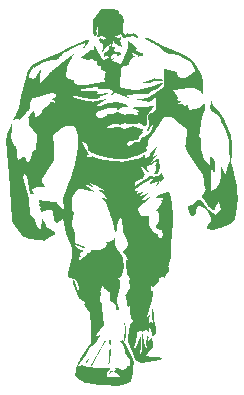
<source format=gbs>
G04*
G04 #@! TF.GenerationSoftware,Altium Limited,Altium Designer,21.7.2 (23)*
G04*
G04 Layer_Color=16711935*
%FSLAX25Y25*%
%MOIN*%
G70*
G04*
G04 #@! TF.SameCoordinates,F83A8EBB-AC7C-4475-883D-DB270C42DBB2*
G04*
G04*
G04 #@! TF.FilePolarity,Negative*
G04*
G01*
G75*
G36*
X562455Y438138D02*
X562377D01*
Y438215D01*
X562455D01*
Y438138D01*
D02*
G37*
G36*
X560366Y447423D02*
X560520D01*
Y447345D01*
X560675D01*
Y447268D01*
X560830D01*
Y447191D01*
X560985D01*
Y447113D01*
X561139D01*
Y447036D01*
X561294D01*
Y446958D01*
X561372D01*
Y446881D01*
X561526D01*
Y446804D01*
X561681D01*
Y446726D01*
X561758D01*
Y446030D01*
X561836D01*
Y445953D01*
X561990D01*
Y445875D01*
X562068D01*
Y445798D01*
X562223D01*
Y445720D01*
X562300D01*
Y445643D01*
X562377D01*
Y445566D01*
X562532D01*
Y445488D01*
X562609D01*
Y445411D01*
X562764D01*
Y445333D01*
X562842D01*
Y445256D01*
X562919D01*
Y445179D01*
X563074D01*
Y445101D01*
X563151D01*
Y444714D01*
X563228D01*
Y444173D01*
X563306D01*
Y443709D01*
X563383D01*
Y443167D01*
X563460D01*
Y442858D01*
X563383D01*
Y442780D01*
X563306D01*
Y442703D01*
X563228D01*
Y442548D01*
X563151D01*
Y442471D01*
X563074D01*
Y442393D01*
X562996D01*
Y442316D01*
X562919D01*
Y441697D01*
X562996D01*
Y441078D01*
X563074D01*
Y440459D01*
X563151D01*
Y439917D01*
X563228D01*
Y439608D01*
X563306D01*
Y439453D01*
X563383D01*
Y439376D01*
X563460D01*
Y439298D01*
X563538D01*
Y439144D01*
X563615D01*
Y439066D01*
X563693D01*
Y438911D01*
X563770D01*
Y438834D01*
X564002D01*
Y438911D01*
X564080D01*
Y438989D01*
X564157D01*
Y439066D01*
X564234D01*
Y439144D01*
X564312D01*
Y439221D01*
X564466D01*
Y439298D01*
X564544D01*
Y439376D01*
X564621D01*
Y439298D01*
X564699D01*
Y439144D01*
X565163D01*
Y439221D01*
X565782D01*
Y439298D01*
X566323D01*
Y439376D01*
X566865D01*
Y439298D01*
X567020D01*
Y439221D01*
X567097D01*
Y439144D01*
X567252D01*
Y439066D01*
X567407D01*
Y438989D01*
X567484D01*
Y438911D01*
X567639D01*
Y438834D01*
X567794D01*
Y438757D01*
X567871D01*
Y438679D01*
X567948D01*
Y438447D01*
X568026D01*
Y438293D01*
X568103D01*
Y438138D01*
X568026D01*
Y438060D01*
X567948D01*
Y437983D01*
X567871D01*
Y437906D01*
X567407D01*
Y437983D01*
X567252D01*
Y438060D01*
X567020D01*
Y438138D01*
X566942D01*
Y438215D01*
X566788D01*
Y438293D01*
X566710D01*
Y438370D01*
X566556D01*
Y438447D01*
X566478D01*
Y438525D01*
X566323D01*
Y438602D01*
X566091D01*
Y438525D01*
X565937D01*
Y438447D01*
X565859D01*
Y438370D01*
X565704D01*
Y438293D01*
X565472D01*
Y438215D01*
X565317D01*
Y438138D01*
X565163D01*
Y438060D01*
X564621D01*
Y438138D01*
X564312D01*
Y438215D01*
X564157D01*
Y437674D01*
X563925D01*
Y437751D01*
X563693D01*
Y437828D01*
X563460D01*
Y437906D01*
X563228D01*
Y437983D01*
X563151D01*
Y438060D01*
X563074D01*
Y438138D01*
X562996D01*
Y438215D01*
X562919D01*
Y438293D01*
X562842D01*
Y438447D01*
X562764D01*
Y438525D01*
X562687D01*
Y438602D01*
X562609D01*
Y438757D01*
X562532D01*
Y438834D01*
X562455D01*
Y438989D01*
X562377D01*
Y439144D01*
X562068D01*
Y439066D01*
X561913D01*
Y438989D01*
X561758D01*
Y438911D01*
X561604D01*
Y438834D01*
X561449D01*
Y438757D01*
X561294D01*
Y438679D01*
X561139D01*
Y438602D01*
X560985D01*
Y438525D01*
X560830D01*
Y438447D01*
X560598D01*
Y438370D01*
X560520D01*
Y438293D01*
X560598D01*
Y438215D01*
X560675D01*
Y438138D01*
X560830D01*
Y438060D01*
X560907D01*
Y437983D01*
X561062D01*
Y437906D01*
X561139D01*
Y437828D01*
X561217D01*
Y437751D01*
X561526D01*
Y437828D01*
X561758D01*
Y437906D01*
X561990D01*
Y437983D01*
X562145D01*
Y438060D01*
X562223D01*
Y438138D01*
X562377D01*
Y437674D01*
X562300D01*
Y437287D01*
X562223D01*
Y436668D01*
X562300D01*
Y436281D01*
X562377D01*
Y436049D01*
X562455D01*
Y435739D01*
X562532D01*
Y435507D01*
X562609D01*
Y435352D01*
X562687D01*
Y435198D01*
X562764D01*
Y435043D01*
X562842D01*
Y434966D01*
X562919D01*
Y434888D01*
X562996D01*
Y434811D01*
X562764D01*
Y434888D01*
X562532D01*
Y434966D01*
X562377D01*
Y435043D01*
X562223D01*
Y435120D01*
X562068D01*
Y435198D01*
X561913D01*
Y435275D01*
X561681D01*
Y435352D01*
X561526D01*
Y435430D01*
X561372D01*
Y435507D01*
X561217D01*
Y435584D01*
X561062D01*
Y435662D01*
X560907D01*
Y435739D01*
X560752D01*
Y435817D01*
X560675D01*
Y435894D01*
X560598D01*
Y435971D01*
X560520D01*
Y436049D01*
X560443D01*
Y436203D01*
X560366D01*
Y436281D01*
X560288D01*
Y436358D01*
X560211D01*
Y436513D01*
X560134D01*
Y436590D01*
X560056D01*
Y436668D01*
X559979D01*
Y436745D01*
X559901D01*
Y436822D01*
X559824D01*
Y436590D01*
X559747D01*
Y436358D01*
X559669D01*
Y436203D01*
X559592D01*
Y435971D01*
X559515D01*
Y435739D01*
X559437D01*
Y435584D01*
X559360D01*
Y435352D01*
X559437D01*
Y435120D01*
X559515D01*
Y434966D01*
X559592D01*
Y434811D01*
X560598D01*
Y434733D01*
X560520D01*
Y434656D01*
X560443D01*
Y434579D01*
X560366D01*
Y434424D01*
X560288D01*
Y434346D01*
X560211D01*
Y434192D01*
X560134D01*
Y433882D01*
X560056D01*
Y433495D01*
X560134D01*
Y433418D01*
X560288D01*
Y433341D01*
X560443D01*
Y433263D01*
X560752D01*
Y433186D01*
X561913D01*
Y433109D01*
X561990D01*
Y433031D01*
X562145D01*
Y432954D01*
X562223D01*
Y432876D01*
X562300D01*
Y432799D01*
X562455D01*
Y432722D01*
X562532D01*
Y432644D01*
X562687D01*
Y432567D01*
X562764D01*
Y432412D01*
X562532D01*
Y432335D01*
X562300D01*
Y432257D01*
X562145D01*
Y432180D01*
X561913D01*
Y432103D01*
X561758D01*
Y432025D01*
X561604D01*
Y431948D01*
X561372D01*
Y431871D01*
X561294D01*
Y431793D01*
X561139D01*
Y431716D01*
X561062D01*
Y431871D01*
X561139D01*
Y431948D01*
X561217D01*
Y432103D01*
X561294D01*
Y432335D01*
X561139D01*
Y432412D01*
X561062D01*
Y432489D01*
X560907D01*
Y432567D01*
X560752D01*
Y432644D01*
X560443D01*
Y432567D01*
X560134D01*
Y432489D01*
X559901D01*
Y432412D01*
X559747D01*
Y432335D01*
X559592D01*
Y432257D01*
X559437D01*
Y432180D01*
X559360D01*
Y432103D01*
X559282D01*
Y431948D01*
X559205D01*
Y431561D01*
X559128D01*
Y430942D01*
X559205D01*
Y431019D01*
X559592D01*
Y431097D01*
X559901D01*
Y431174D01*
X560288D01*
Y431097D01*
X560211D01*
Y431019D01*
X560134D01*
Y430942D01*
X560056D01*
Y430865D01*
X559979D01*
Y430787D01*
X559824D01*
Y430710D01*
X559747D01*
Y430632D01*
X559669D01*
Y430555D01*
X559592D01*
Y430478D01*
X559515D01*
Y430400D01*
X559437D01*
Y430246D01*
X559592D01*
Y430168D01*
X559824D01*
Y430091D01*
X559979D01*
Y430014D01*
X560134D01*
Y429936D01*
X560288D01*
Y429859D01*
X560520D01*
Y429781D01*
X560675D01*
Y429704D01*
X560907D01*
Y429627D01*
X561062D01*
Y429549D01*
X561294D01*
Y429472D01*
X561449D01*
Y429395D01*
X561681D01*
Y429317D01*
X561836D01*
Y429240D01*
X562068D01*
Y429162D01*
X562300D01*
Y429085D01*
X562455D01*
Y429317D01*
X562532D01*
Y429472D01*
X562609D01*
Y429627D01*
X562687D01*
Y429781D01*
X562764D01*
Y429936D01*
X562842D01*
Y430168D01*
X562919D01*
Y430323D01*
X562996D01*
Y430478D01*
X563074D01*
Y430632D01*
X563151D01*
Y430787D01*
X563228D01*
Y431019D01*
X563306D01*
Y431174D01*
X563383D01*
Y431329D01*
X563460D01*
Y431561D01*
X563538D01*
Y431716D01*
X563615D01*
Y431871D01*
X563693D01*
Y432103D01*
X563770D01*
Y432257D01*
X563847D01*
Y432412D01*
X563925D01*
Y432567D01*
X564002D01*
Y432799D01*
X564080D01*
Y433031D01*
X564157D01*
Y433186D01*
X564234D01*
Y433418D01*
X564312D01*
Y433573D01*
X564389D01*
Y433805D01*
X564466D01*
Y434037D01*
X564544D01*
Y434269D01*
X564621D01*
Y434501D01*
X564699D01*
Y434733D01*
X564776D01*
Y434966D01*
X564853D01*
Y436745D01*
X564931D01*
Y436668D01*
X565008D01*
Y436590D01*
X565163D01*
Y436513D01*
X565240D01*
Y436436D01*
X565395D01*
Y436358D01*
X565472D01*
Y436281D01*
X565550D01*
Y436203D01*
X565704D01*
Y436126D01*
X565782D01*
Y436049D01*
X565937D01*
Y435971D01*
X566014D01*
Y435894D01*
X566091D01*
Y435817D01*
X566246D01*
Y435739D01*
X566323D01*
Y435662D01*
X566401D01*
Y435584D01*
X566478D01*
Y435507D01*
X566633D01*
Y435430D01*
X566710D01*
Y435352D01*
X566788D01*
Y435275D01*
X566865D01*
Y435198D01*
X567020D01*
Y435120D01*
X567097D01*
Y435043D01*
X567174D01*
Y434966D01*
X567252D01*
Y434888D01*
X567329D01*
Y434811D01*
X567407D01*
Y434733D01*
X567484D01*
Y434656D01*
X567561D01*
Y434579D01*
X567639D01*
Y434501D01*
X567716D01*
Y434424D01*
X567794D01*
Y434346D01*
X567716D01*
Y434192D01*
X567639D01*
Y434114D01*
X567561D01*
Y434037D01*
X567484D01*
Y433960D01*
X567407D01*
Y433882D01*
X567329D01*
Y433728D01*
X567252D01*
Y433650D01*
X567407D01*
Y433573D01*
X567639D01*
Y433495D01*
X567794D01*
Y433418D01*
X567948D01*
Y433341D01*
X568180D01*
Y433263D01*
X568335D01*
Y433186D01*
X568490D01*
Y433109D01*
X568645D01*
Y433031D01*
X568877D01*
Y432954D01*
X569031D01*
Y432876D01*
X569186D01*
Y432799D01*
X569418D01*
Y432722D01*
X569573D01*
Y432644D01*
X569728D01*
Y432567D01*
X569882D01*
Y432489D01*
X569805D01*
Y432257D01*
X569728D01*
Y432103D01*
X569650D01*
Y432025D01*
X569341D01*
Y431948D01*
X569109D01*
Y431871D01*
X568799D01*
Y431793D01*
X568567D01*
Y431716D01*
X568258D01*
Y431638D01*
X568103D01*
Y431793D01*
X568026D01*
Y432025D01*
X567948D01*
Y432180D01*
X567871D01*
Y432257D01*
X567716D01*
Y432335D01*
X567561D01*
Y432412D01*
X567329D01*
Y432489D01*
X567174D01*
Y432567D01*
X566942D01*
Y432644D01*
X566788D01*
Y432722D01*
X566633D01*
Y432799D01*
X566401D01*
Y432876D01*
X566169D01*
Y432799D01*
X566091D01*
Y432722D01*
X566014D01*
Y432567D01*
X566091D01*
Y432489D01*
X566169D01*
Y432412D01*
X566246D01*
Y432335D01*
X566323D01*
Y432257D01*
X566401D01*
Y432180D01*
X566478D01*
Y432103D01*
X566556D01*
Y432025D01*
X566633D01*
Y431948D01*
X566710D01*
Y431871D01*
X566788D01*
Y431793D01*
X566865D01*
Y431716D01*
X566942D01*
Y431638D01*
X567020D01*
Y431484D01*
X566401D01*
Y431406D01*
X566323D01*
Y431329D01*
X566246D01*
Y431251D01*
X566169D01*
Y431097D01*
X566091D01*
Y431019D01*
X566014D01*
Y430942D01*
X565937D01*
Y430865D01*
X565859D01*
Y430710D01*
X565782D01*
Y430632D01*
X565704D01*
Y430555D01*
X565627D01*
Y430478D01*
X565550D01*
Y430323D01*
X565472D01*
Y430246D01*
X565395D01*
Y430168D01*
X565317D01*
Y430091D01*
X565240D01*
Y429936D01*
X565163D01*
Y429859D01*
X565085D01*
Y429085D01*
X565008D01*
Y429008D01*
X564853D01*
Y428930D01*
X564776D01*
Y428853D01*
X564621D01*
Y428776D01*
X564544D01*
Y428698D01*
X564466D01*
Y428621D01*
X564312D01*
Y428544D01*
X564234D01*
Y428466D01*
X564080D01*
Y428389D01*
X562996D01*
Y428311D01*
X562919D01*
Y428234D01*
X562842D01*
Y428157D01*
X562764D01*
Y428002D01*
X562687D01*
Y427924D01*
X562609D01*
Y427847D01*
X562532D01*
Y427692D01*
X562455D01*
Y426764D01*
X562377D01*
Y425835D01*
X562300D01*
Y424984D01*
X562223D01*
Y424056D01*
X562145D01*
Y423205D01*
X562068D01*
Y422276D01*
X561990D01*
Y421580D01*
X562145D01*
Y421502D01*
X562223D01*
Y421425D01*
X562455D01*
Y421348D01*
X562609D01*
Y421270D01*
X562842D01*
Y421193D01*
X563151D01*
Y421116D01*
X563460D01*
Y421038D01*
X563770D01*
Y420961D01*
X564157D01*
Y420884D01*
X564466D01*
Y420806D01*
X564853D01*
Y420729D01*
X565859D01*
Y420651D01*
X568722D01*
Y420729D01*
X569109D01*
Y420806D01*
X569496D01*
Y420884D01*
X569882D01*
Y420961D01*
X570192D01*
Y421038D01*
X570502D01*
Y421116D01*
X570734D01*
Y421193D01*
X570966D01*
Y421270D01*
X571198D01*
Y421348D01*
X571430D01*
Y421425D01*
X571662D01*
Y421502D01*
X571972D01*
Y421580D01*
X572281D01*
Y421657D01*
X572591D01*
Y421735D01*
X572823D01*
Y421812D01*
X573132D01*
Y421889D01*
X573364D01*
Y421967D01*
X573596D01*
Y422044D01*
X573751D01*
Y422121D01*
X573983D01*
Y422199D01*
X574138D01*
Y422276D01*
X574293D01*
Y422354D01*
X574448D01*
Y422431D01*
X574602D01*
Y422508D01*
X574834D01*
Y422586D01*
X575067D01*
Y422663D01*
X575299D01*
Y422740D01*
X575531D01*
Y422818D01*
X575918D01*
Y422895D01*
X576305D01*
Y422586D01*
X576227D01*
Y422508D01*
X576150D01*
Y422354D01*
X576072D01*
Y422276D01*
X575995D01*
Y422199D01*
X575918D01*
Y422121D01*
X575840D01*
Y422044D01*
X575763D01*
Y421967D01*
X575686D01*
Y421889D01*
X575608D01*
Y421812D01*
X575531D01*
Y421735D01*
X575453D01*
Y421657D01*
X575376D01*
Y421580D01*
X575299D01*
Y421502D01*
X575221D01*
Y421425D01*
X575067D01*
Y421348D01*
X574989D01*
Y421270D01*
X574912D01*
Y421193D01*
X574834D01*
Y421116D01*
X574757D01*
Y421038D01*
X574680D01*
Y420961D01*
X574602D01*
Y420884D01*
X574525D01*
Y420806D01*
X574370D01*
Y420729D01*
X574061D01*
Y420651D01*
X573829D01*
Y420574D01*
X573596D01*
Y420497D01*
X573442D01*
Y420419D01*
X573210D01*
Y420342D01*
X573055D01*
Y420264D01*
X572823D01*
Y420187D01*
X572668D01*
Y420110D01*
X572591D01*
Y420032D01*
X572436D01*
Y419955D01*
X572281D01*
Y419878D01*
X572204D01*
Y419800D01*
X572126D01*
Y419723D01*
X572049D01*
Y419646D01*
X571894D01*
Y419568D01*
X571817D01*
Y419491D01*
X571739D01*
Y419413D01*
X571662D01*
Y419336D01*
X570579D01*
Y419259D01*
X569496D01*
Y419181D01*
X568335D01*
Y419104D01*
X567407D01*
Y419027D01*
X566478D01*
Y418949D01*
X565550D01*
Y418872D01*
X564931D01*
Y418794D01*
X564544D01*
Y418717D01*
X564389D01*
Y418640D01*
X564312D01*
Y418562D01*
X564389D01*
Y418407D01*
X564466D01*
Y418330D01*
X564544D01*
Y418253D01*
X564699D01*
Y418175D01*
X564853D01*
Y418098D01*
X565085D01*
Y418021D01*
X565317D01*
Y417943D01*
X564699D01*
Y418021D01*
X564389D01*
Y418098D01*
X564234D01*
Y418175D01*
X564002D01*
Y418253D01*
X563847D01*
Y418330D01*
X563615D01*
Y418407D01*
X563460D01*
Y418485D01*
X563228D01*
Y418562D01*
X563074D01*
Y418640D01*
X562842D01*
Y418717D01*
X562687D01*
Y418794D01*
X562455D01*
Y418872D01*
X562300D01*
Y418949D01*
X562068D01*
Y419027D01*
X561836D01*
Y419104D01*
X561681D01*
Y419181D01*
X561449D01*
Y419259D01*
X561294D01*
Y419336D01*
X561062D01*
Y419413D01*
X560752D01*
Y419491D01*
X560520D01*
Y419568D01*
X560288D01*
Y419491D01*
X560134D01*
Y419413D01*
X560056D01*
Y419336D01*
X559979D01*
Y419259D01*
X559901D01*
Y419181D01*
X559824D01*
Y419104D01*
X559669D01*
Y419027D01*
X559592D01*
Y418949D01*
X559515D01*
Y418872D01*
X559128D01*
Y418949D01*
X559205D01*
Y419027D01*
X559282D01*
Y419104D01*
X559360D01*
Y419181D01*
X559437D01*
Y419259D01*
X559515D01*
Y419413D01*
X559592D01*
Y419491D01*
X559669D01*
Y419568D01*
X559747D01*
Y419646D01*
X559824D01*
Y419723D01*
X559901D01*
Y419878D01*
X559824D01*
Y419955D01*
X559747D01*
Y420032D01*
X559669D01*
Y420110D01*
X559592D01*
Y420187D01*
X559515D01*
Y420264D01*
X559437D01*
Y420342D01*
X559282D01*
Y420419D01*
X559205D01*
Y420497D01*
X559050D01*
Y420574D01*
X558895D01*
Y420961D01*
X554640D01*
Y421116D01*
X554717D01*
Y421270D01*
X554795D01*
Y421502D01*
X554021D01*
Y421425D01*
X553170D01*
Y421348D01*
X552551D01*
Y421270D01*
X552087D01*
Y421193D01*
X551545D01*
Y421116D01*
X551081D01*
Y421038D01*
X550617D01*
Y420961D01*
X550230D01*
Y420884D01*
X549765D01*
Y420806D01*
X549301D01*
Y420729D01*
X549224D01*
Y420651D01*
X549146D01*
Y420574D01*
X549069D01*
Y420497D01*
X548992D01*
Y420419D01*
X548914D01*
Y420342D01*
X548837D01*
Y420264D01*
X551235D01*
Y420187D01*
X552473D01*
Y420110D01*
X553479D01*
Y420032D01*
X554485D01*
Y419955D01*
X554795D01*
Y419878D01*
X554717D01*
Y419646D01*
X554640D01*
Y419413D01*
X554563D01*
Y419336D01*
X556574D01*
Y419413D01*
X556806D01*
Y419491D01*
X557580D01*
Y419568D01*
X558354D01*
Y419646D01*
X558509D01*
Y419568D01*
X558431D01*
Y419491D01*
X558277D01*
Y419413D01*
X558199D01*
Y419336D01*
X558044D01*
Y419259D01*
X557890D01*
Y419181D01*
X557735D01*
Y419104D01*
X557580D01*
Y419027D01*
X557425D01*
Y418949D01*
X557193D01*
Y418872D01*
X556961D01*
Y418794D01*
X556729D01*
Y418717D01*
X556420D01*
Y418640D01*
X555336D01*
Y417866D01*
X555182D01*
Y417789D01*
X555027D01*
Y417711D01*
X554795D01*
Y417634D01*
X554563D01*
Y417556D01*
X554408D01*
Y417479D01*
X554176D01*
Y417402D01*
X553247D01*
Y417479D01*
X552396D01*
Y417556D01*
X551855D01*
Y417634D01*
X551390D01*
Y417711D01*
X550849D01*
Y417789D01*
X550462D01*
Y417866D01*
X550075D01*
Y417943D01*
X549688D01*
Y418021D01*
X549301D01*
Y418098D01*
X548992D01*
Y418175D01*
X548605D01*
Y418253D01*
X548295D01*
Y418330D01*
X547986D01*
Y418407D01*
X547676D01*
Y418485D01*
X547367D01*
Y418562D01*
X547057D01*
Y418640D01*
X546670D01*
Y418562D01*
X546593D01*
Y418485D01*
X546516D01*
Y418407D01*
X546438D01*
Y418253D01*
X546593D01*
Y418175D01*
X546670D01*
Y418098D01*
X546825D01*
Y418021D01*
X547057D01*
Y417943D01*
X547212D01*
Y417866D01*
X547367D01*
Y417789D01*
X547599D01*
Y417711D01*
X547831D01*
Y417634D01*
X548063D01*
Y417556D01*
X548295D01*
Y417479D01*
X548605D01*
Y417402D01*
X548914D01*
Y417324D01*
X549224D01*
Y417247D01*
X549533D01*
Y417170D01*
X549920D01*
Y417092D01*
X550384D01*
Y417015D01*
X550771D01*
Y416937D01*
X551235D01*
Y416860D01*
X551777D01*
Y416783D01*
X552241D01*
Y416705D01*
X552783D01*
Y416628D01*
X553247D01*
Y416705D01*
X553634D01*
Y416783D01*
X554021D01*
Y416860D01*
X554330D01*
Y416937D01*
X554717D01*
Y417015D01*
X555104D01*
Y417092D01*
X555414D01*
Y417170D01*
X555801D01*
Y417247D01*
X556187D01*
Y417324D01*
X556574D01*
Y417402D01*
X556961D01*
Y417479D01*
X557348D01*
Y417402D01*
X557271D01*
Y417324D01*
X557193D01*
Y417247D01*
X557038D01*
Y417170D01*
X556961D01*
Y417092D01*
X556806D01*
Y417015D01*
X556729D01*
Y416937D01*
X556574D01*
Y416860D01*
X556497D01*
Y416783D01*
X556342D01*
Y416705D01*
X556265D01*
Y416628D01*
X556110D01*
Y416551D01*
X556033D01*
Y416473D01*
X555878D01*
Y416396D01*
X555801D01*
Y416318D01*
X555646D01*
Y416241D01*
X555491D01*
Y416164D01*
X555414D01*
Y416086D01*
X555259D01*
Y416009D01*
X555182D01*
Y415932D01*
X555027D01*
Y415854D01*
X554949D01*
Y415777D01*
X554795D01*
Y415699D01*
X554717D01*
Y415622D01*
X554563D01*
Y415545D01*
X554408D01*
Y415467D01*
X554330D01*
Y415390D01*
X554563D01*
Y415313D01*
X555182D01*
Y415235D01*
X555801D01*
Y415313D01*
X555955D01*
Y415390D01*
X556187D01*
Y415467D01*
X556420D01*
Y415545D01*
X556574D01*
Y415622D01*
X556806D01*
Y415699D01*
X557038D01*
Y415777D01*
X557271D01*
Y415854D01*
X557425D01*
Y415932D01*
X557657D01*
Y416009D01*
X557890D01*
Y416086D01*
X558122D01*
Y416164D01*
X558354D01*
Y416241D01*
X558973D01*
Y416318D01*
X559669D01*
Y416396D01*
X560366D01*
Y416473D01*
X561217D01*
Y416396D01*
X561604D01*
Y416318D01*
X561990D01*
Y416241D01*
X562377D01*
Y416164D01*
X562687D01*
Y416086D01*
X563074D01*
Y416009D01*
X563460D01*
Y415932D01*
X563615D01*
Y415854D01*
X563770D01*
Y415777D01*
X563847D01*
Y415699D01*
X564002D01*
Y415622D01*
X564080D01*
Y415545D01*
X564157D01*
Y415467D01*
X564234D01*
Y415390D01*
X564312D01*
Y415313D01*
X564389D01*
Y415235D01*
X564466D01*
Y415158D01*
X564621D01*
Y415080D01*
X564699D01*
Y415003D01*
X564776D01*
Y414926D01*
X564853D01*
Y414848D01*
X564931D01*
Y414771D01*
X565008D01*
Y414694D01*
X565085D01*
Y414616D01*
X564931D01*
Y414694D01*
X564234D01*
Y414771D01*
X563615D01*
Y414848D01*
X563306D01*
Y414771D01*
X562996D01*
Y414694D01*
X562764D01*
Y414616D01*
X562532D01*
Y414539D01*
X562377D01*
Y414462D01*
X562223D01*
Y414384D01*
X562145D01*
Y414307D01*
X562068D01*
Y414229D01*
X561913D01*
Y414152D01*
X561836D01*
Y414075D01*
X561758D01*
Y413997D01*
X561681D01*
Y413920D01*
X561526D01*
Y413842D01*
X561449D01*
Y413765D01*
X561294D01*
Y413920D01*
X561217D01*
Y413997D01*
X561139D01*
Y414152D01*
X561062D01*
Y414229D01*
X560985D01*
Y414384D01*
X560907D01*
Y414462D01*
X560598D01*
Y414384D01*
X557735D01*
Y414307D01*
X557425D01*
Y414229D01*
X557193D01*
Y414152D01*
X556884D01*
Y414075D01*
X556652D01*
Y413997D01*
X556342D01*
Y413920D01*
X556110D01*
Y413842D01*
X555878D01*
Y413765D01*
X555568D01*
Y413688D01*
X555336D01*
Y413610D01*
X555104D01*
Y413533D01*
X555027D01*
Y413456D01*
X554949D01*
Y413378D01*
X554795D01*
Y413301D01*
X554717D01*
Y413224D01*
X554640D01*
Y413146D01*
X554563D01*
Y413069D01*
X554408D01*
Y412991D01*
X554330D01*
Y412914D01*
X554253D01*
Y412837D01*
X554176D01*
Y412759D01*
X554098D01*
Y412682D01*
X554021D01*
Y412527D01*
X553944D01*
Y412450D01*
X553866D01*
Y412372D01*
X553944D01*
Y412140D01*
X554021D01*
Y412063D01*
X554098D01*
Y411985D01*
X554176D01*
Y411908D01*
X554253D01*
Y411753D01*
X554330D01*
Y411676D01*
X554408D01*
Y411599D01*
X554485D01*
Y411521D01*
X554563D01*
Y411444D01*
X554640D01*
Y411367D01*
X554717D01*
Y411289D01*
X554795D01*
Y411212D01*
X556110D01*
Y411289D01*
X556265D01*
Y411367D01*
X556420D01*
Y411444D01*
X556574D01*
Y411521D01*
X556729D01*
Y411599D01*
X556884D01*
Y411676D01*
X557038D01*
Y411753D01*
X557193D01*
Y411831D01*
X557348D01*
Y411908D01*
X557503D01*
Y411985D01*
X557580D01*
Y412063D01*
X557657D01*
Y412140D01*
X557735D01*
Y412372D01*
X558354D01*
Y412450D01*
X558973D01*
Y412527D01*
X559360D01*
Y412605D01*
X559824D01*
Y412682D01*
X560134D01*
Y412759D01*
X560366D01*
Y412837D01*
X560598D01*
Y412914D01*
X560675D01*
Y412991D01*
X560830D01*
Y413069D01*
X560985D01*
Y413146D01*
X561217D01*
Y413069D01*
X561681D01*
Y412991D01*
X561836D01*
Y412914D01*
X561990D01*
Y412837D01*
X562145D01*
Y412759D01*
X562377D01*
Y412682D01*
X562532D01*
Y412605D01*
X562687D01*
Y412527D01*
X562919D01*
Y412450D01*
X563074D01*
Y412372D01*
X563306D01*
Y412295D01*
X563460D01*
Y412218D01*
X563847D01*
Y412295D01*
X563925D01*
Y412372D01*
X564080D01*
Y412450D01*
X564157D01*
Y412527D01*
X564234D01*
Y412605D01*
X564312D01*
Y412682D01*
X564776D01*
Y412605D01*
X565240D01*
Y412527D01*
X565704D01*
Y412450D01*
X566169D01*
Y412372D01*
X566710D01*
Y412295D01*
X567174D01*
Y412218D01*
X567639D01*
Y412140D01*
X567794D01*
Y412218D01*
X567948D01*
Y412295D01*
X568026D01*
Y412372D01*
X568180D01*
Y412527D01*
X568103D01*
Y412605D01*
X568026D01*
Y412759D01*
X567948D01*
Y412837D01*
X567871D01*
Y412914D01*
X567794D01*
Y412991D01*
X567716D01*
Y413146D01*
X568412D01*
Y413456D01*
X568335D01*
Y413533D01*
X568180D01*
Y413610D01*
X568103D01*
Y413688D01*
X567948D01*
Y413765D01*
X567794D01*
Y413842D01*
X567639D01*
Y413920D01*
X567407D01*
Y413997D01*
X567252D01*
Y414075D01*
X567020D01*
Y414152D01*
X566865D01*
Y414229D01*
X566633D01*
Y414307D01*
X566401D01*
Y414384D01*
X566091D01*
Y414462D01*
X566169D01*
Y414539D01*
X566556D01*
Y414616D01*
X566865D01*
Y414694D01*
X567174D01*
Y414771D01*
X567484D01*
Y414848D01*
X567948D01*
Y414926D01*
X568103D01*
Y414848D01*
X569341D01*
Y414771D01*
X570424D01*
Y414848D01*
X570811D01*
Y414926D01*
X571198D01*
Y415003D01*
X571662D01*
Y415080D01*
X572049D01*
Y415158D01*
X572436D01*
Y415235D01*
X572900D01*
Y415313D01*
X573287D01*
Y415390D01*
X573442D01*
Y415080D01*
X573364D01*
Y415003D01*
X573287D01*
Y414848D01*
X573210D01*
Y414771D01*
X573132D01*
Y414694D01*
X573055D01*
Y414616D01*
X572977D01*
Y414462D01*
X572900D01*
Y414384D01*
X572823D01*
Y414307D01*
X572745D01*
Y414229D01*
X572668D01*
Y414152D01*
X572591D01*
Y413997D01*
X572513D01*
Y413920D01*
X572436D01*
Y413842D01*
X572359D01*
Y413765D01*
X572281D01*
Y413688D01*
X572204D01*
Y413533D01*
X572126D01*
Y413456D01*
X572049D01*
Y413378D01*
X571972D01*
Y413301D01*
X571894D01*
Y413146D01*
X571817D01*
Y413069D01*
X571739D01*
Y412914D01*
X571662D01*
Y412837D01*
X571585D01*
Y412682D01*
X571507D01*
Y412605D01*
X571430D01*
Y412450D01*
X571353D01*
Y412372D01*
X571275D01*
Y412295D01*
X571198D01*
Y412140D01*
X571121D01*
Y411831D01*
X571043D01*
Y409742D01*
X571121D01*
Y409510D01*
X571043D01*
Y409123D01*
X570966D01*
Y408736D01*
X570888D01*
Y408581D01*
X569882D01*
Y408658D01*
X569728D01*
Y408736D01*
X569650D01*
Y408813D01*
X569496D01*
Y408891D01*
X569418D01*
Y408968D01*
X569264D01*
Y409045D01*
X569186D01*
Y409123D01*
X569031D01*
Y409200D01*
X568877D01*
Y409277D01*
X568799D01*
Y409355D01*
X568645D01*
Y409432D01*
X568567D01*
Y409510D01*
X568258D01*
Y409432D01*
X568103D01*
Y409355D01*
X568026D01*
Y409277D01*
X567871D01*
Y409200D01*
X567716D01*
Y409123D01*
X567561D01*
Y409045D01*
X566014D01*
Y409123D01*
X565085D01*
Y409200D01*
X564699D01*
Y409277D01*
X564312D01*
Y409355D01*
X564080D01*
Y409432D01*
X563306D01*
Y409355D01*
X562996D01*
Y409277D01*
X562764D01*
Y409200D01*
X562532D01*
Y409123D01*
X562455D01*
Y409045D01*
X562377D01*
Y408891D01*
X562300D01*
Y408736D01*
X562223D01*
Y408658D01*
X562145D01*
Y408581D01*
X561990D01*
Y408736D01*
X561913D01*
Y408813D01*
X561836D01*
Y408968D01*
X561758D01*
Y409045D01*
X561604D01*
Y409123D01*
X561449D01*
Y409200D01*
X561294D01*
Y409277D01*
X560985D01*
Y409200D01*
X560056D01*
Y409123D01*
X559515D01*
Y409045D01*
X559282D01*
Y408968D01*
X559128D01*
Y408891D01*
X558973D01*
Y408813D01*
X558818D01*
Y408736D01*
X558663D01*
Y408658D01*
X558431D01*
Y408581D01*
X558277D01*
Y408504D01*
X558122D01*
Y408426D01*
X557967D01*
Y408349D01*
X557812D01*
Y408272D01*
X557735D01*
Y407807D01*
X558277D01*
Y407885D01*
X559360D01*
Y407962D01*
X560134D01*
Y408040D01*
X560752D01*
Y408117D01*
X561139D01*
Y408194D01*
X562223D01*
Y408117D01*
X562377D01*
Y408040D01*
X562532D01*
Y407962D01*
X562609D01*
Y407885D01*
X562687D01*
Y407807D01*
X562842D01*
Y407730D01*
X562919D01*
Y407653D01*
X563074D01*
Y407575D01*
X563228D01*
Y407498D01*
X563460D01*
Y407420D01*
X563847D01*
Y407575D01*
X563925D01*
Y407885D01*
X564699D01*
Y407962D01*
X565085D01*
Y408040D01*
X565317D01*
Y408117D01*
X565550D01*
Y408194D01*
X565782D01*
Y408272D01*
X565937D01*
Y408349D01*
X566169D01*
Y408426D01*
X566323D01*
Y408504D01*
X566556D01*
Y408426D01*
X566710D01*
Y408349D01*
X566942D01*
Y408272D01*
X567174D01*
Y408194D01*
X567407D01*
Y408117D01*
X567639D01*
Y408040D01*
X567871D01*
Y407962D01*
X568103D01*
Y407885D01*
X568335D01*
Y407807D01*
X568567D01*
Y407730D01*
X568799D01*
Y407653D01*
X569031D01*
Y407575D01*
X569186D01*
Y407498D01*
X569496D01*
Y407420D01*
X569728D01*
Y407343D01*
X569882D01*
Y407266D01*
X569805D01*
Y407188D01*
X569728D01*
Y407111D01*
X569650D01*
Y407034D01*
X569573D01*
Y406956D01*
X569496D01*
Y406879D01*
X569418D01*
Y406802D01*
X569496D01*
Y406569D01*
X569573D01*
Y406415D01*
X569650D01*
Y406260D01*
X569573D01*
Y406182D01*
X569496D01*
Y406105D01*
X569418D01*
Y406028D01*
X569341D01*
Y405950D01*
X569264D01*
Y405873D01*
X569186D01*
Y405796D01*
X569109D01*
Y405718D01*
X568954D01*
Y405641D01*
X568877D01*
Y405563D01*
X568799D01*
Y405486D01*
X568722D01*
Y405409D01*
X568645D01*
Y405331D01*
X568567D01*
Y405254D01*
X568490D01*
Y405177D01*
X568412D01*
Y404635D01*
X568335D01*
Y404480D01*
X568258D01*
Y404325D01*
X568180D01*
Y404171D01*
X568103D01*
Y404016D01*
X568026D01*
Y403861D01*
X567948D01*
Y403784D01*
X567020D01*
Y403707D01*
X566633D01*
Y403629D01*
X566401D01*
Y403552D01*
X566014D01*
Y403474D01*
X565550D01*
Y403397D01*
X565085D01*
Y403320D01*
X564853D01*
Y403242D01*
X564776D01*
Y403088D01*
X564699D01*
Y402933D01*
X564621D01*
Y402778D01*
X564544D01*
Y402623D01*
X564466D01*
Y402469D01*
X564389D01*
Y402236D01*
X564466D01*
Y402159D01*
X564544D01*
Y402082D01*
X564621D01*
Y402004D01*
X564776D01*
Y401927D01*
X565395D01*
Y402004D01*
X565472D01*
Y402082D01*
X565627D01*
Y402159D01*
X565704D01*
Y402236D01*
X565782D01*
Y402314D01*
X565937D01*
Y402391D01*
X566014D01*
Y402469D01*
X566091D01*
Y402546D01*
X566246D01*
Y402623D01*
X566323D01*
Y402701D01*
X566401D01*
Y402778D01*
X566556D01*
Y402855D01*
X566633D01*
Y402933D01*
X566788D01*
Y403010D01*
X566865D01*
Y403088D01*
X567407D01*
Y403165D01*
X567871D01*
Y403242D01*
X568180D01*
Y403320D01*
X568335D01*
Y403397D01*
X568412D01*
Y403320D01*
X568567D01*
Y403474D01*
X568645D01*
Y403629D01*
X568722D01*
Y403707D01*
X568799D01*
Y403861D01*
X568877D01*
Y404016D01*
X568954D01*
Y404093D01*
X569031D01*
Y404248D01*
X569109D01*
Y404403D01*
X569186D01*
Y404480D01*
X569264D01*
Y404635D01*
X569341D01*
Y404712D01*
X569496D01*
Y404790D01*
X569728D01*
Y404867D01*
X569882D01*
Y404945D01*
X570037D01*
Y405022D01*
X570269D01*
Y405099D01*
X570424D01*
Y405177D01*
X570579D01*
Y405254D01*
X570734D01*
Y405331D01*
X570888D01*
Y405409D01*
X571043D01*
Y405486D01*
X571198D01*
Y405563D01*
X571353D01*
Y405641D01*
X571430D01*
Y405718D01*
X571585D01*
Y405796D01*
X571739D01*
Y405873D01*
X571817D01*
Y405950D01*
X571894D01*
Y406028D01*
X571972D01*
Y406105D01*
X572049D01*
Y406260D01*
X572126D01*
Y406415D01*
X572204D01*
Y406492D01*
X572281D01*
Y406647D01*
X572359D01*
Y406879D01*
X572436D01*
Y407034D01*
X572513D01*
Y407266D01*
X572591D01*
Y407420D01*
X572668D01*
Y407653D01*
X572745D01*
Y407807D01*
X572823D01*
Y408040D01*
X572900D01*
Y408272D01*
X572977D01*
Y408504D01*
X573055D01*
Y408813D01*
X573132D01*
Y409200D01*
X573055D01*
Y409123D01*
X572977D01*
Y409045D01*
X572900D01*
Y408891D01*
X572823D01*
Y408813D01*
X572745D01*
Y408736D01*
X572668D01*
Y408581D01*
X572591D01*
Y408504D01*
X572513D01*
Y408349D01*
X572436D01*
Y408272D01*
X572359D01*
Y408117D01*
X572281D01*
Y408040D01*
X572204D01*
Y407885D01*
X572126D01*
Y407730D01*
X572049D01*
Y407653D01*
X571972D01*
Y407498D01*
X571894D01*
Y407420D01*
X571817D01*
Y407266D01*
X571739D01*
Y407111D01*
X571662D01*
Y407034D01*
X571585D01*
Y406956D01*
X571507D01*
Y406879D01*
X571353D01*
Y406956D01*
X571121D01*
Y407034D01*
X571043D01*
Y407111D01*
X571121D01*
Y407266D01*
X571198D01*
Y407498D01*
X571275D01*
Y407730D01*
X571353D01*
Y407962D01*
X571430D01*
Y408117D01*
X571507D01*
Y408349D01*
X571585D01*
Y408581D01*
X571662D01*
Y408813D01*
X571739D01*
Y409045D01*
X571817D01*
Y409277D01*
X571894D01*
Y409819D01*
X571817D01*
Y409974D01*
X571739D01*
Y410128D01*
X571662D01*
Y410283D01*
X571585D01*
Y410515D01*
X571507D01*
Y410670D01*
X571430D01*
Y410825D01*
X571353D01*
Y410980D01*
X571275D01*
Y411367D01*
X571353D01*
Y411599D01*
X571430D01*
Y411831D01*
X571507D01*
Y412063D01*
X571585D01*
Y412140D01*
X571662D01*
Y412218D01*
X571739D01*
Y412295D01*
X571817D01*
Y412372D01*
X571894D01*
Y412450D01*
X571972D01*
Y412527D01*
X572049D01*
Y412605D01*
X572126D01*
Y412682D01*
X572204D01*
Y412759D01*
X572281D01*
Y412837D01*
X572513D01*
Y412914D01*
X572977D01*
Y412991D01*
X573055D01*
Y413069D01*
X573132D01*
Y413146D01*
X573210D01*
Y413224D01*
X573287D01*
Y413378D01*
X573364D01*
Y413456D01*
X573442D01*
Y413533D01*
X573519D01*
Y413610D01*
X573596D01*
Y413688D01*
X573674D01*
Y413842D01*
X573751D01*
Y413920D01*
X573829D01*
Y413997D01*
X573906D01*
Y414075D01*
X573983D01*
Y414152D01*
X574061D01*
Y414229D01*
X574138D01*
Y417402D01*
X574061D01*
Y417479D01*
X573983D01*
Y417634D01*
X573906D01*
Y417789D01*
X573829D01*
Y417866D01*
X573751D01*
Y417943D01*
X573674D01*
Y417866D01*
X573596D01*
Y417789D01*
X573442D01*
Y417711D01*
X573364D01*
Y417634D01*
X573287D01*
Y417556D01*
X573210D01*
Y417479D01*
X573132D01*
Y417402D01*
X573055D01*
Y417324D01*
X572977D01*
Y417247D01*
X572823D01*
Y417170D01*
X572745D01*
Y417092D01*
X572668D01*
Y417015D01*
X572591D01*
Y416937D01*
X572513D01*
Y416860D01*
X572436D01*
Y416783D01*
X572359D01*
Y416705D01*
X572204D01*
Y416628D01*
X572126D01*
Y416551D01*
X572049D01*
Y416473D01*
X571739D01*
Y416551D01*
X571585D01*
Y416628D01*
X571198D01*
Y416705D01*
X570888D01*
Y416783D01*
X570579D01*
Y416860D01*
X570192D01*
Y416937D01*
X569805D01*
Y417015D01*
X569418D01*
Y417092D01*
X568954D01*
Y417170D01*
X568567D01*
Y417247D01*
X568180D01*
Y417324D01*
X567794D01*
Y417402D01*
X567329D01*
Y417479D01*
X566942D01*
Y417556D01*
X566478D01*
Y417634D01*
X570037D01*
Y417711D01*
X570424D01*
Y417789D01*
X570888D01*
Y417866D01*
X571198D01*
Y417943D01*
X571353D01*
Y418021D01*
X571507D01*
Y418098D01*
X571662D01*
Y418175D01*
X571739D01*
Y418253D01*
X571894D01*
Y418330D01*
X572049D01*
Y418407D01*
X572126D01*
Y418485D01*
X572281D01*
Y418562D01*
X572436D01*
Y418640D01*
X572513D01*
Y418717D01*
X572668D01*
Y418794D01*
X572823D01*
Y418872D01*
X572900D01*
Y418949D01*
X573055D01*
Y419027D01*
X573132D01*
Y419104D01*
X573287D01*
Y419181D01*
X573364D01*
Y419259D01*
X573519D01*
Y419336D01*
X573596D01*
Y419413D01*
X573751D01*
Y419491D01*
X573829D01*
Y419568D01*
X573983D01*
Y419646D01*
X574138D01*
Y419723D01*
X574216D01*
Y419800D01*
X574370D01*
Y419878D01*
X574448D01*
Y419955D01*
X574525D01*
Y420032D01*
X574680D01*
Y420110D01*
X574757D01*
Y420187D01*
X574834D01*
Y420264D01*
X574989D01*
Y420342D01*
X575067D01*
Y420419D01*
X575144D01*
Y420497D01*
X575299D01*
Y420574D01*
X575376D01*
Y420651D01*
X575531D01*
Y420729D01*
X575608D01*
Y420806D01*
X575686D01*
Y420884D01*
X575763D01*
Y420961D01*
X575918D01*
Y421038D01*
X575995D01*
Y421116D01*
X576072D01*
Y421193D01*
X576150D01*
Y421270D01*
X576227D01*
Y421348D01*
X576382D01*
Y421425D01*
X576459D01*
Y421502D01*
X576537D01*
Y421580D01*
X576614D01*
Y421657D01*
X576691D01*
Y421735D01*
X576769D01*
Y427383D01*
X576846D01*
Y427460D01*
X577233D01*
Y427383D01*
X577697D01*
Y427306D01*
X578161D01*
Y427228D01*
X578471D01*
Y427151D01*
X578858D01*
Y427073D01*
X579167D01*
Y426996D01*
X579477D01*
Y426919D01*
X579864D01*
Y426841D01*
X580173D01*
Y426764D01*
X580483D01*
Y426686D01*
X580792D01*
Y426532D01*
X580870D01*
Y426377D01*
X580947D01*
Y426222D01*
X581024D01*
Y426067D01*
X581102D01*
Y425835D01*
X581179D01*
Y425681D01*
X581256D01*
Y425294D01*
X581334D01*
Y424907D01*
X581489D01*
Y424829D01*
X581876D01*
Y424752D01*
X582185D01*
Y424675D01*
X582494D01*
Y424597D01*
X582881D01*
Y424520D01*
X583191D01*
Y424443D01*
X583500D01*
Y424365D01*
X583578D01*
Y424443D01*
X583732D01*
Y424520D01*
X583887D01*
Y424597D01*
X583964D01*
Y424675D01*
X584119D01*
Y424752D01*
X584274D01*
Y424829D01*
X584351D01*
Y424907D01*
X584506D01*
Y424984D01*
X584661D01*
Y425062D01*
X584738D01*
Y425139D01*
X584893D01*
Y425216D01*
X584970D01*
Y425294D01*
X585125D01*
Y425371D01*
X585203D01*
Y425449D01*
X585357D01*
Y425526D01*
X585435D01*
Y425603D01*
X585512D01*
Y425681D01*
X585667D01*
Y425758D01*
X585744D01*
Y425835D01*
X585821D01*
Y425913D01*
X585976D01*
Y425990D01*
X586054D01*
Y426067D01*
X586131D01*
Y426145D01*
X586208D01*
Y426222D01*
X586363D01*
Y426300D01*
X586441D01*
Y426377D01*
X586518D01*
Y426454D01*
X586595D01*
Y426532D01*
X586673D01*
Y426609D01*
X586750D01*
Y426686D01*
X586905D01*
Y426764D01*
X586982D01*
Y426841D01*
X587059D01*
Y426919D01*
X586982D01*
Y427151D01*
X586905D01*
Y427460D01*
X586827D01*
Y427692D01*
X586750D01*
Y427924D01*
X586673D01*
Y428079D01*
X586595D01*
Y428311D01*
X586518D01*
Y428466D01*
X586441D01*
Y428621D01*
X586363D01*
Y428776D01*
X586286D01*
Y428930D01*
X586208D01*
Y429008D01*
X586131D01*
Y429162D01*
X586054D01*
Y429317D01*
X585976D01*
Y429395D01*
X585899D01*
Y429549D01*
X585821D01*
Y429627D01*
X585744D01*
Y429781D01*
X585667D01*
Y429936D01*
X585589D01*
Y430014D01*
X585512D01*
Y430168D01*
X585435D01*
Y430246D01*
X584893D01*
Y430323D01*
X584738D01*
Y430400D01*
X584584D01*
Y430478D01*
X584429D01*
Y430555D01*
X584274D01*
Y430632D01*
X584119D01*
Y430710D01*
X583964D01*
Y430787D01*
X583810D01*
Y430865D01*
X583732D01*
Y430942D01*
X583578D01*
Y431019D01*
X583423D01*
Y431097D01*
X583268D01*
Y431174D01*
X583191D01*
Y431251D01*
X583036D01*
Y431329D01*
X582881D01*
Y431406D01*
X582804D01*
Y431484D01*
X582649D01*
Y431561D01*
X582572D01*
Y431638D01*
X582417D01*
Y431716D01*
X582262D01*
Y431793D01*
X582185D01*
Y431871D01*
X582030D01*
Y431948D01*
X581876D01*
Y432025D01*
X581566D01*
Y432103D01*
X581256D01*
Y432180D01*
X580947D01*
Y432257D01*
X580638D01*
Y432335D01*
X580251D01*
Y432412D01*
X579786D01*
Y432489D01*
X579245D01*
Y432567D01*
X578703D01*
Y432644D01*
X578007D01*
Y432722D01*
X577465D01*
Y432799D01*
X577388D01*
Y432876D01*
X577310D01*
Y432954D01*
X577233D01*
Y433031D01*
X577156D01*
Y433109D01*
X577078D01*
Y433186D01*
X577001D01*
Y433263D01*
X576924D01*
Y433341D01*
X576846D01*
Y433418D01*
X576769D01*
Y433495D01*
X576691D01*
Y433573D01*
X576614D01*
Y433650D01*
X576537D01*
Y433728D01*
X576459D01*
Y433805D01*
X576382D01*
Y433882D01*
X576305D01*
Y433960D01*
X576227D01*
Y434037D01*
X576072D01*
Y434114D01*
X575995D01*
Y434192D01*
X575918D01*
Y434269D01*
X575840D01*
Y434346D01*
X575763D01*
Y434424D01*
X575686D01*
Y434501D01*
X575608D01*
Y434579D01*
X575531D01*
Y434656D01*
X575453D01*
Y434733D01*
X575376D01*
Y434811D01*
X575299D01*
Y434888D01*
X575221D01*
Y434966D01*
X575144D01*
Y435043D01*
X574989D01*
Y435120D01*
X574834D01*
Y435198D01*
X574680D01*
Y435275D01*
X574525D01*
Y435352D01*
X574370D01*
Y435430D01*
X574293D01*
Y435507D01*
X574138D01*
Y435584D01*
X573983D01*
Y435662D01*
X573829D01*
Y435739D01*
X573674D01*
Y435817D01*
X573519D01*
Y435894D01*
X573364D01*
Y435971D01*
X573287D01*
Y436049D01*
X573132D01*
Y436126D01*
X572977D01*
Y436203D01*
X572823D01*
Y436281D01*
X572668D01*
Y436358D01*
X572513D01*
Y436436D01*
X572359D01*
Y436513D01*
X572281D01*
Y436590D01*
X572126D01*
Y436668D01*
X571972D01*
Y436745D01*
X571817D01*
Y436822D01*
X571662D01*
Y436900D01*
X571507D01*
Y436977D01*
X571353D01*
Y437055D01*
X571198D01*
Y437132D01*
X571043D01*
Y437209D01*
X570888D01*
Y437287D01*
X570734D01*
Y437364D01*
X570579D01*
Y437441D01*
X570424D01*
Y437519D01*
X570192D01*
Y437596D01*
X570037D01*
Y437674D01*
X570502D01*
Y437751D01*
X571739D01*
Y437674D01*
X571972D01*
Y437596D01*
X572126D01*
Y437519D01*
X572281D01*
Y437441D01*
X572359D01*
Y437364D01*
X572513D01*
Y437287D01*
X572668D01*
Y437209D01*
X572823D01*
Y437132D01*
X572977D01*
Y437055D01*
X573132D01*
Y436977D01*
X573210D01*
Y436900D01*
X573364D01*
Y436822D01*
X573519D01*
Y436745D01*
X573674D01*
Y436668D01*
X573829D01*
Y436590D01*
X573906D01*
Y436513D01*
X574061D01*
Y436436D01*
X574216D01*
Y436358D01*
X574370D01*
Y436281D01*
X574525D01*
Y436203D01*
X574602D01*
Y436126D01*
X574757D01*
Y436049D01*
X574912D01*
Y435971D01*
X575067D01*
Y435894D01*
X575221D01*
Y435817D01*
X575299D01*
Y435739D01*
X575453D01*
Y435662D01*
X575608D01*
Y435584D01*
X575763D01*
Y435507D01*
X575918D01*
Y435430D01*
X575995D01*
Y435352D01*
X576150D01*
Y435275D01*
X576305D01*
Y435198D01*
X576459D01*
Y435120D01*
X576614D01*
Y435043D01*
X576846D01*
Y434966D01*
X577001D01*
Y434888D01*
X577233D01*
Y434811D01*
X577388D01*
Y434733D01*
X577620D01*
Y434656D01*
X577775D01*
Y434579D01*
X578007D01*
Y434501D01*
X578161D01*
Y434424D01*
X578394D01*
Y434346D01*
X578548D01*
Y434269D01*
X578781D01*
Y434192D01*
X578935D01*
Y434114D01*
X579167D01*
Y434037D01*
X579322D01*
Y433960D01*
X579554D01*
Y433882D01*
X579709D01*
Y433805D01*
X579864D01*
Y433728D01*
X580096D01*
Y433650D01*
X580251D01*
Y433573D01*
X580483D01*
Y433495D01*
X580638D01*
Y433418D01*
X580792D01*
Y433341D01*
X581024D01*
Y433263D01*
X581179D01*
Y433186D01*
X581411D01*
Y433109D01*
X581566D01*
Y433031D01*
X581721D01*
Y432954D01*
X581876D01*
Y432876D01*
X582030D01*
Y432799D01*
X582262D01*
Y432722D01*
X582417D01*
Y432644D01*
X582572D01*
Y432567D01*
X582727D01*
Y432489D01*
X582881D01*
Y432412D01*
X583113D01*
Y432335D01*
X583268D01*
Y432257D01*
X583423D01*
Y432180D01*
X583500D01*
Y432103D01*
X583655D01*
Y432025D01*
X583810D01*
Y431948D01*
X583964D01*
Y431871D01*
X584119D01*
Y431793D01*
X584197D01*
Y431716D01*
X584351D01*
Y431638D01*
X584506D01*
Y431561D01*
X584661D01*
Y431484D01*
X584738D01*
Y431406D01*
X584893D01*
Y431329D01*
X584970D01*
Y431251D01*
X585125D01*
Y431174D01*
X585203D01*
Y431097D01*
X585357D01*
Y431019D01*
X585435D01*
Y430942D01*
X585512D01*
Y430865D01*
X585667D01*
Y430787D01*
X585744D01*
Y430710D01*
X585821D01*
Y430632D01*
X585899D01*
Y430555D01*
X585976D01*
Y430400D01*
X586054D01*
Y430323D01*
X586131D01*
Y430246D01*
X586208D01*
Y430168D01*
X586286D01*
Y430091D01*
X586363D01*
Y430014D01*
X586441D01*
Y429859D01*
X586518D01*
Y429781D01*
X586595D01*
Y429704D01*
X586673D01*
Y429549D01*
X586750D01*
Y429472D01*
X586827D01*
Y429395D01*
X586905D01*
Y429240D01*
X586982D01*
Y429162D01*
X587059D01*
Y429085D01*
X587137D01*
Y428930D01*
X587214D01*
Y428853D01*
X587292D01*
Y428698D01*
X587369D01*
Y428621D01*
X587446D01*
Y428466D01*
X587524D01*
Y428389D01*
X587601D01*
Y428234D01*
X587678D01*
Y428157D01*
X587756D01*
Y428002D01*
X587833D01*
Y427924D01*
X587911D01*
Y427770D01*
X587988D01*
Y427692D01*
X588065D01*
Y427538D01*
X588143D01*
Y427383D01*
X588220D01*
Y427306D01*
X588298D01*
Y427151D01*
X588375D01*
Y427073D01*
X588452D01*
Y426919D01*
X588530D01*
Y426764D01*
X588607D01*
Y426686D01*
X588684D01*
Y426532D01*
X588762D01*
Y426377D01*
X588839D01*
Y426300D01*
X588916D01*
Y426145D01*
X588994D01*
Y425990D01*
X589071D01*
Y425835D01*
X589149D01*
Y425758D01*
X589226D01*
Y425603D01*
X589303D01*
Y425449D01*
X589381D01*
Y425294D01*
X589458D01*
Y424984D01*
X589536D01*
Y424211D01*
X589613D01*
Y423437D01*
X589690D01*
Y421270D01*
X589613D01*
Y419336D01*
X589536D01*
Y419413D01*
X589458D01*
Y419491D01*
X589381D01*
Y419568D01*
X589303D01*
Y419646D01*
X589226D01*
Y419723D01*
X589149D01*
Y419878D01*
X589071D01*
Y419955D01*
X588994D01*
Y420032D01*
X588916D01*
Y420110D01*
X588839D01*
Y420187D01*
X588762D01*
Y420264D01*
X588530D01*
Y420342D01*
X588375D01*
Y420419D01*
X588220D01*
Y420497D01*
X588065D01*
Y420574D01*
X587833D01*
Y420651D01*
X587678D01*
Y420729D01*
X587524D01*
Y420806D01*
X587369D01*
Y420884D01*
X587214D01*
Y420961D01*
X586982D01*
Y421038D01*
X586827D01*
Y421116D01*
X586673D01*
Y421193D01*
X586518D01*
Y421270D01*
X585667D01*
Y421193D01*
X584970D01*
Y421116D01*
X584197D01*
Y421038D01*
X583578D01*
Y420961D01*
X582959D01*
Y420884D01*
X582340D01*
Y420806D01*
X581721D01*
Y420729D01*
X581256D01*
Y420651D01*
X580792D01*
Y420574D01*
X580405D01*
Y420497D01*
X580173D01*
Y420419D01*
X579864D01*
Y420264D01*
X579941D01*
Y420187D01*
X580019D01*
Y420032D01*
X580096D01*
Y419955D01*
X580173D01*
Y419878D01*
X580251D01*
Y419723D01*
X580328D01*
Y419646D01*
X580405D01*
Y419491D01*
X580483D01*
Y419413D01*
X580560D01*
Y419259D01*
X580638D01*
Y419181D01*
X580715D01*
Y419027D01*
X580792D01*
Y418949D01*
X580870D01*
Y418794D01*
X580947D01*
Y418717D01*
X581024D01*
Y418562D01*
X581102D01*
Y418485D01*
X581179D01*
Y418330D01*
X581256D01*
Y418253D01*
X581334D01*
Y418098D01*
X581411D01*
Y418021D01*
X581489D01*
Y417866D01*
X581566D01*
Y417789D01*
X581489D01*
Y417711D01*
X581334D01*
Y417634D01*
X581256D01*
Y417556D01*
X581102D01*
Y417479D01*
X581024D01*
Y417324D01*
X581102D01*
Y417247D01*
X581179D01*
Y417170D01*
X581256D01*
Y417092D01*
X581334D01*
Y417015D01*
X581411D01*
Y416860D01*
X581489D01*
Y416783D01*
X581566D01*
Y416705D01*
X582340D01*
Y416628D01*
X582262D01*
Y416551D01*
X582108D01*
Y416473D01*
X582030D01*
Y416396D01*
X581953D01*
Y416318D01*
X581798D01*
Y416241D01*
X581721D01*
Y416164D01*
X581643D01*
Y416086D01*
X581489D01*
Y416009D01*
X582572D01*
Y415932D01*
X582649D01*
Y415854D01*
X582727D01*
Y415777D01*
X582881D01*
Y415699D01*
X582959D01*
Y415622D01*
X583036D01*
Y415545D01*
X583191D01*
Y415467D01*
X583268D01*
Y415390D01*
X583346D01*
Y415313D01*
X583423D01*
Y415235D01*
X583578D01*
Y415158D01*
X583655D01*
Y415080D01*
X583732D01*
Y415003D01*
X583810D01*
Y415080D01*
X583887D01*
Y415158D01*
X583964D01*
Y415235D01*
X584042D01*
Y415313D01*
X584197D01*
Y415390D01*
X584274D01*
Y415467D01*
X584351D01*
Y415545D01*
X584506D01*
Y415467D01*
X584584D01*
Y415390D01*
X584661D01*
Y415235D01*
X584738D01*
Y415080D01*
X584816D01*
Y414848D01*
X584893D01*
Y414539D01*
X584970D01*
Y413997D01*
X585976D01*
Y414075D01*
X586518D01*
Y414152D01*
X586982D01*
Y414229D01*
X587292D01*
Y414307D01*
X587678D01*
Y414384D01*
X587988D01*
Y414462D01*
X588298D01*
Y414539D01*
X588607D01*
Y414616D01*
X588839D01*
Y414694D01*
X588916D01*
Y414771D01*
X588994D01*
Y414848D01*
X589071D01*
Y414926D01*
X589149D01*
Y415003D01*
X589226D01*
Y415080D01*
X589303D01*
Y415158D01*
X589381D01*
Y415235D01*
X589458D01*
Y415313D01*
X589536D01*
Y415390D01*
X589613D01*
Y415467D01*
X589690D01*
Y415545D01*
X589768D01*
Y415622D01*
X589845D01*
Y415699D01*
X589922D01*
Y415777D01*
X590000D01*
Y415854D01*
X590077D01*
Y415932D01*
X590154D01*
Y416009D01*
X590232D01*
Y416086D01*
X590387D01*
Y416164D01*
X590464D01*
Y415932D01*
X590387D01*
Y415158D01*
X590309D01*
Y414307D01*
X590232D01*
Y413688D01*
X590154D01*
Y413456D01*
X590077D01*
Y413224D01*
X590000D01*
Y412991D01*
X589922D01*
Y412759D01*
X589845D01*
Y412527D01*
X589768D01*
Y412295D01*
X589690D01*
Y412063D01*
X589613D01*
Y411831D01*
X589536D01*
Y411599D01*
X589458D01*
Y411289D01*
X589381D01*
Y410902D01*
X589303D01*
Y410515D01*
X589226D01*
Y410128D01*
X589149D01*
Y409587D01*
X589071D01*
Y409123D01*
X588994D01*
Y408581D01*
X588916D01*
Y408117D01*
X588839D01*
Y407575D01*
X588762D01*
Y406956D01*
X588684D01*
Y406415D01*
X588607D01*
Y405796D01*
X588530D01*
Y405254D01*
X588452D01*
Y404867D01*
X588530D01*
Y404790D01*
X588607D01*
Y404712D01*
X588684D01*
Y404635D01*
X588762D01*
Y404558D01*
X588839D01*
Y404480D01*
X588916D01*
Y400998D01*
X588994D01*
Y400766D01*
X589071D01*
Y400534D01*
X589149D01*
Y400380D01*
X589226D01*
Y400147D01*
X589303D01*
Y399915D01*
X589381D01*
Y399683D01*
X589458D01*
Y399451D01*
X589536D01*
Y399142D01*
X589613D01*
Y398909D01*
X589690D01*
Y398677D01*
X589768D01*
Y398368D01*
X589845D01*
Y397981D01*
X589922D01*
Y397362D01*
X590000D01*
Y397285D01*
X590077D01*
Y397207D01*
X590154D01*
Y397130D01*
X590232D01*
Y397052D01*
X590309D01*
Y396975D01*
X590387D01*
Y396898D01*
X590464D01*
Y396820D01*
X590541D01*
Y396743D01*
X590619D01*
Y396666D01*
X590696D01*
Y396588D01*
X590773D01*
Y396511D01*
X590851D01*
Y396433D01*
X590928D01*
Y396356D01*
X591006D01*
Y396279D01*
X591083D01*
Y396201D01*
X591160D01*
Y396124D01*
X591238D01*
Y396046D01*
X591392D01*
Y395969D01*
X591470D01*
Y395892D01*
X591547D01*
Y395814D01*
X591624D01*
Y395737D01*
X591702D01*
Y395660D01*
X591779D01*
Y395582D01*
X591934D01*
Y395505D01*
X592243D01*
Y395582D01*
X592166D01*
Y396511D01*
X592089D01*
Y397439D01*
X592011D01*
Y398058D01*
X592630D01*
Y397981D01*
X592863D01*
Y397903D01*
X592940D01*
Y397826D01*
X593017D01*
Y397749D01*
X593095D01*
Y397671D01*
X593172D01*
Y397594D01*
X593249D01*
Y397439D01*
X593327D01*
Y397362D01*
X593404D01*
Y397207D01*
X593481D01*
Y397052D01*
X593559D01*
Y396898D01*
X593636D01*
Y396743D01*
X593714D01*
Y393338D01*
X593636D01*
Y393261D01*
X593481D01*
Y393184D01*
X593404D01*
Y393106D01*
X593172D01*
Y393338D01*
X593095D01*
Y393571D01*
X593017D01*
Y393725D01*
X592940D01*
Y393803D01*
X592398D01*
Y391636D01*
X592476D01*
Y387458D01*
X592553D01*
Y386839D01*
X592630D01*
Y386916D01*
X592708D01*
Y386994D01*
X592863D01*
Y387071D01*
X593017D01*
Y387149D01*
X593095D01*
Y387226D01*
X593249D01*
Y387303D01*
X593404D01*
Y387381D01*
X593559D01*
Y387458D01*
X593636D01*
Y387535D01*
X593791D01*
Y387613D01*
X593946D01*
Y387690D01*
X594023D01*
Y387768D01*
X594101D01*
Y387845D01*
X594178D01*
Y387922D01*
X594255D01*
Y388077D01*
X594333D01*
Y388154D01*
X594410D01*
Y388309D01*
X594487D01*
Y388387D01*
X594565D01*
Y388464D01*
X594642D01*
Y388619D01*
X594720D01*
Y388696D01*
X594797D01*
Y388851D01*
X594874D01*
Y388928D01*
X594952D01*
Y389005D01*
X595029D01*
Y389160D01*
X595106D01*
Y389238D01*
X595184D01*
Y389392D01*
X595261D01*
Y389470D01*
X595338D01*
Y389625D01*
X595416D01*
Y389857D01*
X595493D01*
Y390862D01*
X595571D01*
Y391946D01*
X595648D01*
Y392874D01*
X595725D01*
Y393725D01*
X595803D01*
Y394344D01*
X595880D01*
Y394809D01*
X596035D01*
Y394731D01*
X596112D01*
Y394499D01*
X596190D01*
Y394344D01*
X596267D01*
Y394112D01*
X596344D01*
Y393957D01*
X596422D01*
Y393725D01*
X596499D01*
Y393571D01*
X596576D01*
Y393416D01*
X596654D01*
Y393261D01*
X596731D01*
Y393106D01*
X596809D01*
Y392952D01*
X596886D01*
Y392874D01*
X596963D01*
Y392797D01*
X597041D01*
Y392720D01*
X597118D01*
Y392642D01*
X597195D01*
Y392565D01*
X597273D01*
Y392720D01*
X597350D01*
Y392952D01*
X597428D01*
Y393184D01*
X597505D01*
Y393416D01*
X597582D01*
Y393725D01*
X597660D01*
Y393957D01*
X597737D01*
Y394190D01*
X597814D01*
Y394499D01*
X597892D01*
Y394731D01*
X597969D01*
Y394963D01*
X598047D01*
Y395195D01*
X598124D01*
Y395505D01*
X598201D01*
Y395737D01*
X598279D01*
Y395969D01*
X598356D01*
Y396279D01*
X598433D01*
Y396511D01*
X598511D01*
Y396666D01*
X598588D01*
Y398755D01*
X598511D01*
Y400998D01*
X598433D01*
Y403165D01*
X598356D01*
Y404016D01*
X598279D01*
Y404171D01*
X598201D01*
Y404403D01*
X598124D01*
Y404635D01*
X598047D01*
Y404867D01*
X597969D01*
Y405099D01*
X597892D01*
Y405331D01*
X597814D01*
Y405563D01*
X597737D01*
Y405796D01*
X597660D01*
Y405950D01*
X597582D01*
Y406182D01*
X597505D01*
Y406415D01*
X597428D01*
Y406647D01*
X597350D01*
Y406879D01*
X597273D01*
Y407111D01*
X597195D01*
Y407343D01*
X597118D01*
Y407575D01*
X597041D01*
Y407730D01*
X596963D01*
Y407962D01*
X596886D01*
Y408194D01*
X596809D01*
Y408349D01*
X596731D01*
Y408426D01*
X596654D01*
Y408581D01*
X596576D01*
Y408658D01*
X596499D01*
Y408736D01*
X596422D01*
Y408891D01*
X596344D01*
Y408968D01*
X596267D01*
Y409045D01*
X596190D01*
Y409123D01*
X596112D01*
Y409277D01*
X596035D01*
Y409432D01*
X595958D01*
Y409664D01*
X595880D01*
Y409974D01*
X595803D01*
Y410206D01*
X595725D01*
Y410438D01*
X595648D01*
Y410670D01*
X595571D01*
Y410825D01*
X595493D01*
Y410980D01*
X595416D01*
Y411134D01*
X595338D01*
Y411212D01*
X595261D01*
Y411367D01*
X595184D01*
Y411521D01*
X595106D01*
Y411599D01*
X595029D01*
Y411753D01*
X594952D01*
Y411908D01*
X594874D01*
Y411985D01*
X594797D01*
Y412063D01*
X594720D01*
Y412140D01*
X594565D01*
Y412218D01*
X594410D01*
Y412295D01*
X594333D01*
Y412372D01*
X594178D01*
Y412450D01*
X594101D01*
Y412527D01*
X593946D01*
Y412605D01*
X593868D01*
Y412682D01*
X593714D01*
Y412759D01*
X593636D01*
Y412837D01*
X593481D01*
Y412914D01*
X593404D01*
Y412991D01*
X593249D01*
Y413069D01*
X593172D01*
Y413146D01*
X593017D01*
Y413224D01*
X592940D01*
Y413301D01*
X592863D01*
Y413378D01*
X592785D01*
Y413456D01*
X592708D01*
Y413533D01*
X592630D01*
Y413610D01*
X592553D01*
Y413688D01*
X592476D01*
Y413765D01*
X592398D01*
Y413842D01*
X592321D01*
Y413997D01*
X592243D01*
Y414075D01*
X592166D01*
Y414152D01*
X592089D01*
Y414771D01*
X592166D01*
Y415467D01*
X592243D01*
Y416164D01*
X592321D01*
Y416860D01*
X592398D01*
Y417015D01*
X592476D01*
Y416860D01*
X592553D01*
Y416705D01*
X592630D01*
Y416551D01*
X592708D01*
Y416318D01*
X592785D01*
Y416164D01*
X592863D01*
Y416009D01*
X592940D01*
Y415854D01*
X593017D01*
Y415699D01*
X593095D01*
Y415467D01*
X593172D01*
Y415313D01*
X593249D01*
Y415158D01*
X593327D01*
Y415003D01*
X593404D01*
Y414848D01*
X593481D01*
Y414771D01*
X593559D01*
Y414694D01*
X593636D01*
Y414616D01*
X593791D01*
Y414539D01*
X593868D01*
Y414462D01*
X593946D01*
Y414384D01*
X594023D01*
Y414307D01*
X594101D01*
Y414229D01*
X594178D01*
Y414152D01*
X594255D01*
Y414075D01*
X594333D01*
Y413997D01*
X594410D01*
Y413920D01*
X594487D01*
Y413842D01*
X594565D01*
Y413765D01*
X594642D01*
Y413688D01*
X594720D01*
Y413610D01*
X594797D01*
Y413533D01*
X594874D01*
Y413456D01*
X594952D01*
Y413378D01*
X595029D01*
Y413224D01*
X595106D01*
Y413146D01*
X595184D01*
Y413069D01*
X595261D01*
Y412914D01*
X595338D01*
Y412837D01*
X595416D01*
Y412682D01*
X595493D01*
Y412605D01*
X595571D01*
Y412450D01*
X595648D01*
Y412372D01*
X595725D01*
Y412295D01*
X595803D01*
Y412140D01*
X595880D01*
Y412063D01*
X595958D01*
Y411908D01*
X596035D01*
Y411831D01*
X596112D01*
Y411753D01*
X596190D01*
Y411599D01*
X596267D01*
Y411521D01*
X596344D01*
Y411367D01*
X596422D01*
Y411289D01*
X596499D01*
Y411134D01*
X596576D01*
Y411057D01*
X596654D01*
Y410902D01*
X596731D01*
Y410747D01*
X596809D01*
Y410515D01*
X596886D01*
Y410361D01*
X596963D01*
Y410206D01*
X597041D01*
Y409974D01*
X597118D01*
Y409819D01*
X597195D01*
Y409664D01*
X597273D01*
Y409510D01*
X597350D01*
Y409277D01*
X597428D01*
Y409123D01*
X597505D01*
Y408968D01*
X597582D01*
Y408813D01*
X597660D01*
Y408581D01*
X597737D01*
Y408426D01*
X597814D01*
Y408272D01*
X597892D01*
Y408117D01*
X597969D01*
Y407885D01*
X598047D01*
Y407730D01*
X598124D01*
Y407575D01*
X598201D01*
Y407343D01*
X598279D01*
Y407188D01*
X598356D01*
Y407034D01*
X598433D01*
Y406879D01*
X598511D01*
Y406647D01*
X598588D01*
Y406492D01*
X598666D01*
Y406337D01*
X598743D01*
Y406182D01*
X598820D01*
Y405950D01*
X598898D01*
Y405796D01*
X598975D01*
Y405641D01*
X599052D01*
Y405409D01*
X599130D01*
Y405254D01*
X599207D01*
Y403707D01*
X599285D01*
Y401772D01*
X599362D01*
Y401076D01*
X599285D01*
Y397903D01*
X599207D01*
Y396975D01*
X599130D01*
Y396124D01*
X599052D01*
Y396046D01*
X599130D01*
Y395892D01*
X599207D01*
Y395737D01*
X599285D01*
Y395582D01*
X599362D01*
Y395350D01*
X599439D01*
Y395118D01*
X599517D01*
Y394886D01*
X599594D01*
Y394577D01*
X599671D01*
Y394267D01*
X599749D01*
Y394035D01*
X599826D01*
Y393648D01*
X599903D01*
Y393338D01*
X599981D01*
Y393029D01*
X600058D01*
Y392720D01*
X600136D01*
Y392333D01*
X600213D01*
Y392023D01*
X600290D01*
Y391714D01*
X600368D01*
Y391327D01*
X600445D01*
Y390940D01*
X600523D01*
Y390630D01*
X600600D01*
Y390244D01*
X600677D01*
Y389857D01*
X600755D01*
Y389547D01*
X600832D01*
Y389160D01*
X600909D01*
Y388773D01*
X600987D01*
Y388387D01*
X601064D01*
Y387768D01*
X601142D01*
Y386684D01*
X601219D01*
Y385524D01*
X601296D01*
Y384440D01*
X601374D01*
Y383667D01*
X601296D01*
Y383125D01*
X601219D01*
Y382583D01*
X601142D01*
Y382119D01*
X601064D01*
Y381578D01*
X600987D01*
Y381036D01*
X600909D01*
Y380572D01*
X600832D01*
Y380030D01*
X600755D01*
Y379489D01*
X600677D01*
Y379024D01*
X600600D01*
Y378483D01*
X600523D01*
Y378018D01*
X600445D01*
Y377554D01*
X600368D01*
Y377477D01*
X600290D01*
Y377322D01*
X600213D01*
Y377167D01*
X600136D01*
Y377090D01*
X600058D01*
Y377013D01*
X599981D01*
Y376858D01*
X599903D01*
Y376781D01*
X599826D01*
Y376703D01*
X599749D01*
Y376626D01*
X599671D01*
Y376548D01*
X599594D01*
Y376471D01*
X599439D01*
Y376394D01*
X599362D01*
Y376316D01*
X599285D01*
Y376239D01*
X599207D01*
Y376162D01*
X599052D01*
Y376084D01*
X598975D01*
Y376007D01*
X598898D01*
Y375929D01*
X598743D01*
Y375852D01*
X598666D01*
Y375775D01*
X598511D01*
Y375697D01*
X598433D01*
Y375620D01*
X598356D01*
Y375542D01*
X598201D01*
Y375465D01*
X598047D01*
Y375388D01*
X597814D01*
Y375310D01*
X597582D01*
Y375233D01*
X597350D01*
Y375156D01*
X597118D01*
Y375078D01*
X596886D01*
Y375001D01*
X596654D01*
Y374923D01*
X596422D01*
Y374846D01*
X596190D01*
Y374769D01*
X595958D01*
Y374691D01*
X595648D01*
Y374614D01*
X595416D01*
Y374537D01*
X595184D01*
Y374459D01*
X594952D01*
Y374382D01*
X594720D01*
Y374305D01*
X594487D01*
Y374227D01*
X594255D01*
Y374150D01*
X594023D01*
Y374072D01*
X593791D01*
Y373995D01*
X592166D01*
Y374072D01*
X591624D01*
Y374150D01*
X591392D01*
Y374227D01*
X591160D01*
Y374305D01*
X591083D01*
Y375001D01*
X591160D01*
Y375156D01*
X591238D01*
Y375233D01*
X591315D01*
Y375388D01*
X591392D01*
Y375465D01*
X591470D01*
Y375542D01*
X591547D01*
Y375697D01*
X591624D01*
Y375775D01*
X591702D01*
Y375852D01*
X591779D01*
Y376007D01*
X591857D01*
Y376084D01*
X591934D01*
Y376239D01*
X592011D01*
Y376316D01*
X592089D01*
Y376394D01*
X592166D01*
Y376548D01*
X592243D01*
Y376626D01*
X592321D01*
Y376781D01*
X592398D01*
Y376858D01*
X592476D01*
Y376935D01*
X592553D01*
Y377322D01*
X592476D01*
Y377477D01*
X592398D01*
Y377709D01*
X592321D01*
Y377941D01*
X592243D01*
Y378096D01*
X592166D01*
Y378328D01*
X592089D01*
Y378483D01*
X592011D01*
Y378638D01*
X591934D01*
Y378792D01*
X591857D01*
Y378947D01*
X591779D01*
Y379102D01*
X591702D01*
Y379257D01*
X591624D01*
Y379411D01*
X591547D01*
Y379489D01*
X591470D01*
Y379643D01*
X591392D01*
Y379721D01*
X591315D01*
Y379875D01*
X591238D01*
Y380030D01*
X591160D01*
Y380108D01*
X591083D01*
Y380262D01*
X591006D01*
Y380340D01*
X590928D01*
Y380417D01*
X590851D01*
Y380572D01*
X590773D01*
Y380649D01*
X590696D01*
Y380804D01*
X590619D01*
Y380881D01*
X590541D01*
Y380959D01*
X590464D01*
Y381113D01*
X590309D01*
Y381191D01*
X590077D01*
Y381268D01*
X589922D01*
Y381346D01*
X589768D01*
Y381423D01*
X589613D01*
Y381500D01*
X589458D01*
Y381578D01*
X589226D01*
Y381655D01*
X589071D01*
Y381732D01*
X588839D01*
Y381810D01*
X588452D01*
Y381887D01*
X587988D01*
Y381732D01*
X587911D01*
Y381578D01*
X587833D01*
Y381423D01*
X587756D01*
Y381191D01*
X587678D01*
Y381036D01*
X587601D01*
Y380727D01*
X587524D01*
Y380340D01*
X587446D01*
Y380030D01*
X587369D01*
Y379566D01*
X587292D01*
Y379102D01*
X587214D01*
Y378947D01*
X587059D01*
Y378870D01*
X586982D01*
Y378792D01*
X586905D01*
Y378715D01*
X586827D01*
Y378638D01*
X586750D01*
Y378560D01*
X586595D01*
Y378483D01*
X586441D01*
Y378560D01*
X586054D01*
Y378638D01*
X585744D01*
Y378715D01*
X585667D01*
Y378870D01*
X585589D01*
Y379024D01*
X585512D01*
Y379179D01*
X585435D01*
Y379257D01*
X585357D01*
Y379489D01*
X585280D01*
Y379643D01*
X585203D01*
Y379798D01*
X585125D01*
Y379953D01*
X585048D01*
Y380185D01*
X584970D01*
Y380494D01*
X584893D01*
Y380727D01*
X584816D01*
Y381113D01*
X584738D01*
Y381500D01*
X584661D01*
Y381810D01*
X584893D01*
Y381887D01*
X585048D01*
Y381965D01*
X585280D01*
Y382042D01*
X585512D01*
Y382119D01*
X585744D01*
Y382197D01*
X585899D01*
Y382274D01*
X586131D01*
Y382351D01*
X586363D01*
Y382429D01*
X586441D01*
Y382506D01*
X586518D01*
Y382583D01*
X586595D01*
Y382661D01*
X586673D01*
Y382738D01*
X586750D01*
Y382816D01*
X586827D01*
Y382893D01*
X586905D01*
Y382970D01*
X586982D01*
Y383048D01*
X587059D01*
Y383125D01*
X587137D01*
Y383203D01*
X587214D01*
Y383280D01*
X587292D01*
Y383357D01*
X587369D01*
Y383435D01*
X587446D01*
Y383512D01*
X587524D01*
Y383589D01*
X587601D01*
Y383667D01*
X587678D01*
Y383744D01*
X587756D01*
Y383822D01*
X587833D01*
Y383899D01*
X587911D01*
Y383976D01*
X587988D01*
Y384054D01*
X588220D01*
Y383976D01*
X588530D01*
Y383899D01*
X588839D01*
Y383822D01*
X589149D01*
Y383667D01*
X589226D01*
Y383589D01*
X589303D01*
Y383512D01*
X589381D01*
Y383357D01*
X589458D01*
Y383280D01*
X589536D01*
Y383203D01*
X589613D01*
Y383048D01*
X589690D01*
Y382970D01*
X589768D01*
Y382893D01*
X589845D01*
Y382738D01*
X589922D01*
Y382661D01*
X590000D01*
Y382583D01*
X590077D01*
Y382429D01*
X590154D01*
Y382351D01*
X590232D01*
Y382274D01*
X590309D01*
Y382119D01*
X590387D01*
Y382042D01*
X590464D01*
Y381887D01*
X590541D01*
Y381810D01*
X590619D01*
Y381732D01*
X590696D01*
Y381578D01*
X590773D01*
Y381500D01*
X590851D01*
Y381423D01*
X590928D01*
Y381268D01*
X591006D01*
Y381191D01*
X591083D01*
Y381113D01*
X591160D01*
Y380959D01*
X591238D01*
Y380881D01*
X591392D01*
Y380804D01*
X591470D01*
Y380727D01*
X591547D01*
Y380649D01*
X591624D01*
Y380572D01*
X591779D01*
Y380494D01*
X591857D01*
Y380417D01*
X591934D01*
Y380340D01*
X592011D01*
Y380262D01*
X592166D01*
Y380185D01*
X592243D01*
Y380108D01*
X592321D01*
Y380030D01*
X592398D01*
Y379953D01*
X592553D01*
Y379875D01*
X592630D01*
Y379798D01*
X592785D01*
Y379721D01*
X592863D01*
Y379643D01*
X592940D01*
Y379566D01*
X593095D01*
Y379489D01*
X593172D01*
Y379411D01*
X593249D01*
Y379334D01*
X593404D01*
Y379257D01*
X593481D01*
Y379179D01*
X593636D01*
Y379102D01*
X593791D01*
Y379024D01*
X594023D01*
Y379102D01*
X594178D01*
Y379179D01*
X594255D01*
Y379257D01*
X594333D01*
Y379334D01*
X594410D01*
Y379411D01*
X594487D01*
Y379489D01*
X594565D01*
Y379566D01*
X594642D01*
Y379643D01*
X594720D01*
Y379721D01*
X594797D01*
Y379798D01*
X594874D01*
Y379875D01*
X594952D01*
Y379953D01*
X595029D01*
Y380030D01*
X595106D01*
Y380108D01*
X595184D01*
Y380262D01*
X595261D01*
Y380340D01*
X595338D01*
Y380417D01*
X595416D01*
Y380494D01*
X595493D01*
Y380572D01*
X595571D01*
Y380649D01*
X595648D01*
Y380881D01*
X595571D01*
Y381113D01*
X595493D01*
Y381423D01*
X595416D01*
Y381732D01*
X595338D01*
Y382042D01*
X595261D01*
Y382429D01*
X595184D01*
Y382816D01*
X595106D01*
Y383048D01*
X594797D01*
Y382970D01*
X594720D01*
Y382893D01*
X594642D01*
Y382816D01*
X594565D01*
Y382661D01*
X594487D01*
Y382583D01*
X594410D01*
Y382506D01*
X594333D01*
Y382351D01*
X594255D01*
Y382274D01*
X594178D01*
Y382119D01*
X594101D01*
Y381965D01*
X594023D01*
Y381810D01*
X593946D01*
Y381655D01*
X593868D01*
Y381423D01*
X593791D01*
Y381191D01*
X593714D01*
Y380959D01*
X593636D01*
Y380649D01*
X593559D01*
Y380572D01*
X593404D01*
Y380494D01*
X593172D01*
Y380417D01*
X593017D01*
Y380494D01*
X592940D01*
Y380572D01*
X592863D01*
Y380649D01*
X592785D01*
Y380727D01*
X592630D01*
Y380804D01*
X592553D01*
Y380881D01*
X592476D01*
Y380959D01*
X592398D01*
Y381036D01*
X592321D01*
Y381113D01*
X592166D01*
Y381191D01*
X592089D01*
Y381268D01*
X592011D01*
Y381346D01*
X591934D01*
Y381423D01*
X591857D01*
Y381500D01*
X591702D01*
Y381578D01*
X591624D01*
Y381655D01*
X591547D01*
Y381810D01*
X591470D01*
Y381887D01*
X591392D01*
Y382042D01*
X591315D01*
Y382119D01*
X591238D01*
Y382274D01*
X591160D01*
Y382351D01*
X591083D01*
Y382506D01*
X591006D01*
Y382583D01*
X590928D01*
Y382738D01*
X590851D01*
Y382816D01*
X590773D01*
Y382970D01*
X590696D01*
Y383048D01*
X590619D01*
Y383125D01*
X590541D01*
Y383280D01*
X590464D01*
Y383357D01*
X590387D01*
Y383512D01*
X590309D01*
Y383589D01*
X590232D01*
Y383744D01*
X590154D01*
Y383822D01*
X590077D01*
Y383976D01*
X590000D01*
Y384054D01*
X589922D01*
Y384208D01*
X589845D01*
Y384286D01*
X589768D01*
Y384440D01*
X589690D01*
Y384518D01*
X589613D01*
Y384673D01*
X589536D01*
Y384750D01*
X589458D01*
Y384827D01*
X589381D01*
Y385137D01*
X589458D01*
Y385214D01*
X589536D01*
Y385369D01*
X589613D01*
Y385446D01*
X589690D01*
Y385601D01*
X589768D01*
Y385756D01*
X589845D01*
Y385833D01*
X589922D01*
Y385988D01*
X590000D01*
Y386143D01*
X590077D01*
Y386220D01*
X590154D01*
Y386375D01*
X590232D01*
Y386530D01*
X590309D01*
Y386684D01*
X590387D01*
Y386839D01*
X590464D01*
Y386994D01*
X590541D01*
Y387071D01*
X590619D01*
Y387226D01*
X590696D01*
Y387535D01*
X590619D01*
Y387690D01*
X590541D01*
Y387922D01*
X590464D01*
Y388077D01*
X590387D01*
Y388232D01*
X590309D01*
Y388464D01*
X590232D01*
Y388619D01*
X590154D01*
Y388773D01*
X590077D01*
Y389315D01*
X590000D01*
Y390166D01*
X589922D01*
Y391095D01*
X589845D01*
Y391946D01*
X589768D01*
Y392333D01*
X589690D01*
Y392410D01*
X589613D01*
Y392487D01*
X589536D01*
Y392642D01*
X589458D01*
Y392720D01*
X589381D01*
Y392797D01*
X589303D01*
Y392874D01*
X589226D01*
Y393029D01*
X589149D01*
Y393106D01*
X589071D01*
Y393184D01*
X588994D01*
Y393338D01*
X588916D01*
Y393416D01*
X588839D01*
Y393493D01*
X588762D01*
Y393648D01*
X588684D01*
Y393725D01*
X588607D01*
Y393880D01*
X588530D01*
Y393957D01*
X588452D01*
Y394035D01*
X588375D01*
Y394190D01*
X588298D01*
Y394267D01*
X588220D01*
Y394344D01*
X588143D01*
Y394499D01*
X588065D01*
Y394577D01*
X587988D01*
Y394731D01*
X587911D01*
Y394809D01*
X587833D01*
Y394886D01*
X587756D01*
Y395041D01*
X587678D01*
Y395118D01*
X587601D01*
Y395273D01*
X587524D01*
Y395350D01*
X587446D01*
Y395505D01*
X587369D01*
Y395582D01*
X587292D01*
Y395737D01*
X587214D01*
Y395814D01*
X587137D01*
Y395969D01*
X587059D01*
Y396046D01*
X586982D01*
Y396201D01*
X586905D01*
Y396279D01*
X586827D01*
Y396433D01*
X586750D01*
Y396511D01*
X586673D01*
Y396666D01*
X586595D01*
Y396743D01*
X586518D01*
Y396898D01*
X586441D01*
Y396975D01*
X586363D01*
Y397130D01*
X586286D01*
Y397207D01*
X586208D01*
Y397362D01*
X586131D01*
Y397439D01*
X586054D01*
Y397594D01*
X585976D01*
Y397671D01*
X585899D01*
Y397826D01*
X585821D01*
Y397903D01*
X585744D01*
Y398058D01*
X585667D01*
Y398136D01*
X585589D01*
Y398290D01*
X585512D01*
Y398368D01*
X585435D01*
Y398522D01*
X585357D01*
Y398600D01*
X585280D01*
Y398755D01*
X585203D01*
Y398832D01*
X585125D01*
Y398987D01*
X585048D01*
Y399064D01*
X584970D01*
Y399219D01*
X584893D01*
Y399296D01*
X584816D01*
Y399451D01*
X584738D01*
Y399528D01*
X584661D01*
Y399683D01*
X584584D01*
Y399761D01*
X584506D01*
Y399915D01*
X584429D01*
Y400225D01*
X584351D01*
Y400457D01*
X584274D01*
Y400689D01*
X584197D01*
Y400921D01*
X584119D01*
Y401153D01*
X584042D01*
Y401385D01*
X583964D01*
Y401617D01*
X583887D01*
Y402159D01*
X583964D01*
Y402855D01*
X584042D01*
Y403474D01*
X584119D01*
Y404171D01*
X584197D01*
Y404790D01*
X584274D01*
Y405409D01*
X584351D01*
Y406028D01*
X584429D01*
Y406569D01*
X584506D01*
Y406724D01*
X584429D01*
Y407034D01*
X584351D01*
Y407266D01*
X584274D01*
Y407575D01*
X584197D01*
Y407807D01*
X584042D01*
Y407885D01*
X583887D01*
Y407962D01*
X583810D01*
Y408040D01*
X583655D01*
Y408117D01*
X583500D01*
Y408194D01*
X583346D01*
Y408272D01*
X583268D01*
Y408349D01*
X583191D01*
Y408426D01*
X583036D01*
Y408504D01*
X582959D01*
Y408581D01*
X582804D01*
Y408658D01*
X582727D01*
Y408736D01*
X582649D01*
Y408813D01*
X582494D01*
Y408891D01*
X582417D01*
Y408968D01*
X582262D01*
Y409045D01*
X582185D01*
Y409123D01*
X582108D01*
Y409200D01*
X582030D01*
Y409277D01*
X581953D01*
Y409355D01*
X581798D01*
Y409432D01*
X581721D01*
Y409510D01*
X581643D01*
Y409587D01*
X581566D01*
Y409664D01*
X581489D01*
Y409742D01*
X581334D01*
Y409819D01*
X581256D01*
Y409896D01*
X581179D01*
Y409974D01*
X581102D01*
Y410051D01*
X581024D01*
Y410128D01*
X580870D01*
Y410206D01*
X580792D01*
Y410283D01*
X580715D01*
Y410361D01*
X580638D01*
Y410438D01*
X580560D01*
Y410515D01*
X580483D01*
Y410593D01*
X580405D01*
Y410670D01*
X580251D01*
Y410747D01*
X580173D01*
Y410825D01*
X580096D01*
Y410902D01*
X580019D01*
Y410980D01*
X579941D01*
Y411057D01*
X579864D01*
Y411134D01*
X579786D01*
Y411212D01*
X579632D01*
Y411289D01*
X579554D01*
Y411367D01*
X579477D01*
Y411444D01*
X579399D01*
Y411521D01*
X578316D01*
Y411444D01*
X576924D01*
Y411367D01*
X576846D01*
Y411289D01*
X576691D01*
Y411212D01*
X576614D01*
Y411134D01*
X576537D01*
Y411057D01*
X576459D01*
Y410980D01*
X576382D01*
Y410902D01*
X576305D01*
Y410747D01*
X576227D01*
Y410670D01*
X576150D01*
Y410593D01*
X576072D01*
Y410438D01*
X575995D01*
Y410361D01*
X575918D01*
Y410206D01*
X575840D01*
Y410128D01*
X575763D01*
Y409974D01*
X575686D01*
Y409896D01*
X575608D01*
Y409742D01*
X575531D01*
Y409664D01*
X575453D01*
Y409510D01*
X575376D01*
Y409432D01*
X575299D01*
Y409277D01*
X575221D01*
Y409123D01*
X575144D01*
Y409045D01*
X575067D01*
Y408891D01*
X574989D01*
Y408813D01*
X574912D01*
Y408658D01*
X574834D01*
Y408581D01*
X574757D01*
Y408426D01*
X574680D01*
Y408349D01*
X574602D01*
Y408194D01*
X574525D01*
Y408040D01*
X574448D01*
Y407962D01*
X574370D01*
Y407807D01*
X574293D01*
Y407730D01*
X574216D01*
Y407575D01*
X574138D01*
Y407498D01*
X574061D01*
Y407343D01*
X573983D01*
Y407188D01*
X573906D01*
Y407111D01*
X573829D01*
Y406956D01*
X573751D01*
Y406879D01*
X573674D01*
Y406724D01*
X573596D01*
Y406647D01*
X573519D01*
Y406569D01*
X573442D01*
Y406415D01*
X573364D01*
Y406337D01*
X573287D01*
Y406182D01*
X573210D01*
Y406105D01*
X573132D01*
Y406028D01*
X573055D01*
Y405873D01*
X572977D01*
Y405796D01*
X572900D01*
Y405718D01*
X572823D01*
Y405563D01*
X572745D01*
Y405486D01*
X572668D01*
Y405331D01*
X572591D01*
Y405254D01*
X572513D01*
Y405177D01*
X572436D01*
Y405022D01*
X572359D01*
Y404945D01*
X572281D01*
Y404867D01*
X572204D01*
Y404712D01*
X572126D01*
Y404635D01*
X572049D01*
Y404558D01*
X571972D01*
Y404403D01*
X571894D01*
Y404248D01*
X571817D01*
Y404171D01*
X571739D01*
Y404016D01*
X571662D01*
Y403861D01*
X571585D01*
Y403707D01*
X571507D01*
Y403474D01*
X571430D01*
Y403320D01*
X571353D01*
Y403088D01*
X571275D01*
Y402933D01*
X571353D01*
Y402701D01*
X571430D01*
Y402546D01*
X571507D01*
Y402159D01*
X571430D01*
Y402082D01*
X571353D01*
Y401927D01*
X571275D01*
Y401850D01*
X571198D01*
Y401695D01*
X571121D01*
Y401617D01*
X571043D01*
Y401463D01*
X570966D01*
Y401385D01*
X570888D01*
Y401231D01*
X570811D01*
Y401076D01*
X570888D01*
Y400998D01*
X570966D01*
Y400921D01*
X571043D01*
Y400844D01*
X571121D01*
Y400689D01*
X571198D01*
Y400612D01*
X571275D01*
Y400457D01*
X571121D01*
Y400380D01*
X571043D01*
Y400302D01*
X570966D01*
Y400225D01*
X570811D01*
Y400147D01*
X570656D01*
Y400070D01*
X570579D01*
Y399993D01*
X570424D01*
Y399915D01*
X570269D01*
Y399838D01*
X570115D01*
Y399761D01*
X570037D01*
Y399683D01*
X569882D01*
Y399606D01*
X569728D01*
Y399528D01*
X569573D01*
Y399451D01*
X569418D01*
Y399374D01*
X569264D01*
Y399296D01*
X569109D01*
Y399219D01*
X568954D01*
Y399142D01*
X568799D01*
Y399064D01*
X568645D01*
Y398987D01*
X568490D01*
Y398909D01*
X568335D01*
Y398832D01*
X568180D01*
Y398755D01*
X568026D01*
Y398677D01*
X567871D01*
Y398600D01*
X567639D01*
Y398522D01*
X567407D01*
Y398445D01*
X567097D01*
Y398368D01*
X566865D01*
Y398290D01*
X566556D01*
Y398213D01*
X566323D01*
Y398136D01*
X566014D01*
Y398058D01*
X565782D01*
Y397981D01*
X565472D01*
Y397903D01*
X565240D01*
Y397826D01*
X564931D01*
Y397749D01*
X564699D01*
Y397671D01*
X564389D01*
Y397594D01*
X564157D01*
Y397517D01*
X563847D01*
Y397439D01*
X563615D01*
Y397362D01*
X562532D01*
Y397439D01*
X561836D01*
Y397517D01*
X561139D01*
Y397594D01*
X560366D01*
Y397671D01*
X559669D01*
Y397749D01*
X558895D01*
Y397826D01*
X558277D01*
Y397903D01*
X557967D01*
Y397981D01*
X557657D01*
Y398058D01*
X557425D01*
Y398136D01*
X557116D01*
Y398213D01*
X556806D01*
Y398290D01*
X556497D01*
Y398368D01*
X556265D01*
Y398445D01*
X555955D01*
Y398522D01*
X555646D01*
Y398600D01*
X555336D01*
Y398677D01*
X555104D01*
Y398755D01*
X554795D01*
Y398832D01*
X554485D01*
Y398909D01*
X554253D01*
Y398987D01*
X553944D01*
Y399064D01*
X553789D01*
Y399142D01*
X553634D01*
Y399219D01*
X553479D01*
Y399296D01*
X553325D01*
Y399374D01*
X553170D01*
Y399451D01*
X553015D01*
Y399528D01*
X552860D01*
Y399606D01*
X552706D01*
Y399683D01*
X552551D01*
Y399761D01*
X552396D01*
Y399838D01*
X552241D01*
Y399915D01*
X552087D01*
Y399993D01*
X551932D01*
Y400070D01*
X551777D01*
Y400147D01*
X551622D01*
Y400225D01*
X551468D01*
Y401308D01*
X551545D01*
Y401540D01*
X551468D01*
Y401617D01*
X551390D01*
Y401772D01*
X551313D01*
Y401850D01*
X551235D01*
Y402004D01*
X551158D01*
Y402082D01*
X551081D01*
Y402236D01*
X551003D01*
Y402314D01*
X550926D01*
Y402546D01*
X550771D01*
Y402623D01*
X550694D01*
Y402701D01*
X550539D01*
Y402778D01*
X550462D01*
Y402855D01*
X550307D01*
Y402933D01*
X550230D01*
Y403010D01*
X550075D01*
Y403088D01*
X549998D01*
Y403165D01*
X549843D01*
Y403242D01*
X549688D01*
Y403165D01*
X549611D01*
Y403088D01*
X549533D01*
Y402855D01*
X549611D01*
Y402701D01*
X549688D01*
Y402546D01*
X549765D01*
Y402391D01*
X549843D01*
Y402236D01*
X549920D01*
Y402082D01*
X549998D01*
Y401772D01*
X550075D01*
Y401695D01*
X550152D01*
Y401540D01*
X550230D01*
Y401385D01*
X550307D01*
Y401231D01*
X550384D01*
Y401076D01*
X550462D01*
Y400998D01*
X550539D01*
Y400844D01*
X550617D01*
Y400766D01*
X550694D01*
Y400612D01*
X550771D01*
Y400457D01*
X550849D01*
Y400380D01*
X550926D01*
Y400225D01*
X551003D01*
Y400147D01*
X551081D01*
Y399993D01*
X551158D01*
Y399915D01*
X551235D01*
Y399761D01*
X551313D01*
Y399683D01*
X551390D01*
Y399528D01*
X551468D01*
Y399451D01*
X551545D01*
Y399296D01*
X551622D01*
Y399219D01*
X551700D01*
Y398987D01*
X551545D01*
Y398909D01*
X551390D01*
Y398832D01*
X551235D01*
Y398755D01*
X551081D01*
Y398677D01*
X551003D01*
Y398522D01*
X551081D01*
Y398368D01*
X551158D01*
Y398213D01*
X551235D01*
Y398136D01*
X551313D01*
Y398058D01*
X551545D01*
Y398136D01*
X552009D01*
Y398213D01*
X552396D01*
Y398290D01*
X552783D01*
Y398368D01*
X553015D01*
Y398290D01*
X553247D01*
Y398213D01*
X553402D01*
Y398136D01*
X553634D01*
Y398058D01*
X553866D01*
Y397981D01*
X554098D01*
Y397903D01*
X554330D01*
Y397826D01*
X554563D01*
Y397749D01*
X554795D01*
Y397671D01*
X555027D01*
Y397594D01*
X555259D01*
Y397517D01*
X555491D01*
Y397439D01*
X555723D01*
Y397362D01*
X555955D01*
Y397285D01*
X556187D01*
Y397207D01*
X556497D01*
Y397130D01*
X557425D01*
Y397052D01*
X558354D01*
Y396975D01*
X559282D01*
Y396898D01*
X560134D01*
Y396820D01*
X561062D01*
Y396743D01*
X561990D01*
Y396666D01*
X562919D01*
Y396588D01*
X563151D01*
Y396666D01*
X563538D01*
Y396743D01*
X563925D01*
Y396820D01*
X564389D01*
Y396898D01*
X564776D01*
Y396975D01*
X565163D01*
Y397052D01*
X565550D01*
Y397130D01*
X565937D01*
Y397207D01*
X566401D01*
Y397285D01*
X566788D01*
Y397362D01*
X567174D01*
Y397439D01*
X567561D01*
Y397517D01*
X568026D01*
Y397594D01*
X568335D01*
Y397671D01*
X568490D01*
Y397749D01*
X568645D01*
Y397826D01*
X568799D01*
Y397903D01*
X568954D01*
Y397981D01*
X569109D01*
Y398058D01*
X569186D01*
Y398136D01*
X569341D01*
Y398213D01*
X569418D01*
Y398290D01*
X569573D01*
Y398368D01*
X569650D01*
Y398445D01*
X569805D01*
Y398600D01*
X569882D01*
Y398755D01*
X570037D01*
Y398832D01*
X570269D01*
Y398755D01*
X570347D01*
Y398445D01*
X570424D01*
Y398136D01*
X570502D01*
Y397903D01*
X570811D01*
Y397981D01*
X570966D01*
Y398058D01*
X571198D01*
Y398136D01*
X571430D01*
Y398213D01*
X571662D01*
Y398290D01*
X571894D01*
Y398368D01*
X571972D01*
Y398522D01*
X572049D01*
Y398832D01*
X572126D01*
Y399142D01*
X572204D01*
Y399451D01*
X572281D01*
Y399606D01*
X572359D01*
Y399683D01*
X572436D01*
Y399761D01*
X572513D01*
Y399838D01*
X572591D01*
Y399915D01*
X572668D01*
Y399993D01*
X572745D01*
Y400070D01*
X572823D01*
Y400225D01*
X572900D01*
Y400302D01*
X572977D01*
Y400380D01*
X573055D01*
Y400457D01*
X573132D01*
Y400534D01*
X573210D01*
Y400612D01*
X573287D01*
Y400689D01*
X573364D01*
Y400766D01*
X573442D01*
Y400844D01*
X573519D01*
Y400921D01*
X573596D01*
Y400998D01*
X573674D01*
Y401076D01*
X573751D01*
Y401153D01*
X573829D01*
Y401231D01*
X573906D01*
Y401308D01*
X573983D01*
Y401385D01*
X574061D01*
Y401463D01*
X574138D01*
Y401540D01*
X574293D01*
Y401308D01*
X574216D01*
Y401076D01*
X574138D01*
Y400921D01*
X574061D01*
Y400766D01*
X573983D01*
Y400534D01*
X573906D01*
Y400380D01*
X573829D01*
Y400225D01*
X573751D01*
Y400070D01*
X573674D01*
Y399915D01*
X573596D01*
Y399683D01*
X573519D01*
Y399528D01*
X573442D01*
Y399374D01*
X573364D01*
Y399142D01*
X573287D01*
Y398987D01*
X573210D01*
Y398832D01*
X573132D01*
Y398677D01*
X573055D01*
Y398445D01*
X572977D01*
Y398213D01*
X572900D01*
Y397903D01*
X573055D01*
Y397981D01*
X573132D01*
Y398058D01*
X573287D01*
Y398136D01*
X573364D01*
Y398213D01*
X573442D01*
Y398290D01*
X573519D01*
Y398368D01*
X573596D01*
Y398445D01*
X573674D01*
Y398522D01*
X573829D01*
Y398600D01*
X573906D01*
Y398677D01*
X573983D01*
Y398755D01*
X574061D01*
Y398832D01*
X574138D01*
Y398909D01*
X574216D01*
Y398987D01*
X574293D01*
Y399064D01*
X574370D01*
Y399142D01*
X574525D01*
Y398987D01*
X574448D01*
Y398909D01*
X574370D01*
Y398755D01*
X574293D01*
Y398677D01*
X574216D01*
Y398600D01*
X574138D01*
Y398522D01*
X574061D01*
Y398368D01*
X573983D01*
Y398290D01*
X573906D01*
Y398213D01*
X573829D01*
Y398136D01*
X573751D01*
Y397981D01*
X573674D01*
Y397903D01*
X573596D01*
Y397826D01*
X573519D01*
Y397749D01*
X573442D01*
Y397594D01*
X573364D01*
Y397517D01*
X573287D01*
Y397439D01*
X573210D01*
Y397362D01*
X573132D01*
Y397207D01*
X573055D01*
Y397130D01*
X572977D01*
Y397052D01*
X572900D01*
Y396975D01*
X572823D01*
Y396820D01*
X572745D01*
Y396743D01*
X572668D01*
Y396666D01*
X572591D01*
Y396511D01*
X572513D01*
Y396433D01*
X572436D01*
Y396279D01*
X572591D01*
Y396356D01*
X572745D01*
Y396433D01*
X572823D01*
Y396511D01*
X572977D01*
Y396588D01*
X573055D01*
Y396666D01*
X573210D01*
Y396743D01*
X573287D01*
Y396820D01*
X573364D01*
Y396898D01*
X573519D01*
Y396975D01*
X573596D01*
Y397052D01*
X573751D01*
Y397130D01*
X573829D01*
Y397207D01*
X573906D01*
Y397285D01*
X574061D01*
Y397362D01*
X574138D01*
Y397439D01*
X574293D01*
Y397517D01*
X574448D01*
Y397594D01*
X574834D01*
Y397517D01*
X574912D01*
Y397285D01*
X574989D01*
Y396975D01*
X575067D01*
Y396743D01*
X575144D01*
Y396356D01*
X575221D01*
Y395969D01*
X575299D01*
Y395195D01*
X575376D01*
Y394190D01*
X575299D01*
Y394035D01*
X575221D01*
Y393880D01*
X575144D01*
Y393648D01*
X575067D01*
Y393493D01*
X574989D01*
Y393261D01*
X574912D01*
Y393106D01*
X574834D01*
Y392952D01*
X574757D01*
Y392720D01*
X574680D01*
Y392565D01*
X574448D01*
Y392487D01*
X574293D01*
Y392410D01*
X574061D01*
Y392333D01*
X573906D01*
Y392410D01*
X573751D01*
Y392487D01*
X573596D01*
Y392565D01*
X573519D01*
Y392642D01*
X573442D01*
Y392720D01*
X573519D01*
Y392874D01*
X573596D01*
Y393106D01*
X573674D01*
Y393261D01*
X573751D01*
Y393416D01*
X573829D01*
Y393648D01*
X573906D01*
Y393880D01*
X573983D01*
Y394112D01*
X574061D01*
Y394422D01*
X574138D01*
Y395195D01*
X573674D01*
Y395350D01*
X573751D01*
Y395428D01*
X573829D01*
Y395505D01*
X573906D01*
Y395582D01*
X573983D01*
Y395660D01*
X574061D01*
Y395814D01*
X574138D01*
Y395892D01*
X574216D01*
Y396046D01*
X574293D01*
Y396201D01*
X574370D01*
Y396666D01*
X573751D01*
Y396588D01*
X573674D01*
Y396511D01*
X573596D01*
Y396433D01*
X573519D01*
Y396356D01*
X573442D01*
Y396279D01*
X573364D01*
Y396201D01*
X573287D01*
Y396124D01*
X573210D01*
Y396046D01*
X573132D01*
Y395892D01*
X573055D01*
Y395814D01*
X572977D01*
Y395737D01*
X572745D01*
Y395660D01*
X572436D01*
Y395582D01*
X572204D01*
Y395505D01*
X571972D01*
Y395428D01*
X571739D01*
Y395350D01*
X571585D01*
Y395273D01*
X571430D01*
Y395195D01*
X571353D01*
Y395118D01*
X571275D01*
Y395041D01*
X571121D01*
Y394963D01*
X571043D01*
Y393803D01*
X571121D01*
Y393725D01*
X571275D01*
Y393648D01*
X571430D01*
Y393571D01*
X571585D01*
Y393493D01*
X571739D01*
Y393416D01*
X571894D01*
Y393338D01*
X571972D01*
Y393261D01*
X572126D01*
Y393184D01*
X572281D01*
Y393106D01*
X571430D01*
Y393184D01*
X571353D01*
Y393261D01*
X571275D01*
Y393338D01*
X571198D01*
Y393416D01*
X571121D01*
Y393493D01*
X571043D01*
Y393571D01*
X570966D01*
Y393648D01*
X570888D01*
Y393725D01*
X570811D01*
Y393803D01*
X570734D01*
Y393880D01*
X570656D01*
Y393957D01*
X570502D01*
Y394035D01*
X570424D01*
Y394112D01*
X570347D01*
Y394190D01*
X570269D01*
Y394267D01*
X570192D01*
Y394344D01*
X570115D01*
Y394422D01*
X570037D01*
Y394499D01*
X569960D01*
Y394577D01*
X569882D01*
Y394654D01*
X569805D01*
Y394731D01*
X569728D01*
Y394809D01*
X569650D01*
Y394886D01*
X569496D01*
Y394963D01*
X569418D01*
Y395041D01*
X569341D01*
Y394963D01*
X569264D01*
Y394886D01*
X569186D01*
Y394809D01*
X569109D01*
Y394731D01*
X569031D01*
Y394654D01*
X569109D01*
Y394577D01*
X569186D01*
Y394422D01*
X569264D01*
Y394267D01*
X569341D01*
Y394112D01*
X569418D01*
Y393957D01*
X569496D01*
Y393880D01*
X569573D01*
Y393725D01*
X569650D01*
Y393571D01*
X569728D01*
Y393416D01*
X569805D01*
Y393338D01*
X569882D01*
Y393184D01*
X569960D01*
Y393029D01*
X570037D01*
Y392874D01*
X570115D01*
Y392720D01*
X570192D01*
Y392642D01*
X570269D01*
Y392487D01*
X570347D01*
Y392255D01*
X570269D01*
Y392101D01*
X570192D01*
Y391946D01*
X570115D01*
Y391714D01*
X570037D01*
Y391559D01*
X569960D01*
Y391404D01*
X569882D01*
Y391249D01*
X569805D01*
Y391095D01*
X569728D01*
Y391017D01*
X569496D01*
Y390940D01*
X569264D01*
Y390862D01*
X569031D01*
Y390785D01*
X568877D01*
Y390708D01*
X568645D01*
Y390630D01*
X568490D01*
Y390553D01*
X568335D01*
Y390476D01*
X568180D01*
Y390398D01*
X568026D01*
Y390321D01*
X567871D01*
Y390244D01*
X567716D01*
Y390166D01*
X567639D01*
Y390089D01*
X567484D01*
Y390011D01*
X567407D01*
Y389934D01*
X567252D01*
Y389857D01*
X567174D01*
Y389779D01*
X567020D01*
Y388541D01*
X567252D01*
Y388619D01*
X567407D01*
Y388696D01*
X567561D01*
Y388773D01*
X567639D01*
Y388851D01*
X567716D01*
Y388928D01*
X567794D01*
Y389005D01*
X567871D01*
Y389083D01*
X567948D01*
Y389160D01*
X568026D01*
Y389238D01*
X568103D01*
Y389315D01*
X568258D01*
Y389392D01*
X568335D01*
Y389470D01*
X568490D01*
Y389547D01*
X568567D01*
Y389625D01*
X568645D01*
Y389702D01*
X568799D01*
Y389779D01*
X568954D01*
Y389857D01*
X569031D01*
Y389934D01*
X569186D01*
Y390011D01*
X569341D01*
Y390089D01*
X569418D01*
Y390166D01*
X569573D01*
Y390244D01*
X569728D01*
Y390321D01*
X569805D01*
Y390398D01*
X569960D01*
Y390476D01*
X570115D01*
Y390553D01*
X570192D01*
Y390630D01*
X570347D01*
Y390708D01*
X570502D01*
Y390785D01*
X570579D01*
Y390862D01*
X570734D01*
Y390940D01*
X570888D01*
Y391017D01*
X571043D01*
Y391095D01*
X571121D01*
Y391172D01*
X571275D01*
Y391249D01*
X571353D01*
Y391327D01*
X571507D01*
Y391404D01*
X571585D01*
Y391481D01*
X571739D01*
Y391559D01*
X571817D01*
Y391636D01*
X571894D01*
Y391714D01*
X571972D01*
Y391868D01*
X572049D01*
Y391946D01*
X572126D01*
Y391868D01*
X572436D01*
Y391791D01*
X572823D01*
Y391714D01*
X573132D01*
Y391636D01*
X573751D01*
Y391714D01*
X574061D01*
Y391791D01*
X574448D01*
Y391868D01*
X574757D01*
Y391946D01*
X574989D01*
Y392023D01*
X575067D01*
Y392101D01*
X575144D01*
Y392178D01*
X575221D01*
Y392255D01*
X575299D01*
Y392333D01*
X575376D01*
Y392410D01*
X575453D01*
Y392565D01*
X575531D01*
Y392642D01*
X575608D01*
Y392720D01*
X575686D01*
Y392797D01*
X575763D01*
Y392874D01*
X575840D01*
Y392952D01*
X575918D01*
Y393029D01*
X575995D01*
Y392874D01*
X576072D01*
Y392642D01*
X576150D01*
Y392487D01*
X576227D01*
Y392333D01*
X576305D01*
Y392101D01*
X576382D01*
Y391946D01*
X576459D01*
Y391791D01*
X576537D01*
Y391559D01*
X576614D01*
Y391404D01*
X576691D01*
Y391249D01*
X576769D01*
Y391095D01*
X576691D01*
Y391017D01*
X576614D01*
Y390940D01*
X576537D01*
Y390862D01*
X576459D01*
Y390785D01*
X576382D01*
Y390708D01*
X576305D01*
Y390630D01*
X576227D01*
Y390553D01*
X576150D01*
Y390476D01*
X576072D01*
Y390398D01*
X575995D01*
Y390321D01*
X575918D01*
Y390244D01*
X575840D01*
Y390166D01*
X575763D01*
Y390089D01*
X575686D01*
Y390011D01*
X575608D01*
Y389934D01*
X575531D01*
Y390011D01*
X575453D01*
Y390089D01*
X575299D01*
Y390166D01*
X575221D01*
Y390244D01*
X575144D01*
Y389547D01*
X575067D01*
Y389470D01*
X574989D01*
Y389392D01*
X574912D01*
Y389315D01*
X574834D01*
Y389160D01*
X574757D01*
Y389083D01*
X574680D01*
Y389005D01*
X574602D01*
Y388928D01*
X574525D01*
Y388851D01*
X574448D01*
Y388773D01*
X574370D01*
Y388696D01*
X574293D01*
Y388851D01*
X574370D01*
Y389005D01*
X574448D01*
Y389160D01*
X574525D01*
Y389392D01*
X574602D01*
Y389702D01*
X573751D01*
Y389625D01*
X573442D01*
Y389547D01*
X573132D01*
Y389470D01*
X572900D01*
Y389392D01*
X572668D01*
Y389315D01*
X572436D01*
Y389238D01*
X572204D01*
Y389160D01*
X571972D01*
Y389083D01*
X571817D01*
Y389238D01*
X571894D01*
Y389315D01*
X571972D01*
Y389470D01*
X572049D01*
Y389625D01*
X572126D01*
Y389702D01*
X572204D01*
Y389857D01*
X572281D01*
Y389934D01*
X572359D01*
Y390011D01*
X572436D01*
Y390089D01*
X572513D01*
Y390166D01*
X572591D01*
Y390244D01*
X572668D01*
Y390321D01*
X572745D01*
Y390398D01*
X572900D01*
Y390476D01*
X572977D01*
Y390553D01*
X572900D01*
Y390708D01*
X572823D01*
Y390785D01*
X572745D01*
Y390940D01*
X572591D01*
Y390862D01*
X572436D01*
Y390785D01*
X572281D01*
Y390708D01*
X572126D01*
Y390630D01*
X572049D01*
Y390553D01*
X571894D01*
Y390476D01*
X571739D01*
Y390398D01*
X571585D01*
Y390321D01*
X571430D01*
Y390244D01*
X571275D01*
Y390166D01*
X571198D01*
Y390089D01*
X571043D01*
Y390011D01*
X570888D01*
Y389934D01*
X570811D01*
Y389857D01*
X570656D01*
Y389779D01*
X570502D01*
Y389702D01*
X570424D01*
Y389625D01*
X570269D01*
Y389547D01*
X570115D01*
Y389470D01*
X569960D01*
Y389392D01*
X569882D01*
Y389315D01*
X569728D01*
Y389238D01*
X569573D01*
Y389160D01*
X569496D01*
Y389083D01*
X569418D01*
Y389005D01*
X569264D01*
Y388928D01*
X569186D01*
Y388851D01*
X569031D01*
Y388773D01*
X568954D01*
Y388696D01*
X568799D01*
Y388619D01*
X568722D01*
Y388541D01*
X568567D01*
Y388464D01*
X568490D01*
Y388387D01*
X568335D01*
Y388309D01*
X568258D01*
Y388232D01*
X568103D01*
Y388154D01*
X568026D01*
Y388077D01*
X567948D01*
Y388000D01*
X567794D01*
Y387922D01*
X567716D01*
Y387845D01*
X567639D01*
Y387768D01*
X567484D01*
Y387690D01*
X567407D01*
Y387613D01*
X567329D01*
Y387535D01*
X567174D01*
Y387458D01*
X567097D01*
Y387381D01*
X567020D01*
Y386839D01*
X567252D01*
Y386916D01*
X567716D01*
Y386994D01*
X568103D01*
Y387071D01*
X568180D01*
Y386684D01*
X568103D01*
Y386607D01*
X568026D01*
Y386530D01*
X567948D01*
Y386452D01*
X567871D01*
Y386375D01*
X567794D01*
Y386220D01*
X567716D01*
Y385988D01*
X567948D01*
Y386065D01*
X568180D01*
Y386143D01*
X568412D01*
Y386220D01*
X568722D01*
Y386297D01*
X568954D01*
Y386375D01*
X569264D01*
Y386452D01*
X569496D01*
Y386530D01*
X569882D01*
Y386607D01*
X570115D01*
Y386530D01*
X570037D01*
Y386452D01*
X569960D01*
Y386375D01*
X569882D01*
Y386297D01*
X569805D01*
Y386220D01*
X569728D01*
Y386143D01*
X569573D01*
Y386065D01*
X569496D01*
Y385988D01*
X569418D01*
Y385911D01*
X569341D01*
Y385833D01*
X569264D01*
Y385756D01*
X569186D01*
Y385679D01*
X569109D01*
Y385601D01*
X569031D01*
Y385524D01*
X568954D01*
Y385446D01*
X568877D01*
Y385369D01*
X568799D01*
Y385292D01*
X568722D01*
Y385137D01*
X569109D01*
Y385214D01*
X569264D01*
Y385292D01*
X569496D01*
Y385369D01*
X569650D01*
Y385446D01*
X569882D01*
Y385524D01*
X570037D01*
Y385601D01*
X570192D01*
Y385679D01*
X570424D01*
Y385756D01*
X570579D01*
Y385833D01*
X570734D01*
Y385911D01*
X570888D01*
Y385988D01*
X571121D01*
Y386065D01*
X571353D01*
Y386143D01*
X571507D01*
Y386065D01*
X571430D01*
Y385988D01*
X571353D01*
Y385911D01*
X571275D01*
Y385833D01*
X571198D01*
Y385679D01*
X571121D01*
Y385601D01*
X571043D01*
Y385524D01*
X570966D01*
Y385446D01*
X570888D01*
Y385369D01*
X570811D01*
Y385292D01*
X570734D01*
Y385214D01*
X570656D01*
Y385137D01*
X570579D01*
Y385059D01*
X570502D01*
Y384982D01*
X570424D01*
Y384905D01*
X570347D01*
Y384827D01*
X570269D01*
Y384750D01*
X570192D01*
Y384673D01*
X570115D01*
Y384595D01*
X570037D01*
Y384518D01*
X569960D01*
Y384440D01*
X569882D01*
Y384363D01*
X569805D01*
Y384286D01*
X569728D01*
Y384208D01*
X569650D01*
Y384131D01*
X569573D01*
Y384054D01*
X569496D01*
Y383976D01*
X569418D01*
Y383899D01*
X569341D01*
Y383744D01*
X570115D01*
Y383822D01*
X570269D01*
Y383899D01*
X570424D01*
Y383976D01*
X570579D01*
Y384054D01*
X570734D01*
Y384131D01*
X570811D01*
Y384208D01*
X570966D01*
Y384286D01*
X571121D01*
Y384363D01*
X571275D01*
Y384440D01*
X571430D01*
Y384518D01*
X571507D01*
Y384595D01*
X571662D01*
Y384673D01*
X571817D01*
Y384750D01*
X571972D01*
Y384673D01*
X571894D01*
Y384595D01*
X571817D01*
Y384518D01*
X571739D01*
Y384440D01*
X571662D01*
Y384363D01*
X571585D01*
Y384286D01*
X571507D01*
Y384208D01*
X571430D01*
Y384131D01*
X571353D01*
Y384054D01*
X571275D01*
Y383976D01*
X571198D01*
Y383899D01*
X571121D01*
Y383822D01*
X571043D01*
Y383744D01*
X570966D01*
Y383667D01*
X570888D01*
Y383589D01*
X570811D01*
Y383435D01*
X570734D01*
Y383357D01*
X570656D01*
Y383280D01*
X570579D01*
Y383203D01*
X570502D01*
Y383125D01*
X570424D01*
Y383048D01*
X570347D01*
Y382970D01*
X570269D01*
Y382893D01*
X570192D01*
Y382816D01*
X570037D01*
Y382738D01*
X569882D01*
Y382661D01*
X569728D01*
Y382583D01*
X569573D01*
Y382506D01*
X569418D01*
Y382429D01*
X569264D01*
Y382351D01*
X569186D01*
Y382274D01*
X569109D01*
Y382197D01*
X569031D01*
Y382119D01*
X568954D01*
Y381965D01*
X568877D01*
Y381887D01*
X568799D01*
Y381810D01*
X568722D01*
Y381732D01*
X568645D01*
Y381578D01*
X568567D01*
Y381500D01*
X568490D01*
Y381423D01*
X568412D01*
Y381346D01*
X568335D01*
Y381191D01*
X568258D01*
Y381113D01*
X568180D01*
Y380030D01*
X568258D01*
Y379875D01*
X568335D01*
Y379798D01*
X568412D01*
Y379643D01*
X568490D01*
Y379566D01*
X568567D01*
Y379411D01*
X568645D01*
Y379334D01*
X568722D01*
Y379179D01*
X568799D01*
Y379102D01*
X568877D01*
Y378947D01*
X568954D01*
Y378870D01*
X569031D01*
Y378792D01*
X569109D01*
Y378638D01*
X569186D01*
Y378560D01*
X569264D01*
Y378405D01*
X571043D01*
Y378483D01*
X571894D01*
Y375233D01*
X571972D01*
Y375078D01*
X572049D01*
Y375001D01*
X572126D01*
Y374846D01*
X572204D01*
Y374691D01*
X572281D01*
Y374537D01*
X572359D01*
Y374459D01*
X572436D01*
Y374305D01*
X572513D01*
Y374150D01*
X572591D01*
Y373995D01*
X572668D01*
Y373840D01*
X572745D01*
Y373763D01*
X572823D01*
Y373608D01*
X572900D01*
Y373453D01*
X572977D01*
Y373299D01*
X573055D01*
Y373144D01*
X573210D01*
Y373067D01*
X573364D01*
Y372989D01*
X573519D01*
Y372912D01*
X573751D01*
Y372834D01*
X573906D01*
Y372757D01*
X574061D01*
Y372680D01*
X574216D01*
Y372602D01*
X574370D01*
Y372525D01*
X574525D01*
Y372448D01*
X574680D01*
Y372370D01*
X574834D01*
Y372293D01*
X574912D01*
Y372216D01*
X574834D01*
Y371983D01*
X574757D01*
Y371751D01*
X574680D01*
Y371364D01*
X574989D01*
Y371287D01*
X575376D01*
Y371210D01*
X576072D01*
Y371287D01*
X576227D01*
Y371983D01*
X576305D01*
Y372912D01*
X576227D01*
Y373067D01*
X576150D01*
Y373299D01*
X576072D01*
Y373531D01*
X575995D01*
Y373686D01*
X575918D01*
Y373918D01*
X575840D01*
Y373995D01*
X575144D01*
Y374072D01*
X574370D01*
Y374150D01*
X574293D01*
Y374382D01*
X574216D01*
Y375078D01*
X574138D01*
Y375465D01*
X574216D01*
Y375620D01*
X574293D01*
Y375697D01*
X574370D01*
Y375852D01*
X574448D01*
Y375929D01*
X574525D01*
Y376007D01*
X574602D01*
Y376162D01*
X574680D01*
Y376239D01*
X574757D01*
Y376394D01*
X574834D01*
Y376471D01*
X574912D01*
Y376548D01*
X574989D01*
Y376703D01*
X575067D01*
Y376781D01*
X575144D01*
Y377709D01*
X575067D01*
Y378405D01*
X574989D01*
Y379024D01*
X574912D01*
Y379566D01*
X574834D01*
Y379875D01*
X574757D01*
Y379953D01*
X574602D01*
Y380030D01*
X574525D01*
Y380108D01*
X574448D01*
Y380185D01*
X574370D01*
Y380262D01*
X574216D01*
Y380340D01*
X574138D01*
Y380494D01*
X574216D01*
Y380572D01*
X574293D01*
Y380649D01*
X574370D01*
Y380727D01*
X574448D01*
Y380881D01*
X574525D01*
Y380959D01*
X574602D01*
Y381036D01*
X574680D01*
Y381191D01*
X574757D01*
Y381268D01*
X574834D01*
Y381346D01*
X574912D01*
Y381423D01*
X574989D01*
Y381578D01*
X575067D01*
Y381655D01*
X575144D01*
Y381732D01*
X575221D01*
Y381887D01*
X575299D01*
Y381965D01*
X575376D01*
Y382042D01*
X575453D01*
Y382197D01*
X575531D01*
Y382274D01*
X575608D01*
Y382351D01*
X575686D01*
Y382506D01*
X575763D01*
Y382583D01*
X575840D01*
Y382738D01*
X575918D01*
Y382893D01*
X575995D01*
Y383048D01*
X576072D01*
Y383280D01*
X575995D01*
Y383357D01*
X575918D01*
Y383435D01*
X575840D01*
Y383512D01*
X575763D01*
Y383589D01*
X575686D01*
Y383667D01*
X575608D01*
Y383744D01*
X575531D01*
Y383822D01*
X575453D01*
Y383899D01*
X575299D01*
Y383976D01*
X576382D01*
Y384054D01*
X576537D01*
Y384286D01*
X576459D01*
Y384518D01*
X576382D01*
Y384595D01*
X573906D01*
Y384673D01*
X573983D01*
Y384750D01*
X574061D01*
Y384827D01*
X574138D01*
Y384905D01*
X574293D01*
Y384982D01*
X574370D01*
Y385059D01*
X574448D01*
Y385137D01*
X574525D01*
Y385214D01*
X574602D01*
Y385292D01*
X574680D01*
Y385369D01*
X574757D01*
Y385446D01*
X574912D01*
Y385524D01*
X575067D01*
Y385601D01*
X575299D01*
Y385679D01*
X575531D01*
Y385756D01*
X575763D01*
Y385833D01*
X576072D01*
Y385911D01*
X576305D01*
Y385988D01*
X576537D01*
Y386065D01*
X576769D01*
Y386143D01*
X577001D01*
Y386220D01*
X577233D01*
Y386297D01*
X577465D01*
Y386375D01*
X577697D01*
Y386452D01*
X578084D01*
Y386375D01*
X578316D01*
Y386297D01*
X578471D01*
Y386220D01*
X578626D01*
Y386143D01*
X578703D01*
Y385756D01*
X578781D01*
Y385446D01*
X578858D01*
Y385059D01*
X578935D01*
Y384750D01*
X579013D01*
Y384363D01*
X579090D01*
Y384054D01*
X579167D01*
Y383667D01*
X579245D01*
Y383280D01*
X579322D01*
Y382970D01*
X579399D01*
Y382429D01*
X579477D01*
Y381500D01*
X579554D01*
Y380572D01*
X579632D01*
Y379643D01*
X579709D01*
Y378715D01*
X579786D01*
Y377786D01*
X579864D01*
Y377167D01*
X579786D01*
Y376239D01*
X579709D01*
Y375310D01*
X579632D01*
Y374459D01*
X579554D01*
Y373608D01*
X579477D01*
Y372834D01*
X579399D01*
Y372216D01*
X579322D01*
Y371519D01*
X579245D01*
Y370900D01*
X579167D01*
Y370358D01*
X579090D01*
Y369817D01*
X579013D01*
Y369353D01*
X578935D01*
Y364169D01*
X578858D01*
Y363936D01*
X578781D01*
Y363627D01*
X578703D01*
Y363395D01*
X578626D01*
Y363163D01*
X578548D01*
Y362853D01*
X578471D01*
Y362621D01*
X578394D01*
Y362389D01*
X578316D01*
Y362080D01*
X578239D01*
Y361847D01*
X578161D01*
Y361538D01*
X578239D01*
Y361074D01*
X578316D01*
Y360609D01*
X578394D01*
Y360068D01*
X578316D01*
Y359990D01*
X578239D01*
Y359913D01*
X578161D01*
Y359836D01*
X578084D01*
Y359681D01*
X578007D01*
Y359604D01*
X577929D01*
Y359526D01*
X577852D01*
Y359449D01*
X577775D01*
Y359371D01*
X577697D01*
Y359294D01*
X577620D01*
Y359139D01*
X577542D01*
Y359062D01*
X577465D01*
Y358985D01*
X577388D01*
Y358830D01*
X577310D01*
Y358752D01*
X577233D01*
Y358675D01*
X577156D01*
Y358520D01*
X577078D01*
Y358288D01*
X577001D01*
Y357979D01*
X576846D01*
Y358056D01*
X576537D01*
Y358134D01*
X576150D01*
Y358211D01*
X575840D01*
Y358288D01*
X575608D01*
Y357747D01*
X575531D01*
Y357824D01*
X575376D01*
Y357901D01*
X575299D01*
Y357979D01*
X575144D01*
Y357669D01*
X575067D01*
Y357282D01*
X574989D01*
Y356895D01*
X574912D01*
Y356586D01*
X574834D01*
Y356509D01*
X574757D01*
Y356431D01*
X574680D01*
Y356354D01*
X574602D01*
Y356276D01*
X574525D01*
Y356199D01*
X574448D01*
Y356122D01*
X574370D01*
Y356044D01*
X574293D01*
Y355967D01*
X574216D01*
Y355890D01*
X574138D01*
Y355812D01*
X574061D01*
Y355735D01*
X573983D01*
Y355658D01*
X573906D01*
Y355580D01*
X573829D01*
Y355503D01*
X573751D01*
Y355348D01*
X573674D01*
Y355271D01*
X573596D01*
Y355193D01*
X573519D01*
Y355116D01*
X573442D01*
Y355038D01*
X573364D01*
Y354961D01*
X573287D01*
Y354884D01*
X573055D01*
Y354961D01*
X572823D01*
Y355038D01*
X572668D01*
Y355116D01*
X572513D01*
Y354652D01*
X572436D01*
Y354110D01*
X572359D01*
Y353646D01*
X572513D01*
Y353568D01*
X572668D01*
Y353491D01*
X572745D01*
Y353414D01*
X572900D01*
Y353336D01*
X573055D01*
Y352485D01*
X572977D01*
Y351789D01*
X572900D01*
Y351402D01*
X572823D01*
Y351015D01*
X572745D01*
Y350706D01*
X572668D01*
Y350319D01*
X572591D01*
Y350009D01*
X572513D01*
Y349777D01*
X572436D01*
Y349468D01*
X572359D01*
Y349236D01*
X572281D01*
Y348926D01*
X572204D01*
Y348617D01*
X572126D01*
Y348384D01*
X572049D01*
Y348075D01*
X571972D01*
Y347843D01*
X571894D01*
Y347533D01*
X571817D01*
Y347301D01*
X571739D01*
Y346992D01*
X571662D01*
Y346682D01*
X571585D01*
Y346450D01*
X571507D01*
Y346141D01*
X571430D01*
Y345908D01*
X571353D01*
Y345599D01*
X571275D01*
Y345367D01*
X571198D01*
Y345057D01*
X571121D01*
Y344825D01*
X571043D01*
Y344748D01*
X571275D01*
Y344825D01*
X571353D01*
Y344903D01*
X571430D01*
Y344980D01*
X571507D01*
Y345057D01*
X571662D01*
Y345135D01*
X571739D01*
Y345212D01*
X571817D01*
Y345289D01*
X571894D01*
Y345367D01*
X571972D01*
Y345444D01*
X572049D01*
Y345289D01*
X571972D01*
Y344980D01*
X571894D01*
Y344671D01*
X571817D01*
Y344284D01*
X571739D01*
Y343974D01*
X571662D01*
Y343587D01*
X571585D01*
Y343200D01*
X571507D01*
Y343046D01*
X571585D01*
Y342968D01*
X571662D01*
Y342891D01*
X571817D01*
Y342813D01*
X571894D01*
Y342736D01*
X572049D01*
Y343200D01*
X572359D01*
Y343123D01*
X572591D01*
Y343046D01*
X572823D01*
Y342968D01*
X572900D01*
Y343974D01*
X572823D01*
Y346141D01*
X572745D01*
Y347765D01*
X572823D01*
Y347533D01*
X572900D01*
Y347378D01*
X572977D01*
Y347224D01*
X573055D01*
Y347069D01*
X573132D01*
Y346837D01*
X573210D01*
Y346682D01*
X573287D01*
Y345444D01*
X573364D01*
Y344516D01*
X573442D01*
Y343742D01*
X573519D01*
Y343200D01*
X573596D01*
Y342736D01*
X573674D01*
Y342427D01*
X573751D01*
Y342040D01*
X573829D01*
Y341730D01*
X573906D01*
Y341266D01*
X573983D01*
Y340724D01*
X574061D01*
Y340105D01*
X574138D01*
Y339409D01*
X574061D01*
Y339332D01*
X573983D01*
Y339254D01*
X573906D01*
Y339177D01*
X573829D01*
Y339100D01*
X573751D01*
Y339022D01*
X573674D01*
Y338945D01*
X573596D01*
Y338867D01*
X573519D01*
Y338790D01*
X573442D01*
Y338713D01*
X573364D01*
Y338635D01*
X573287D01*
Y338558D01*
X573210D01*
Y338481D01*
X573055D01*
Y338403D01*
X572900D01*
Y338635D01*
X572823D01*
Y338867D01*
X572745D01*
Y339022D01*
X572668D01*
Y339254D01*
X572591D01*
Y339873D01*
X572513D01*
Y340492D01*
X572436D01*
Y340647D01*
X572359D01*
Y340724D01*
X572281D01*
Y340879D01*
X572204D01*
Y341034D01*
X572126D01*
Y341111D01*
X572049D01*
Y341189D01*
X571972D01*
Y341111D01*
X571894D01*
Y341034D01*
X571817D01*
Y340956D01*
X571739D01*
Y340879D01*
X571662D01*
Y339873D01*
X571585D01*
Y339796D01*
X571507D01*
Y339873D01*
X571430D01*
Y339951D01*
X571353D01*
Y340105D01*
X571275D01*
Y340183D01*
X571198D01*
Y340260D01*
X571121D01*
Y340338D01*
X570966D01*
Y340415D01*
X570269D01*
Y340338D01*
X570037D01*
Y340260D01*
X569882D01*
Y340183D01*
X569805D01*
Y340105D01*
X569650D01*
Y340028D01*
X569573D01*
Y339873D01*
X569496D01*
Y339796D01*
X569418D01*
Y340105D01*
X568412D01*
Y340028D01*
X568258D01*
Y339951D01*
X568180D01*
Y339873D01*
X568103D01*
Y339796D01*
X568026D01*
Y339719D01*
X567948D01*
Y339796D01*
X567871D01*
Y339951D01*
X567794D01*
Y339409D01*
X567871D01*
Y338945D01*
X567794D01*
Y338558D01*
X567716D01*
Y338248D01*
X567639D01*
Y337862D01*
X567561D01*
Y337475D01*
X567484D01*
Y337165D01*
X567407D01*
Y336778D01*
X567329D01*
Y336391D01*
X567252D01*
Y336082D01*
X567174D01*
Y335850D01*
X567097D01*
Y335695D01*
X567020D01*
Y335463D01*
X566942D01*
Y335308D01*
X566865D01*
Y335076D01*
X566788D01*
Y334380D01*
X567174D01*
Y334457D01*
X567252D01*
Y334612D01*
X567329D01*
Y334767D01*
X567407D01*
Y334921D01*
X567484D01*
Y335154D01*
X567561D01*
Y335308D01*
X567639D01*
Y335463D01*
X567716D01*
Y335695D01*
X567794D01*
Y335850D01*
X567871D01*
Y336005D01*
X567948D01*
Y336159D01*
X568026D01*
Y336391D01*
X568103D01*
Y336546D01*
X568180D01*
Y336701D01*
X568258D01*
Y336856D01*
X568335D01*
Y337088D01*
X568412D01*
Y337243D01*
X568490D01*
Y337397D01*
X568567D01*
Y337552D01*
X568645D01*
Y337784D01*
X568722D01*
Y337939D01*
X568799D01*
Y338094D01*
X568877D01*
Y338248D01*
X568954D01*
Y338403D01*
X569031D01*
Y334535D01*
X568954D01*
Y333761D01*
X568877D01*
Y332523D01*
X568954D01*
Y332368D01*
X569031D01*
Y332445D01*
X569109D01*
Y332755D01*
X569186D01*
Y333296D01*
X569264D01*
Y333838D01*
X569341D01*
Y335154D01*
X569418D01*
Y338790D01*
X569496D01*
Y339177D01*
X569573D01*
Y339022D01*
X569650D01*
Y338713D01*
X569728D01*
Y338248D01*
X569805D01*
Y337862D01*
X569882D01*
Y337397D01*
X569960D01*
Y337011D01*
X570037D01*
Y336624D01*
X570115D01*
Y336159D01*
X570192D01*
Y335772D01*
X570269D01*
Y335308D01*
X570347D01*
Y334921D01*
X570424D01*
Y334844D01*
X570502D01*
Y334767D01*
X570579D01*
Y334689D01*
X570811D01*
Y334612D01*
X571043D01*
Y335076D01*
X570966D01*
Y335154D01*
X570888D01*
Y335231D01*
X570734D01*
Y335308D01*
X570656D01*
Y335695D01*
X570579D01*
Y336314D01*
X570656D01*
Y336624D01*
X570734D01*
Y336856D01*
X570811D01*
Y337088D01*
X570888D01*
Y337320D01*
X570966D01*
Y337552D01*
X571043D01*
Y338016D01*
X571121D01*
Y338326D01*
X571198D01*
Y338558D01*
X571275D01*
Y338713D01*
X571353D01*
Y338867D01*
X571430D01*
Y338713D01*
X571507D01*
Y338248D01*
X571585D01*
Y338016D01*
X571507D01*
Y336778D01*
X571662D01*
Y336856D01*
X571739D01*
Y336933D01*
X571817D01*
Y337011D01*
X571894D01*
Y337165D01*
X571972D01*
Y337320D01*
X572049D01*
Y337397D01*
X572126D01*
Y337552D01*
X572204D01*
Y337630D01*
X572281D01*
Y337784D01*
X572359D01*
Y337862D01*
X572436D01*
Y338016D01*
X572591D01*
Y337939D01*
X572668D01*
Y337784D01*
X572745D01*
Y337630D01*
X572823D01*
Y336933D01*
X572900D01*
Y335772D01*
X572977D01*
Y334689D01*
X572900D01*
Y334612D01*
X572823D01*
Y334535D01*
X572745D01*
Y334457D01*
X572668D01*
Y334302D01*
X572591D01*
Y334225D01*
X572513D01*
Y334148D01*
X572436D01*
Y334070D01*
X572359D01*
Y333915D01*
X572281D01*
Y333838D01*
X572204D01*
Y333761D01*
X572126D01*
Y333683D01*
X572049D01*
Y333606D01*
X571972D01*
Y333451D01*
X571894D01*
Y333374D01*
X571817D01*
Y333296D01*
X571739D01*
Y333219D01*
X571662D01*
Y333142D01*
X571585D01*
Y333064D01*
X571507D01*
Y332910D01*
X571430D01*
Y332832D01*
X571353D01*
Y332755D01*
X571275D01*
Y332678D01*
X571198D01*
Y332600D01*
X571121D01*
Y332523D01*
X571043D01*
Y332368D01*
X570966D01*
Y332291D01*
X570888D01*
Y332213D01*
X570811D01*
Y332136D01*
X570734D01*
Y331981D01*
X570656D01*
Y331904D01*
X570734D01*
Y331826D01*
X571198D01*
Y331749D01*
X571662D01*
Y331672D01*
X572359D01*
Y331594D01*
X573055D01*
Y331517D01*
X573751D01*
Y331440D01*
X574602D01*
Y331362D01*
X575376D01*
Y331285D01*
X575995D01*
Y331207D01*
X576072D01*
Y331130D01*
X576150D01*
Y331053D01*
X576227D01*
Y330975D01*
X576305D01*
Y330821D01*
X576072D01*
Y330743D01*
X575763D01*
Y330666D01*
X575453D01*
Y330589D01*
X575144D01*
Y330511D01*
X574757D01*
Y330434D01*
X574370D01*
Y330356D01*
X574061D01*
Y330279D01*
X573674D01*
Y330202D01*
X573364D01*
Y330124D01*
X572900D01*
Y330047D01*
X572436D01*
Y329970D01*
X571894D01*
Y329892D01*
X571430D01*
Y329815D01*
X570966D01*
Y329737D01*
X570424D01*
Y329660D01*
X569960D01*
Y329583D01*
X569418D01*
Y329505D01*
X568954D01*
Y329583D01*
X568799D01*
Y329660D01*
X568645D01*
Y329737D01*
X568567D01*
Y329815D01*
X568412D01*
Y329892D01*
X568258D01*
Y329970D01*
X568103D01*
Y330047D01*
X568026D01*
Y330124D01*
X567871D01*
Y330202D01*
X567716D01*
Y330279D01*
X567561D01*
Y330356D01*
X567484D01*
Y330434D01*
X567329D01*
Y330511D01*
X567174D01*
Y330589D01*
X567097D01*
Y330821D01*
X567020D01*
Y331053D01*
X566942D01*
Y331285D01*
X566865D01*
Y331517D01*
X566788D01*
Y331672D01*
X566710D01*
Y331904D01*
X566633D01*
Y332059D01*
X566556D01*
Y332291D01*
X566478D01*
Y332445D01*
X566401D01*
Y332678D01*
X566323D01*
Y332832D01*
X566246D01*
Y333064D01*
X566169D01*
Y333219D01*
X566091D01*
Y333451D01*
X566014D01*
Y333606D01*
X565937D01*
Y333838D01*
X565859D01*
Y333993D01*
X565782D01*
Y334225D01*
X565704D01*
Y334380D01*
X565627D01*
Y334612D01*
X565550D01*
Y334767D01*
X565472D01*
Y334921D01*
X565395D01*
Y335154D01*
X565317D01*
Y335308D01*
X565240D01*
Y335463D01*
X565163D01*
Y335695D01*
X565085D01*
Y335850D01*
X565008D01*
Y336082D01*
X564931D01*
Y336314D01*
X564853D01*
Y336933D01*
X564776D01*
Y337475D01*
X564699D01*
Y338094D01*
X564621D01*
Y338790D01*
X564699D01*
Y338945D01*
X564776D01*
Y339100D01*
X564853D01*
Y339254D01*
X564931D01*
Y339332D01*
X565008D01*
Y339486D01*
X565085D01*
Y339641D01*
X565163D01*
Y341034D01*
X565240D01*
Y342349D01*
X565317D01*
Y342427D01*
X565395D01*
Y342504D01*
X565472D01*
Y342581D01*
X565627D01*
Y342659D01*
X565704D01*
Y342736D01*
X565782D01*
Y342813D01*
X565859D01*
Y342891D01*
X566014D01*
Y342968D01*
X566091D01*
Y343046D01*
X566169D01*
Y343123D01*
X566246D01*
Y343200D01*
X566401D01*
Y343278D01*
X566478D01*
Y343355D01*
X566556D01*
Y343432D01*
X566633D01*
Y343510D01*
X566556D01*
Y343587D01*
X566478D01*
Y343665D01*
X566401D01*
Y343742D01*
X566323D01*
Y343819D01*
X566246D01*
Y343897D01*
X566169D01*
Y343974D01*
X566091D01*
Y344052D01*
X566014D01*
Y344206D01*
X565937D01*
Y344284D01*
X565859D01*
Y344438D01*
X565782D01*
Y344748D01*
X565704D01*
Y345135D01*
X565627D01*
Y345444D01*
X565550D01*
Y345908D01*
X565472D01*
Y346373D01*
X565395D01*
Y347378D01*
X565317D01*
Y348462D01*
X565240D01*
Y348384D01*
X565085D01*
Y348307D01*
X565008D01*
Y348230D01*
X564931D01*
Y348152D01*
X564853D01*
Y348075D01*
X564776D01*
Y347997D01*
X564699D01*
Y348075D01*
X564621D01*
Y348617D01*
X564544D01*
Y349081D01*
X564466D01*
Y349545D01*
X564389D01*
Y349932D01*
X564312D01*
Y350319D01*
X564234D01*
Y350628D01*
X564157D01*
Y351015D01*
X564080D01*
Y351325D01*
X564002D01*
Y351634D01*
X563925D01*
Y351944D01*
X563847D01*
Y352098D01*
X563925D01*
Y352176D01*
X564002D01*
Y352330D01*
X564080D01*
Y352485D01*
X564157D01*
Y352640D01*
X564234D01*
Y352717D01*
X564312D01*
Y352872D01*
X564389D01*
Y353027D01*
X564466D01*
Y353182D01*
X564544D01*
Y353259D01*
X564621D01*
Y353414D01*
X564699D01*
Y353568D01*
X564776D01*
Y353723D01*
X564853D01*
Y353801D01*
X564931D01*
Y353955D01*
X565008D01*
Y354110D01*
X565085D01*
Y354265D01*
X565163D01*
Y354342D01*
X565240D01*
Y354497D01*
X565317D01*
Y354652D01*
X565395D01*
Y355038D01*
X565317D01*
Y355580D01*
X565240D01*
Y355967D01*
X565163D01*
Y356354D01*
X565085D01*
Y356663D01*
X565008D01*
Y356895D01*
X564931D01*
Y357128D01*
X564853D01*
Y357282D01*
X565085D01*
Y357360D01*
X565472D01*
Y357437D01*
X565550D01*
Y357515D01*
X565472D01*
Y357669D01*
X565395D01*
Y357747D01*
X565317D01*
Y357824D01*
X565240D01*
Y357979D01*
X565163D01*
Y358056D01*
X565085D01*
Y358211D01*
X565008D01*
Y358288D01*
X564931D01*
Y358366D01*
X564853D01*
Y358520D01*
X564776D01*
Y358598D01*
X564699D01*
Y358675D01*
X564621D01*
Y358830D01*
X564544D01*
Y358907D01*
X564466D01*
Y358985D01*
X564389D01*
Y359526D01*
X564312D01*
Y360145D01*
X564234D01*
Y360764D01*
X564157D01*
Y363859D01*
X564234D01*
Y363936D01*
X564466D01*
Y364014D01*
X564621D01*
Y364323D01*
X564544D01*
Y364556D01*
X564466D01*
Y364710D01*
X564389D01*
Y364788D01*
X564312D01*
Y364942D01*
X564234D01*
Y365020D01*
X564157D01*
Y365175D01*
X564080D01*
Y365252D01*
X564002D01*
Y365329D01*
X563925D01*
Y365484D01*
X563847D01*
Y365561D01*
X563770D01*
Y365639D01*
X563693D01*
Y365793D01*
X563615D01*
Y365871D01*
X563538D01*
Y365948D01*
X563460D01*
Y366103D01*
X563538D01*
Y366180D01*
X563615D01*
Y366258D01*
X563693D01*
Y366335D01*
X562919D01*
Y366412D01*
X562996D01*
Y366567D01*
X563074D01*
Y366645D01*
X563151D01*
Y366722D01*
X563228D01*
Y366799D01*
X563306D01*
Y366877D01*
X563383D01*
Y367031D01*
X563460D01*
Y367109D01*
X563538D01*
Y367186D01*
X563615D01*
Y367264D01*
X563693D01*
Y367418D01*
X563770D01*
Y367496D01*
X563847D01*
Y367573D01*
X563925D01*
Y367650D01*
X564002D01*
Y367728D01*
X564080D01*
Y367882D01*
X564157D01*
Y367960D01*
X564234D01*
Y368037D01*
X564312D01*
Y368115D01*
X564389D01*
Y368269D01*
X564466D01*
Y368347D01*
X564544D01*
Y368424D01*
X564621D01*
Y368501D01*
X564699D01*
Y369662D01*
X564621D01*
Y369972D01*
X564544D01*
Y370126D01*
X564466D01*
Y370358D01*
X564389D01*
Y370513D01*
X564312D01*
Y370668D01*
X564234D01*
Y370823D01*
X564157D01*
Y370977D01*
X564080D01*
Y371210D01*
X564002D01*
Y371364D01*
X563925D01*
Y371519D01*
X563847D01*
Y371674D01*
X563770D01*
Y371829D01*
X563693D01*
Y372061D01*
X563615D01*
Y372216D01*
X563538D01*
Y372370D01*
X563460D01*
Y372525D01*
X563383D01*
Y372680D01*
X563306D01*
Y372912D01*
X563228D01*
Y373299D01*
X563151D01*
Y373840D01*
X563074D01*
Y374459D01*
X562996D01*
Y375001D01*
X562919D01*
Y375542D01*
X562842D01*
Y376007D01*
X562764D01*
Y376548D01*
X562687D01*
Y377013D01*
X562609D01*
Y377554D01*
X562532D01*
Y377941D01*
X562455D01*
Y378096D01*
X562377D01*
Y378018D01*
X562300D01*
Y377941D01*
X562223D01*
Y377786D01*
X562145D01*
Y377709D01*
X562068D01*
Y377632D01*
X561990D01*
Y377477D01*
X561913D01*
Y377399D01*
X561836D01*
Y377245D01*
X561758D01*
Y377167D01*
X561681D01*
Y377013D01*
X561604D01*
Y376858D01*
X561526D01*
Y376626D01*
X561449D01*
Y376394D01*
X561372D01*
Y376162D01*
X561294D01*
Y375775D01*
X561217D01*
Y375233D01*
X561139D01*
Y374769D01*
X561062D01*
Y374382D01*
X560985D01*
Y373995D01*
X560907D01*
Y373608D01*
X560830D01*
Y373299D01*
X560752D01*
Y372912D01*
X560598D01*
Y373144D01*
X560520D01*
Y373299D01*
X560443D01*
Y373453D01*
X560366D01*
Y373686D01*
X560288D01*
Y373840D01*
X560211D01*
Y374072D01*
X560134D01*
Y374305D01*
X560056D01*
Y374614D01*
X559979D01*
Y375001D01*
X559901D01*
Y375388D01*
X559824D01*
Y375775D01*
X559747D01*
Y376162D01*
X559669D01*
Y376471D01*
X559592D01*
Y376703D01*
X559515D01*
Y376935D01*
X559437D01*
Y377167D01*
X559360D01*
Y377477D01*
X559282D01*
Y377709D01*
X559205D01*
Y377941D01*
X559128D01*
Y378096D01*
X559050D01*
Y378328D01*
X558973D01*
Y378560D01*
X558895D01*
Y378792D01*
X558818D01*
Y379024D01*
X558741D01*
Y379257D01*
X558663D01*
Y379489D01*
X558586D01*
Y379721D01*
X558509D01*
Y379875D01*
X558431D01*
Y380108D01*
X558354D01*
Y380340D01*
X558277D01*
Y380572D01*
X558199D01*
Y380804D01*
X558122D01*
Y381113D01*
X558044D01*
Y381346D01*
X557967D01*
Y381655D01*
X557890D01*
Y381965D01*
X557812D01*
Y382274D01*
X557735D01*
Y382506D01*
X557657D01*
Y382583D01*
X557580D01*
Y382661D01*
X557503D01*
Y382816D01*
X557425D01*
Y382893D01*
X557348D01*
Y382970D01*
X557271D01*
Y383048D01*
X557193D01*
Y383125D01*
X557116D01*
Y383203D01*
X557038D01*
Y383357D01*
X556961D01*
Y383435D01*
X556884D01*
Y383512D01*
X556806D01*
Y383589D01*
X556729D01*
Y383667D01*
X556652D01*
Y383744D01*
X556574D01*
Y383899D01*
X556497D01*
Y383976D01*
X556420D01*
Y384054D01*
X556342D01*
Y384131D01*
X556265D01*
Y384208D01*
X556187D01*
Y384286D01*
X556110D01*
Y384440D01*
X556033D01*
Y384518D01*
X556497D01*
Y384440D01*
X556884D01*
Y384363D01*
X557038D01*
Y384286D01*
X557271D01*
Y384208D01*
X557425D01*
Y384131D01*
X557503D01*
Y384054D01*
X557735D01*
Y384208D01*
X557657D01*
Y384286D01*
X557580D01*
Y384440D01*
X557503D01*
Y384595D01*
X557425D01*
Y384673D01*
X557348D01*
Y384827D01*
X557271D01*
Y384905D01*
X557193D01*
Y385059D01*
X557116D01*
Y385137D01*
X557038D01*
Y385292D01*
X556961D01*
Y385369D01*
X556884D01*
Y385446D01*
X556806D01*
Y385601D01*
X556729D01*
Y385679D01*
X556652D01*
Y385833D01*
X556574D01*
Y385911D01*
X556497D01*
Y385988D01*
X556420D01*
Y386143D01*
X556342D01*
Y386220D01*
X556265D01*
Y386297D01*
X556187D01*
Y386452D01*
X556110D01*
Y386530D01*
X556033D01*
Y386607D01*
X555646D01*
Y386684D01*
X555414D01*
Y386762D01*
X555336D01*
Y386839D01*
X555259D01*
Y386916D01*
X555182D01*
Y386994D01*
X555104D01*
Y387071D01*
X555027D01*
Y387149D01*
X555568D01*
Y387071D01*
X556265D01*
Y386994D01*
X556729D01*
Y387071D01*
X556652D01*
Y387149D01*
X556574D01*
Y387226D01*
X556497D01*
Y387303D01*
X556342D01*
Y387381D01*
X556265D01*
Y387458D01*
X556110D01*
Y387535D01*
X555955D01*
Y387613D01*
X555878D01*
Y387690D01*
X555723D01*
Y387768D01*
X555646D01*
Y387845D01*
X555491D01*
Y387922D01*
X555336D01*
Y388000D01*
X555182D01*
Y388077D01*
X555027D01*
Y388154D01*
X554872D01*
Y388232D01*
X554717D01*
Y388309D01*
X554640D01*
Y388387D01*
X554485D01*
Y388464D01*
X554330D01*
Y388541D01*
X554176D01*
Y388619D01*
X554021D01*
Y388696D01*
X553866D01*
Y388773D01*
X553712D01*
Y388851D01*
X553557D01*
Y388928D01*
X553402D01*
Y389005D01*
X553170D01*
Y389083D01*
X553015D01*
Y389160D01*
X552860D01*
Y389238D01*
X552706D01*
Y389315D01*
X552473D01*
Y389392D01*
X552319D01*
Y389470D01*
X551932D01*
Y389392D01*
X552009D01*
Y389315D01*
X552087D01*
Y389238D01*
X552164D01*
Y389160D01*
X552241D01*
Y389083D01*
X552319D01*
Y389005D01*
X552396D01*
Y388928D01*
X552473D01*
Y388851D01*
X552551D01*
Y388773D01*
X552628D01*
Y388696D01*
X552706D01*
Y388619D01*
X552783D01*
Y388541D01*
X552860D01*
Y388464D01*
X552938D01*
Y388387D01*
X553015D01*
Y388309D01*
X552551D01*
Y388387D01*
X552241D01*
Y388464D01*
X552009D01*
Y388541D01*
X551855D01*
Y388619D01*
X551622D01*
Y388696D01*
X551390D01*
Y388773D01*
X551235D01*
Y388851D01*
X551003D01*
Y388928D01*
X550771D01*
Y389005D01*
X550617D01*
Y388851D01*
X550694D01*
Y388773D01*
X550771D01*
Y388619D01*
X550926D01*
Y388541D01*
X551003D01*
Y388464D01*
X551081D01*
Y388387D01*
X551158D01*
Y388309D01*
X551235D01*
Y388232D01*
X551390D01*
Y388154D01*
X551468D01*
Y388077D01*
X551622D01*
Y388000D01*
X551700D01*
Y387922D01*
X551777D01*
Y387845D01*
X551932D01*
Y387768D01*
X552009D01*
Y387690D01*
X552164D01*
Y387613D01*
X552241D01*
Y387535D01*
X552396D01*
Y387458D01*
X552473D01*
Y387381D01*
X552551D01*
Y387303D01*
X552706D01*
Y387226D01*
X552783D01*
Y387149D01*
X552938D01*
Y387071D01*
X553015D01*
Y386994D01*
X553092D01*
Y386916D01*
X553170D01*
Y386839D01*
X553247D01*
Y386762D01*
X553325D01*
Y386684D01*
X553015D01*
Y386762D01*
X552628D01*
Y386839D01*
X552241D01*
Y386916D01*
X551855D01*
Y386994D01*
X551545D01*
Y387071D01*
X551158D01*
Y387149D01*
X550849D01*
Y387226D01*
X550462D01*
Y387303D01*
X549998D01*
Y387381D01*
X549611D01*
Y387458D01*
X549146D01*
Y387535D01*
X548605D01*
Y387613D01*
X548450D01*
Y387535D01*
X548295D01*
Y387458D01*
X548218D01*
Y387381D01*
X548141D01*
Y387303D01*
X548063D01*
Y387226D01*
X547986D01*
Y387149D01*
X547831D01*
Y387071D01*
X547754D01*
Y386994D01*
X547676D01*
Y386916D01*
X547599D01*
Y386839D01*
X547522D01*
Y386762D01*
X547444D01*
Y386684D01*
X547290D01*
Y386607D01*
X547212D01*
Y386530D01*
X547135D01*
Y386452D01*
X547057D01*
Y386297D01*
X546980D01*
Y386143D01*
X546903D01*
Y385988D01*
X546825D01*
Y385833D01*
X546748D01*
Y385679D01*
X546670D01*
Y385524D01*
X546593D01*
Y385369D01*
X546516D01*
Y385214D01*
X546438D01*
Y385059D01*
X546361D01*
Y384905D01*
X546284D01*
Y384750D01*
X546206D01*
Y384595D01*
X546129D01*
Y384440D01*
X546052D01*
Y383667D01*
X546129D01*
Y381732D01*
X546206D01*
Y380185D01*
X546284D01*
Y380030D01*
X546361D01*
Y379953D01*
X546438D01*
Y379875D01*
X546516D01*
Y379798D01*
X546593D01*
Y379643D01*
X546670D01*
Y379566D01*
X546748D01*
Y379411D01*
X546670D01*
Y379257D01*
X546593D01*
Y378947D01*
X546516D01*
Y378638D01*
X546438D01*
Y378173D01*
X546361D01*
Y377709D01*
X546284D01*
Y377245D01*
X546206D01*
Y376703D01*
X546129D01*
Y376162D01*
X546052D01*
Y375465D01*
X546129D01*
Y375233D01*
X546206D01*
Y375001D01*
X546284D01*
Y374769D01*
X546361D01*
Y374537D01*
X546438D01*
Y374305D01*
X546516D01*
Y374072D01*
X546593D01*
Y373840D01*
X546670D01*
Y373608D01*
X546748D01*
Y373376D01*
X546825D01*
Y373144D01*
X546903D01*
Y372912D01*
X546980D01*
Y372680D01*
X547057D01*
Y371674D01*
X547135D01*
Y370668D01*
X547212D01*
Y369662D01*
X547290D01*
Y369275D01*
X547599D01*
Y369198D01*
X547831D01*
Y369121D01*
X548063D01*
Y369043D01*
X548295D01*
Y368966D01*
X548527D01*
Y368888D01*
X548760D01*
Y368811D01*
X548992D01*
Y368734D01*
X549146D01*
Y368656D01*
X549378D01*
Y368579D01*
X549611D01*
Y368501D01*
X549765D01*
Y368424D01*
X549920D01*
Y368347D01*
X550075D01*
Y368269D01*
X550230D01*
Y368192D01*
X550307D01*
Y367882D01*
X550230D01*
Y367805D01*
X550152D01*
Y367728D01*
X549920D01*
Y367805D01*
X549765D01*
Y367882D01*
X549611D01*
Y367960D01*
X549456D01*
Y368037D01*
X549301D01*
Y368115D01*
X549146D01*
Y368192D01*
X548992D01*
Y368269D01*
X548837D01*
Y368347D01*
X548605D01*
Y368424D01*
X548450D01*
Y368501D01*
X548218D01*
Y368579D01*
X548063D01*
Y368656D01*
X547831D01*
Y368734D01*
X547212D01*
Y368656D01*
X547290D01*
Y368579D01*
X547367D01*
Y368424D01*
X547444D01*
Y368347D01*
X547522D01*
Y368269D01*
X547599D01*
Y368192D01*
X547676D01*
Y368115D01*
X547754D01*
Y368037D01*
X547831D01*
Y367960D01*
X547908D01*
Y367882D01*
X547986D01*
Y367805D01*
X548063D01*
Y367728D01*
X548218D01*
Y367650D01*
X548373D01*
Y367573D01*
X548527D01*
Y367496D01*
X548682D01*
Y367418D01*
X548837D01*
Y367341D01*
X548992D01*
Y367264D01*
X549146D01*
Y367186D01*
X549301D01*
Y367109D01*
X549456D01*
Y367031D01*
X549611D01*
Y366954D01*
X549765D01*
Y366877D01*
X549920D01*
Y366722D01*
X549765D01*
Y366645D01*
X549611D01*
Y366567D01*
X549456D01*
Y366490D01*
X549378D01*
Y366412D01*
X549224D01*
Y366335D01*
X549069D01*
Y366258D01*
X548837D01*
Y366180D01*
X548682D01*
Y365793D01*
X548760D01*
Y365484D01*
X548837D01*
Y365175D01*
X548914D01*
Y364942D01*
X548760D01*
Y364865D01*
X548682D01*
Y364788D01*
X548527D01*
Y364710D01*
X548450D01*
Y364633D01*
X548373D01*
Y364169D01*
X548450D01*
Y363782D01*
X548605D01*
Y363859D01*
X548760D01*
Y363936D01*
X548837D01*
Y364014D01*
X548914D01*
Y364091D01*
X548992D01*
Y364169D01*
X549146D01*
Y364246D01*
X549224D01*
Y364323D01*
X549301D01*
Y364401D01*
X549456D01*
Y364478D01*
X549533D01*
Y364556D01*
X549688D01*
Y364633D01*
X549843D01*
Y364710D01*
X550152D01*
Y364788D01*
X550230D01*
Y364865D01*
X550384D01*
Y364942D01*
X550462D01*
Y365020D01*
X550539D01*
Y365097D01*
X550617D01*
Y365175D01*
X550694D01*
Y365252D01*
X550771D01*
Y365329D01*
X550849D01*
Y365407D01*
X550926D01*
Y365484D01*
X551003D01*
Y365561D01*
X551081D01*
Y365793D01*
X551003D01*
Y366026D01*
X550926D01*
Y366258D01*
X550849D01*
Y366335D01*
X552164D01*
Y366412D01*
X552241D01*
Y366645D01*
X552319D01*
Y366877D01*
X552396D01*
Y367031D01*
X552860D01*
Y367109D01*
X553866D01*
Y367186D01*
X554872D01*
Y367264D01*
X555336D01*
Y367341D01*
X555568D01*
Y367418D01*
X555723D01*
Y367496D01*
X555955D01*
Y367573D01*
X556110D01*
Y367650D01*
X556342D01*
Y367728D01*
X556497D01*
Y367805D01*
X556729D01*
Y367882D01*
X556961D01*
Y367960D01*
X557116D01*
Y368192D01*
X557193D01*
Y368347D01*
X557271D01*
Y368501D01*
X557348D01*
Y368579D01*
X557425D01*
Y368656D01*
X557503D01*
Y368734D01*
X557580D01*
Y368811D01*
X557657D01*
Y368888D01*
X557735D01*
Y368966D01*
X557812D01*
Y369043D01*
X557890D01*
Y369121D01*
X558044D01*
Y369198D01*
X557967D01*
Y369275D01*
X557735D01*
Y369353D01*
X557580D01*
Y369430D01*
X557348D01*
Y369507D01*
X557271D01*
Y369662D01*
X557348D01*
Y369740D01*
X557425D01*
Y369817D01*
X557503D01*
Y369894D01*
X558354D01*
Y369972D01*
X558741D01*
Y370049D01*
X558973D01*
Y370126D01*
X559050D01*
Y370204D01*
X559205D01*
Y370281D01*
X559282D01*
Y370358D01*
X559437D01*
Y370436D01*
X559515D01*
Y370513D01*
X559747D01*
Y370591D01*
X559824D01*
Y370668D01*
X559901D01*
Y370745D01*
X559979D01*
Y370823D01*
X560056D01*
Y370900D01*
X560134D01*
Y370977D01*
X560211D01*
Y371055D01*
X560288D01*
Y371132D01*
X560366D01*
Y369817D01*
X560443D01*
Y369198D01*
X560520D01*
Y368656D01*
X560598D01*
Y368037D01*
X560675D01*
Y367882D01*
X560752D01*
Y367805D01*
X560830D01*
Y367728D01*
X560907D01*
Y367573D01*
X560985D01*
Y367496D01*
X561062D01*
Y367418D01*
X561139D01*
Y367341D01*
X561217D01*
Y367186D01*
X561294D01*
Y367109D01*
X561372D01*
Y367031D01*
X561449D01*
Y366877D01*
X561526D01*
Y366799D01*
X561604D01*
Y366722D01*
X561681D01*
Y366645D01*
X561758D01*
Y366490D01*
X561836D01*
Y366412D01*
X561913D01*
Y366335D01*
X561990D01*
Y366180D01*
X562068D01*
Y366103D01*
X562145D01*
Y366026D01*
X562223D01*
Y365948D01*
X562300D01*
Y365793D01*
X562377D01*
Y365716D01*
X562455D01*
Y365639D01*
X562532D01*
Y365484D01*
X562609D01*
Y365407D01*
X562687D01*
Y365329D01*
X562764D01*
Y365020D01*
X562842D01*
Y364710D01*
X562919D01*
Y364478D01*
X562996D01*
Y364169D01*
X563074D01*
Y363859D01*
X563151D01*
Y363550D01*
X563228D01*
Y362776D01*
X563306D01*
Y360842D01*
X563228D01*
Y360300D01*
X563151D01*
Y359913D01*
X563074D01*
Y359758D01*
X562996D01*
Y359604D01*
X562919D01*
Y359449D01*
X562842D01*
Y359217D01*
X562764D01*
Y359062D01*
X562687D01*
Y358907D01*
X562609D01*
Y358675D01*
X562532D01*
Y358520D01*
X562455D01*
Y358366D01*
X562377D01*
Y358211D01*
X562300D01*
Y358056D01*
X562223D01*
Y357979D01*
X562068D01*
Y357901D01*
X561836D01*
Y357824D01*
X561681D01*
Y357747D01*
X561526D01*
Y357669D01*
X561604D01*
Y357515D01*
X561681D01*
Y357360D01*
X561758D01*
Y357205D01*
X561836D01*
Y357128D01*
X561913D01*
Y356973D01*
X561990D01*
Y354419D01*
X561913D01*
Y354110D01*
X561836D01*
Y353801D01*
X561758D01*
Y353491D01*
X561681D01*
Y353182D01*
X561604D01*
Y352872D01*
X561526D01*
Y352563D01*
X561449D01*
Y352253D01*
X561372D01*
Y351944D01*
X561294D01*
Y351557D01*
X561217D01*
Y351093D01*
X561139D01*
Y350628D01*
X561062D01*
Y350087D01*
X560985D01*
Y349854D01*
X561062D01*
Y349622D01*
X561139D01*
Y349390D01*
X561217D01*
Y349236D01*
X561294D01*
Y349003D01*
X561372D01*
Y348771D01*
X561449D01*
Y348539D01*
X561526D01*
Y348307D01*
X561604D01*
Y348152D01*
X561681D01*
Y347920D01*
X561758D01*
Y347688D01*
X561836D01*
Y347301D01*
X561758D01*
Y347224D01*
X561604D01*
Y347146D01*
X561526D01*
Y347224D01*
X561372D01*
Y347146D01*
X561217D01*
Y347069D01*
X560830D01*
Y348617D01*
X560752D01*
Y348694D01*
X560675D01*
Y348771D01*
X560520D01*
Y348849D01*
X560443D01*
Y348926D01*
X560366D01*
Y349003D01*
X560288D01*
Y349081D01*
X560211D01*
Y349158D01*
X560134D01*
Y349236D01*
X560056D01*
Y349313D01*
X559979D01*
Y349390D01*
X559901D01*
Y349468D01*
X559824D01*
Y349545D01*
X559747D01*
Y349622D01*
X559592D01*
Y349700D01*
X559515D01*
Y349777D01*
X559437D01*
Y349854D01*
X559360D01*
Y349932D01*
X559282D01*
Y350009D01*
X559205D01*
Y350087D01*
X559128D01*
Y350164D01*
X559050D01*
Y350241D01*
X558973D01*
Y350319D01*
X558895D01*
Y350396D01*
X558818D01*
Y350473D01*
X558741D01*
Y350551D01*
X558663D01*
Y352949D01*
X558586D01*
Y353027D01*
X558509D01*
Y353104D01*
X558431D01*
Y353182D01*
X558354D01*
Y353259D01*
X558277D01*
Y353336D01*
X558199D01*
Y353414D01*
X558044D01*
Y353491D01*
X557967D01*
Y353568D01*
X557890D01*
Y353646D01*
X557735D01*
Y353723D01*
X557657D01*
Y353801D01*
X557503D01*
Y353878D01*
X557425D01*
Y353955D01*
X557271D01*
Y354033D01*
X557116D01*
Y354110D01*
X556884D01*
Y354187D01*
X556729D01*
Y354265D01*
X556652D01*
Y354574D01*
X556574D01*
Y354806D01*
X556497D01*
Y354961D01*
X556420D01*
Y355116D01*
X556033D01*
Y354884D01*
X555955D01*
Y354652D01*
X555878D01*
Y354419D01*
X555801D01*
Y354187D01*
X555723D01*
Y353955D01*
X555646D01*
Y353723D01*
X555568D01*
Y353491D01*
X555491D01*
Y353336D01*
X555568D01*
Y352795D01*
X555646D01*
Y352253D01*
X555723D01*
Y352021D01*
X555646D01*
Y351944D01*
X555491D01*
Y351866D01*
X555414D01*
Y351789D01*
X555336D01*
Y350319D01*
X555414D01*
Y350164D01*
X555491D01*
Y350009D01*
X555568D01*
Y349932D01*
X555646D01*
Y349777D01*
X555723D01*
Y349700D01*
X555801D01*
Y349545D01*
X555878D01*
Y349468D01*
X555955D01*
Y349313D01*
X556033D01*
Y348462D01*
X556110D01*
Y347533D01*
X556187D01*
Y346605D01*
X556265D01*
Y345754D01*
X556342D01*
Y344980D01*
X556420D01*
Y344129D01*
X556497D01*
Y343432D01*
X556574D01*
Y342813D01*
X556652D01*
Y342272D01*
X556729D01*
Y341885D01*
X556806D01*
Y341808D01*
X556729D01*
Y341730D01*
X556497D01*
Y341653D01*
X556342D01*
Y341576D01*
X556110D01*
Y341498D01*
X556033D01*
Y341421D01*
X555955D01*
Y341266D01*
X555878D01*
Y341189D01*
X555801D01*
Y341034D01*
X555723D01*
Y340956D01*
X555646D01*
Y340802D01*
X555568D01*
Y340724D01*
X555491D01*
Y340570D01*
X555414D01*
Y340492D01*
X555336D01*
Y340338D01*
X555259D01*
Y340260D01*
X555182D01*
Y340105D01*
X555104D01*
Y340028D01*
X555027D01*
Y339873D01*
X554949D01*
Y339796D01*
X554872D01*
Y339719D01*
X554795D01*
Y339641D01*
X554717D01*
Y339486D01*
X554640D01*
Y339409D01*
X554563D01*
Y339332D01*
X554485D01*
Y339177D01*
X554408D01*
Y339100D01*
X554330D01*
Y339022D01*
X554253D01*
Y338945D01*
X554176D01*
Y338867D01*
X554098D01*
Y338713D01*
X554021D01*
Y338635D01*
X553944D01*
Y338558D01*
X553866D01*
Y338481D01*
X554098D01*
Y338558D01*
X554563D01*
Y338635D01*
X554949D01*
Y338713D01*
X555336D01*
Y338403D01*
X555259D01*
Y338248D01*
X555182D01*
Y338094D01*
X555104D01*
Y337939D01*
X555027D01*
Y337784D01*
X554949D01*
Y337707D01*
X554872D01*
Y337552D01*
X554795D01*
Y337397D01*
X554717D01*
Y337320D01*
X554640D01*
Y337165D01*
X554563D01*
Y337011D01*
X554485D01*
Y336933D01*
X554408D01*
Y336778D01*
X554330D01*
Y336701D01*
X554253D01*
Y336546D01*
X554176D01*
Y336469D01*
X554098D01*
Y336314D01*
X554021D01*
Y336237D01*
X553944D01*
Y336082D01*
X553866D01*
Y336005D01*
X553789D01*
Y335850D01*
X553712D01*
Y335772D01*
X553634D01*
Y335695D01*
X553479D01*
Y335618D01*
X553325D01*
Y335540D01*
X553247D01*
Y335463D01*
X553092D01*
Y335386D01*
X553015D01*
Y335308D01*
X552860D01*
Y335231D01*
X552706D01*
Y335154D01*
X552628D01*
Y335076D01*
X552473D01*
Y334999D01*
X552319D01*
Y334921D01*
X552241D01*
Y334844D01*
X552164D01*
Y334767D01*
X552087D01*
Y334612D01*
X552009D01*
Y334535D01*
X551932D01*
Y334380D01*
X551855D01*
Y334225D01*
X551777D01*
Y334148D01*
X551700D01*
Y333993D01*
X551622D01*
Y333915D01*
X551545D01*
Y333761D01*
X551468D01*
Y333606D01*
X551390D01*
Y333529D01*
X551313D01*
Y333374D01*
X551235D01*
Y333219D01*
X551158D01*
Y333064D01*
X551081D01*
Y332987D01*
X551003D01*
Y332832D01*
X550926D01*
Y332678D01*
X550849D01*
Y332445D01*
X550771D01*
Y332213D01*
X550694D01*
Y332059D01*
X550617D01*
Y331981D01*
X550539D01*
Y331826D01*
X550462D01*
Y331749D01*
X550384D01*
Y331672D01*
X550307D01*
Y331517D01*
X550230D01*
Y331440D01*
X550152D01*
Y331362D01*
X550075D01*
Y331285D01*
X549998D01*
Y331130D01*
X549920D01*
Y331053D01*
X549843D01*
Y330975D01*
X549765D01*
Y330898D01*
X549688D01*
Y330743D01*
X549611D01*
Y330666D01*
X549533D01*
Y330589D01*
X549456D01*
Y330511D01*
X549378D01*
Y330356D01*
X549301D01*
Y330279D01*
X549224D01*
Y330202D01*
X549146D01*
Y330124D01*
X549069D01*
Y329970D01*
X548992D01*
Y329892D01*
X548914D01*
Y329815D01*
X548837D01*
Y329737D01*
X548760D01*
Y329583D01*
X548682D01*
Y329505D01*
X548605D01*
Y329350D01*
X548527D01*
Y329273D01*
X548450D01*
Y329118D01*
X548373D01*
Y328964D01*
X548295D01*
Y328809D01*
X548218D01*
Y328499D01*
X548527D01*
Y328577D01*
X548760D01*
Y328654D01*
X548914D01*
Y328731D01*
X549069D01*
Y328809D01*
X549224D01*
Y328886D01*
X549533D01*
Y328809D01*
X549688D01*
Y328731D01*
X549843D01*
Y328654D01*
X549920D01*
Y328577D01*
X550075D01*
Y328499D01*
X550230D01*
Y328422D01*
X550617D01*
Y328345D01*
X551081D01*
Y328267D01*
X551545D01*
Y328190D01*
X552087D01*
Y328113D01*
X552551D01*
Y328035D01*
X553015D01*
Y327958D01*
X553402D01*
Y327880D01*
X553866D01*
Y327803D01*
X554563D01*
Y327726D01*
X556806D01*
Y327803D01*
X557580D01*
Y327880D01*
X558044D01*
Y327958D01*
X558586D01*
Y328035D01*
X558663D01*
Y327261D01*
X558586D01*
Y327184D01*
X558431D01*
Y327107D01*
X558354D01*
Y327029D01*
X558277D01*
Y326952D01*
X558199D01*
Y326874D01*
X558122D01*
Y326797D01*
X558044D01*
Y326720D01*
X557967D01*
Y326642D01*
X557890D01*
Y326565D01*
X557812D01*
Y326488D01*
X557735D01*
Y326410D01*
X557657D01*
Y325791D01*
X557735D01*
Y324863D01*
X558199D01*
Y324785D01*
X559128D01*
Y324708D01*
X559515D01*
Y324785D01*
X560907D01*
Y324863D01*
X561990D01*
Y325172D01*
X561913D01*
Y325250D01*
X561836D01*
Y325327D01*
X561758D01*
Y325404D01*
X561681D01*
Y325482D01*
X561604D01*
Y325559D01*
X561449D01*
Y325637D01*
X561372D01*
Y325714D01*
X561294D01*
Y325791D01*
X561217D01*
Y325869D01*
X561139D01*
Y325946D01*
X561062D01*
Y326023D01*
X560907D01*
Y326101D01*
X560830D01*
Y326178D01*
X560752D01*
Y326255D01*
X560598D01*
Y326333D01*
X560520D01*
Y326410D01*
X560443D01*
Y326488D01*
X560288D01*
Y326565D01*
X560211D01*
Y326642D01*
X560134D01*
Y326720D01*
X560056D01*
Y326797D01*
X559901D01*
Y326720D01*
X559747D01*
Y326642D01*
X559515D01*
Y326565D01*
X559360D01*
Y326488D01*
X559282D01*
Y326410D01*
X559128D01*
Y326333D01*
X558973D01*
Y326255D01*
X558895D01*
Y326178D01*
X558741D01*
Y326101D01*
X558586D01*
Y326023D01*
X558509D01*
Y325946D01*
X558354D01*
Y326101D01*
X558431D01*
Y326255D01*
X558509D01*
Y326333D01*
X558586D01*
Y326488D01*
X558663D01*
Y326642D01*
X558741D01*
Y326797D01*
X558973D01*
Y326874D01*
X559669D01*
Y326952D01*
X560288D01*
Y327029D01*
X560985D01*
Y327184D01*
X560907D01*
Y327261D01*
X560830D01*
Y327416D01*
X560752D01*
Y327494D01*
X560675D01*
Y327571D01*
X560598D01*
Y327648D01*
X560520D01*
Y327726D01*
X561836D01*
Y327648D01*
X561990D01*
Y327571D01*
X562145D01*
Y327494D01*
X562300D01*
Y327416D01*
X562455D01*
Y327339D01*
X562609D01*
Y327261D01*
X562764D01*
Y327184D01*
X562919D01*
Y327107D01*
X563074D01*
Y327029D01*
X563151D01*
Y327107D01*
X563228D01*
Y327184D01*
X563306D01*
Y327261D01*
X563383D01*
Y327339D01*
X563460D01*
Y327416D01*
X563538D01*
Y327494D01*
X563615D01*
Y327571D01*
X563693D01*
Y327648D01*
X563925D01*
Y327726D01*
X564389D01*
Y328654D01*
X565317D01*
Y330666D01*
X565240D01*
Y330743D01*
X565163D01*
Y330898D01*
X565085D01*
Y330975D01*
X565008D01*
Y331130D01*
X564931D01*
Y331207D01*
X564853D01*
Y331362D01*
X564776D01*
Y331440D01*
X564699D01*
Y331517D01*
X564621D01*
Y331672D01*
X564544D01*
Y331749D01*
X564466D01*
Y331904D01*
X564389D01*
Y331981D01*
X564312D01*
Y332136D01*
X564234D01*
Y332213D01*
X564157D01*
Y332368D01*
X564080D01*
Y332445D01*
X564002D01*
Y332600D01*
X563925D01*
Y332678D01*
X563847D01*
Y332832D01*
X563770D01*
Y332910D01*
X563693D01*
Y333683D01*
X563615D01*
Y334225D01*
X563538D01*
Y334457D01*
X563460D01*
Y334689D01*
X563383D01*
Y334921D01*
X563306D01*
Y335076D01*
X563228D01*
Y335231D01*
X563151D01*
Y335386D01*
X563074D01*
Y335540D01*
X562996D01*
Y335695D01*
X562919D01*
Y335772D01*
X562842D01*
Y335927D01*
X562764D01*
Y336005D01*
X562687D01*
Y336082D01*
X562609D01*
Y336237D01*
X562532D01*
Y336314D01*
X562455D01*
Y336391D01*
X562377D01*
Y336469D01*
X562300D01*
Y336546D01*
X562223D01*
Y336624D01*
X562145D01*
Y336701D01*
X562068D01*
Y336778D01*
X562687D01*
Y337320D01*
X562842D01*
Y337165D01*
X562919D01*
Y337088D01*
X562996D01*
Y337011D01*
X563074D01*
Y336933D01*
X563151D01*
Y336856D01*
X563306D01*
Y337707D01*
X563383D01*
Y338481D01*
X563460D01*
Y338945D01*
X563538D01*
Y339332D01*
X563615D01*
Y339719D01*
X563693D01*
Y340105D01*
X563770D01*
Y340802D01*
X563847D01*
Y341498D01*
X563770D01*
Y341653D01*
X563693D01*
Y341885D01*
X563615D01*
Y342117D01*
X563538D01*
Y342272D01*
X563460D01*
Y342427D01*
X563383D01*
Y342659D01*
X563460D01*
Y342813D01*
X563538D01*
Y342736D01*
X563615D01*
Y342504D01*
X563693D01*
Y342349D01*
X563770D01*
Y342117D01*
X563847D01*
Y341962D01*
X563925D01*
Y341653D01*
X564002D01*
Y341034D01*
X564080D01*
Y340183D01*
X564157D01*
Y339100D01*
X564080D01*
Y338326D01*
X564002D01*
Y338016D01*
X563925D01*
Y337784D01*
X563847D01*
Y337552D01*
X563770D01*
Y337397D01*
X563693D01*
Y337165D01*
X563615D01*
Y337011D01*
X563538D01*
Y336778D01*
X563460D01*
Y336624D01*
X563383D01*
Y336546D01*
X563460D01*
Y336391D01*
X563538D01*
Y336314D01*
X563615D01*
Y336159D01*
X563693D01*
Y336005D01*
X563770D01*
Y335927D01*
X563847D01*
Y335772D01*
X563925D01*
Y335618D01*
X564002D01*
Y335463D01*
X564080D01*
Y335308D01*
X564157D01*
Y335154D01*
X564234D01*
Y334999D01*
X564312D01*
Y334921D01*
X564389D01*
Y334767D01*
X564466D01*
Y334612D01*
X564544D01*
Y334457D01*
X564621D01*
Y334302D01*
X564699D01*
Y334148D01*
X564776D01*
Y333993D01*
X564853D01*
Y333838D01*
X564931D01*
Y333683D01*
X565008D01*
Y333529D01*
X565085D01*
Y333374D01*
X565163D01*
Y333219D01*
X565240D01*
Y333064D01*
X565317D01*
Y332910D01*
X565395D01*
Y332755D01*
X565472D01*
Y332600D01*
X565550D01*
Y332445D01*
X565627D01*
Y332291D01*
X565704D01*
Y332059D01*
X565782D01*
Y331904D01*
X565859D01*
Y331749D01*
X565937D01*
Y331594D01*
X566014D01*
Y331440D01*
X566091D01*
Y331285D01*
X566169D01*
Y331130D01*
X566246D01*
Y330975D01*
X566323D01*
Y330821D01*
X566401D01*
Y330666D01*
X566478D01*
Y330511D01*
X566556D01*
Y330356D01*
X566633D01*
Y330202D01*
X566710D01*
Y329583D01*
X566633D01*
Y328964D01*
X566556D01*
Y328267D01*
X566478D01*
Y327648D01*
X566401D01*
Y326952D01*
X566323D01*
Y326333D01*
X566246D01*
Y325637D01*
X566169D01*
Y325018D01*
X566091D01*
Y324399D01*
X566014D01*
Y324244D01*
X565937D01*
Y324089D01*
X565859D01*
Y323934D01*
X565782D01*
Y323780D01*
X565704D01*
Y323548D01*
X565627D01*
Y323315D01*
X565550D01*
Y323238D01*
X565395D01*
Y323161D01*
X565240D01*
Y323083D01*
X565163D01*
Y323006D01*
X565008D01*
Y322929D01*
X564853D01*
Y322851D01*
X564776D01*
Y322774D01*
X564621D01*
Y322696D01*
X564466D01*
Y322619D01*
X564312D01*
Y322542D01*
X564157D01*
Y322464D01*
X563770D01*
Y322387D01*
X563383D01*
Y322309D01*
X562996D01*
Y322232D01*
X562687D01*
Y322155D01*
X562300D01*
Y322077D01*
X561913D01*
Y322000D01*
X559128D01*
Y322077D01*
X556884D01*
Y322155D01*
X555723D01*
Y322232D01*
X554717D01*
Y322309D01*
X554021D01*
Y322387D01*
X553402D01*
Y322464D01*
X552860D01*
Y322542D01*
X552396D01*
Y322619D01*
X551932D01*
Y322696D01*
X551468D01*
Y322774D01*
X551081D01*
Y322851D01*
X550694D01*
Y322929D01*
X550384D01*
Y323006D01*
X550152D01*
Y323083D01*
X549998D01*
Y323161D01*
X549843D01*
Y323238D01*
X549688D01*
Y323315D01*
X549611D01*
Y323393D01*
X549456D01*
Y323470D01*
X549301D01*
Y323548D01*
X549224D01*
Y323625D01*
X549069D01*
Y323702D01*
X548992D01*
Y323780D01*
X548837D01*
Y323857D01*
X548760D01*
Y323934D01*
X548605D01*
Y324012D01*
X548527D01*
Y324089D01*
X548373D01*
Y324166D01*
X548295D01*
Y324244D01*
X548218D01*
Y324321D01*
X548141D01*
Y324399D01*
X548063D01*
Y324476D01*
X547908D01*
Y324553D01*
X547831D01*
Y324631D01*
X547754D01*
Y324708D01*
X547676D01*
Y324785D01*
X547599D01*
Y324863D01*
X547522D01*
Y324940D01*
X547444D01*
Y325018D01*
X547367D01*
Y325095D01*
X547290D01*
Y325172D01*
X547212D01*
Y325327D01*
X547135D01*
Y325637D01*
X547212D01*
Y326333D01*
X547290D01*
Y327107D01*
X547367D01*
Y327803D01*
X547444D01*
Y328035D01*
X547522D01*
Y328190D01*
X547599D01*
Y328422D01*
X547676D01*
Y328577D01*
X547754D01*
Y328731D01*
X547831D01*
Y328886D01*
X547908D01*
Y329041D01*
X547986D01*
Y329196D01*
X548063D01*
Y329350D01*
X548141D01*
Y329505D01*
X548218D01*
Y329737D01*
X548295D01*
Y329892D01*
X548373D01*
Y330047D01*
X548450D01*
Y330202D01*
X548527D01*
Y330356D01*
X548605D01*
Y330511D01*
X548682D01*
Y330666D01*
X548760D01*
Y330821D01*
X548837D01*
Y331053D01*
X548914D01*
Y331207D01*
X548992D01*
Y331285D01*
X549069D01*
Y331440D01*
X549146D01*
Y331517D01*
X549224D01*
Y331672D01*
X549301D01*
Y331749D01*
X549378D01*
Y331904D01*
X549456D01*
Y331981D01*
X549533D01*
Y332136D01*
X549611D01*
Y332213D01*
X549688D01*
Y332368D01*
X549765D01*
Y332445D01*
X549843D01*
Y332600D01*
X549920D01*
Y332678D01*
X549998D01*
Y332832D01*
X550075D01*
Y332910D01*
X550152D01*
Y333064D01*
X550230D01*
Y333142D01*
X550307D01*
Y333296D01*
X550384D01*
Y333374D01*
X550462D01*
Y333529D01*
X550539D01*
Y333606D01*
X550617D01*
Y333761D01*
X550694D01*
Y333838D01*
X550771D01*
Y333915D01*
X550849D01*
Y334070D01*
X550926D01*
Y334148D01*
X551003D01*
Y334302D01*
X551081D01*
Y334380D01*
X551158D01*
Y334535D01*
X551235D01*
Y334612D01*
X551313D01*
Y334767D01*
X551390D01*
Y334844D01*
X551468D01*
Y334999D01*
X551545D01*
Y335076D01*
X551622D01*
Y335231D01*
X551700D01*
Y335308D01*
X551777D01*
Y335463D01*
X551855D01*
Y335540D01*
X551932D01*
Y335695D01*
X552009D01*
Y335772D01*
X552087D01*
Y335927D01*
X552164D01*
Y336005D01*
X552241D01*
Y336159D01*
X552319D01*
Y336237D01*
X552396D01*
Y336391D01*
X552473D01*
Y336469D01*
X552551D01*
Y336701D01*
X552473D01*
Y338481D01*
X552396D01*
Y340260D01*
X552319D01*
Y341962D01*
X552241D01*
Y343742D01*
X552164D01*
Y345444D01*
X552087D01*
Y346141D01*
X552009D01*
Y346218D01*
X551932D01*
Y346373D01*
X551855D01*
Y346450D01*
X551777D01*
Y346605D01*
X551700D01*
Y346682D01*
X551622D01*
Y346760D01*
X551545D01*
Y346914D01*
X551468D01*
Y346992D01*
X551390D01*
Y347146D01*
X551313D01*
Y347224D01*
X551235D01*
Y347301D01*
X551158D01*
Y347456D01*
X551081D01*
Y347533D01*
X551003D01*
Y347688D01*
X550926D01*
Y347765D01*
X550849D01*
Y347920D01*
X550771D01*
Y347997D01*
X550694D01*
Y348075D01*
X550617D01*
Y348230D01*
X550539D01*
Y348307D01*
X550462D01*
Y348462D01*
X550384D01*
Y348539D01*
X550307D01*
Y348694D01*
X550230D01*
Y348771D01*
X550152D01*
Y348849D01*
X550075D01*
Y349003D01*
X550152D01*
Y349236D01*
X550230D01*
Y349468D01*
X550307D01*
Y349622D01*
X550230D01*
Y349700D01*
X550152D01*
Y349777D01*
X550075D01*
Y349854D01*
X549998D01*
Y350009D01*
X549920D01*
Y350087D01*
X549843D01*
Y350164D01*
X549765D01*
Y350241D01*
X549688D01*
Y350319D01*
X549533D01*
Y350396D01*
X549456D01*
Y350473D01*
X549378D01*
Y350551D01*
X549224D01*
Y350628D01*
X549146D01*
Y350706D01*
X549069D01*
Y350783D01*
X548914D01*
Y350860D01*
X548837D01*
Y350938D01*
X548682D01*
Y351015D01*
X548527D01*
Y351093D01*
X548450D01*
Y351170D01*
X548373D01*
Y351402D01*
X548295D01*
Y351557D01*
X548218D01*
Y351712D01*
X548141D01*
Y351866D01*
X548063D01*
Y352021D01*
X547986D01*
Y352176D01*
X547908D01*
Y352330D01*
X547831D01*
Y352485D01*
X547754D01*
Y352717D01*
X547676D01*
Y352872D01*
X547599D01*
Y353027D01*
X547522D01*
Y353182D01*
X547444D01*
Y353414D01*
X547367D01*
Y353568D01*
X547290D01*
Y353723D01*
X547212D01*
Y353955D01*
X547135D01*
Y354110D01*
X547057D01*
Y354342D01*
X546980D01*
Y354497D01*
X546903D01*
Y354729D01*
X546825D01*
Y354961D01*
X546748D01*
Y355116D01*
X546670D01*
Y355348D01*
X546593D01*
Y355580D01*
X546516D01*
Y355890D01*
X546438D01*
Y356122D01*
X546361D01*
Y356431D01*
X546284D01*
Y357050D01*
X546593D01*
Y356973D01*
X546670D01*
Y356895D01*
X546748D01*
Y356818D01*
X546825D01*
Y356741D01*
X546903D01*
Y356586D01*
X546980D01*
Y356509D01*
X547057D01*
Y356276D01*
X547135D01*
Y356122D01*
X547212D01*
Y355890D01*
X547290D01*
Y355735D01*
X547367D01*
Y355425D01*
X547444D01*
Y355193D01*
X547522D01*
Y354961D01*
X547599D01*
Y354652D01*
X547676D01*
Y354342D01*
X547754D01*
Y354033D01*
X547831D01*
Y353878D01*
X547908D01*
Y353801D01*
X548141D01*
Y353723D01*
X548373D01*
Y355193D01*
X548295D01*
Y355348D01*
X548218D01*
Y355503D01*
X548141D01*
Y355658D01*
X548063D01*
Y355890D01*
X547986D01*
Y356044D01*
X547908D01*
Y356122D01*
X547831D01*
Y356276D01*
X547754D01*
Y356431D01*
X547676D01*
Y356586D01*
X547599D01*
Y356741D01*
X547522D01*
Y356818D01*
X547444D01*
Y356973D01*
X547367D01*
Y357050D01*
X547290D01*
Y357128D01*
X547212D01*
Y357205D01*
X547135D01*
Y357282D01*
X547057D01*
Y357360D01*
X546980D01*
Y357437D01*
X546903D01*
Y357515D01*
X546825D01*
Y357592D01*
X546670D01*
Y357669D01*
X546129D01*
Y357747D01*
X545665D01*
Y357824D01*
X545200D01*
Y357901D01*
X544968D01*
Y358134D01*
X544891D01*
Y359062D01*
X544813D01*
Y359836D01*
X544891D01*
Y360223D01*
X544968D01*
Y360532D01*
X545046D01*
Y360842D01*
X545123D01*
Y361151D01*
X545200D01*
Y361460D01*
X545278D01*
Y361847D01*
X545355D01*
Y362157D01*
X545433D01*
Y362466D01*
X545510D01*
Y362776D01*
X545587D01*
Y363085D01*
X545665D01*
Y363472D01*
X545742D01*
Y363782D01*
X545819D01*
Y364091D01*
X545897D01*
Y364401D01*
X545974D01*
Y364710D01*
X546052D01*
Y365097D01*
X546129D01*
Y367805D01*
X546052D01*
Y367960D01*
X545974D01*
Y368192D01*
X545897D01*
Y368347D01*
X545819D01*
Y368579D01*
X545742D01*
Y368734D01*
X545665D01*
Y368888D01*
X545587D01*
Y369121D01*
X545510D01*
Y369275D01*
X545433D01*
Y369507D01*
X545355D01*
Y369662D01*
X545278D01*
Y369894D01*
X545200D01*
Y370049D01*
X545123D01*
Y370281D01*
X545046D01*
Y370436D01*
X544968D01*
Y370591D01*
X544891D01*
Y370823D01*
X544813D01*
Y370977D01*
X544736D01*
Y371210D01*
X544659D01*
Y371364D01*
X544581D01*
Y371597D01*
X544504D01*
Y371751D01*
X544427D01*
Y371983D01*
X544349D01*
Y372138D01*
X544272D01*
Y372293D01*
X544195D01*
Y372525D01*
X544117D01*
Y372834D01*
X544040D01*
Y373144D01*
X543962D01*
Y373531D01*
X543885D01*
Y373840D01*
X543808D01*
Y374227D01*
X543730D01*
Y374537D01*
X543653D01*
Y374923D01*
X543575D01*
Y375233D01*
X543498D01*
Y375620D01*
X543421D01*
Y376007D01*
X543343D01*
Y376316D01*
X543266D01*
Y376703D01*
X543189D01*
Y377013D01*
X543111D01*
Y377399D01*
X543034D01*
Y377477D01*
X542956D01*
Y377399D01*
X542879D01*
Y377322D01*
X542724D01*
Y377245D01*
X542647D01*
Y377167D01*
X542570D01*
Y377090D01*
X542415D01*
Y377013D01*
X542338D01*
Y376935D01*
X542183D01*
Y376858D01*
X542105D01*
Y376781D01*
X541951D01*
Y376703D01*
X541873D01*
Y376626D01*
X541796D01*
Y376548D01*
X541641D01*
Y376471D01*
X541564D01*
Y376394D01*
X541409D01*
Y376316D01*
X541332D01*
Y376239D01*
X541254D01*
Y376162D01*
X541100D01*
Y376084D01*
X541022D01*
Y376007D01*
X540945D01*
Y376084D01*
X540868D01*
Y376239D01*
X540790D01*
Y376316D01*
X540713D01*
Y376394D01*
X540635D01*
Y376471D01*
X540558D01*
Y376548D01*
X540481D01*
Y376703D01*
X540403D01*
Y376781D01*
X540326D01*
Y376858D01*
X540248D01*
Y376935D01*
X540171D01*
Y377090D01*
X540094D01*
Y377322D01*
X540016D01*
Y378018D01*
X539939D01*
Y378638D01*
X539862D01*
Y379179D01*
X539784D01*
Y379643D01*
X539707D01*
Y379953D01*
X539630D01*
Y380185D01*
X539552D01*
Y380340D01*
X539475D01*
Y380417D01*
X539397D01*
Y380494D01*
X538624D01*
Y380417D01*
X537463D01*
Y380340D01*
X536612D01*
Y380262D01*
X536535D01*
Y380108D01*
X536457D01*
Y380030D01*
X536380D01*
Y379875D01*
X536302D01*
Y379721D01*
X536225D01*
Y379643D01*
X536148D01*
Y379489D01*
X536070D01*
Y379643D01*
X535993D01*
Y379721D01*
X535916D01*
Y379875D01*
X535838D01*
Y380030D01*
X535761D01*
Y380108D01*
X535683D01*
Y380262D01*
X535606D01*
Y380417D01*
X535529D01*
Y380494D01*
X535451D01*
Y380649D01*
X535374D01*
Y380804D01*
X535297D01*
Y380881D01*
X535374D01*
Y380959D01*
X535451D01*
Y381036D01*
X535606D01*
Y381113D01*
X535683D01*
Y381191D01*
X535761D01*
Y381268D01*
X535683D01*
Y381346D01*
X535606D01*
Y381500D01*
X535529D01*
Y381578D01*
X535451D01*
Y381732D01*
X535374D01*
Y381810D01*
X535297D01*
Y381887D01*
X535219D01*
Y382042D01*
X535142D01*
Y382119D01*
X535064D01*
Y382274D01*
X534987D01*
Y382351D01*
X534910D01*
Y382429D01*
X534832D01*
Y382583D01*
X535297D01*
Y382738D01*
X535219D01*
Y383048D01*
X535142D01*
Y383357D01*
X535064D01*
Y383667D01*
X534987D01*
Y383822D01*
X535451D01*
Y383744D01*
X535993D01*
Y383667D01*
X536612D01*
Y383589D01*
X537308D01*
Y383512D01*
X538005D01*
Y383435D01*
X538778D01*
Y383357D01*
X540248D01*
Y383280D01*
X540713D01*
Y383203D01*
X540790D01*
Y383125D01*
X540868D01*
Y383048D01*
X540945D01*
Y382970D01*
X541022D01*
Y382816D01*
X541100D01*
Y382738D01*
X541177D01*
Y382661D01*
X541254D01*
Y382583D01*
X541332D01*
Y382506D01*
X541409D01*
Y382429D01*
X541486D01*
Y382351D01*
X541564D01*
Y382274D01*
X541641D01*
Y382197D01*
X541719D01*
Y382119D01*
X541796D01*
Y382042D01*
X541873D01*
Y381965D01*
X541951D01*
Y381887D01*
X542028D01*
Y381810D01*
X542105D01*
Y381732D01*
X542183D01*
Y381655D01*
X542260D01*
Y381578D01*
X542338D01*
Y381500D01*
X542415D01*
Y381346D01*
X542492D01*
Y381268D01*
X542570D01*
Y381191D01*
X542647D01*
Y381113D01*
X542724D01*
Y381036D01*
X542802D01*
Y380959D01*
X542879D01*
Y380881D01*
X542956D01*
Y380804D01*
X543034D01*
Y380727D01*
X543111D01*
Y380649D01*
X543189D01*
Y380804D01*
X543266D01*
Y381036D01*
X543343D01*
Y381191D01*
X543421D01*
Y381810D01*
X543343D01*
Y382197D01*
X543266D01*
Y382661D01*
X543189D01*
Y383435D01*
X543111D01*
Y384518D01*
X543189D01*
Y384905D01*
X543266D01*
Y385137D01*
X543343D01*
Y385292D01*
X543421D01*
Y385524D01*
X543498D01*
Y385756D01*
X543575D01*
Y385911D01*
X543653D01*
Y386143D01*
X543730D01*
Y386297D01*
X543808D01*
Y386530D01*
X543885D01*
Y386684D01*
X543962D01*
Y386916D01*
X544040D01*
Y387149D01*
X544117D01*
Y387303D01*
X544195D01*
Y387535D01*
X544272D01*
Y387768D01*
X544349D01*
Y387922D01*
X544427D01*
Y388154D01*
X544504D01*
Y388387D01*
X544581D01*
Y388541D01*
X544659D01*
Y388773D01*
X544736D01*
Y389005D01*
X544813D01*
Y389160D01*
X544891D01*
Y389392D01*
X544968D01*
Y389625D01*
X545046D01*
Y389779D01*
X545123D01*
Y390011D01*
X545200D01*
Y390244D01*
X545278D01*
Y390398D01*
X545355D01*
Y390630D01*
X545433D01*
Y390862D01*
X545510D01*
Y391017D01*
X545587D01*
Y391249D01*
X545665D01*
Y391481D01*
X545742D01*
Y391714D01*
X545819D01*
Y391946D01*
X545897D01*
Y392178D01*
X545974D01*
Y392410D01*
X546052D01*
Y392642D01*
X546129D01*
Y392874D01*
X546206D01*
Y393106D01*
X546284D01*
Y393338D01*
X546361D01*
Y393571D01*
X546438D01*
Y393880D01*
X546516D01*
Y394112D01*
X546593D01*
Y394344D01*
X546670D01*
Y394577D01*
X546748D01*
Y394886D01*
X546825D01*
Y395195D01*
X546903D01*
Y395505D01*
X546980D01*
Y395814D01*
X547057D01*
Y396201D01*
X547135D01*
Y396511D01*
X547212D01*
Y396898D01*
X547290D01*
Y397285D01*
X547367D01*
Y397749D01*
X547444D01*
Y398213D01*
X547522D01*
Y398600D01*
X547599D01*
Y399142D01*
X547676D01*
Y399683D01*
X547754D01*
Y400225D01*
X547831D01*
Y400689D01*
X547908D01*
Y405718D01*
X547831D01*
Y406028D01*
X547754D01*
Y406337D01*
X547676D01*
Y406647D01*
X547599D01*
Y406956D01*
X547522D01*
Y407266D01*
X547444D01*
Y407575D01*
X547367D01*
Y407653D01*
X547290D01*
Y407730D01*
X547212D01*
Y407807D01*
X547135D01*
Y407885D01*
X547057D01*
Y408040D01*
X546980D01*
Y408117D01*
X546903D01*
Y408194D01*
X546825D01*
Y408272D01*
X546748D01*
Y408349D01*
X546670D01*
Y408426D01*
X546593D01*
Y408504D01*
X546516D01*
Y408581D01*
X544195D01*
Y408504D01*
X544040D01*
Y408426D01*
X543885D01*
Y408349D01*
X543730D01*
Y408272D01*
X543498D01*
Y408194D01*
X543343D01*
Y408117D01*
X543189D01*
Y408040D01*
X543034D01*
Y407962D01*
X542879D01*
Y407885D01*
X542724D01*
Y407807D01*
X542570D01*
Y407730D01*
X542415D01*
Y407653D01*
X542260D01*
Y407575D01*
X542105D01*
Y407498D01*
X542028D01*
Y407420D01*
X541951D01*
Y407343D01*
X541873D01*
Y407266D01*
X541796D01*
Y407188D01*
X541719D01*
Y407111D01*
X541641D01*
Y407034D01*
X541564D01*
Y406956D01*
X541486D01*
Y406879D01*
X541409D01*
Y406802D01*
X541332D01*
Y406724D01*
X541254D01*
Y406647D01*
X541177D01*
Y406569D01*
X541022D01*
Y406492D01*
X540945D01*
Y406415D01*
X540868D01*
Y406337D01*
X540790D01*
Y406260D01*
X540713D01*
Y406182D01*
X540635D01*
Y406105D01*
X540558D01*
Y406028D01*
X540481D01*
Y405950D01*
X540403D01*
Y405873D01*
X540326D01*
Y405796D01*
X540248D01*
Y405718D01*
X540171D01*
Y405641D01*
X540094D01*
Y405563D01*
X540016D01*
Y405486D01*
X539939D01*
Y405409D01*
X539862D01*
Y405331D01*
X539784D01*
Y404325D01*
X539862D01*
Y403474D01*
X539939D01*
Y402469D01*
X540016D01*
Y401308D01*
X540094D01*
Y399528D01*
X540171D01*
Y397207D01*
X540094D01*
Y397130D01*
X540016D01*
Y396975D01*
X539939D01*
Y396820D01*
X539862D01*
Y396743D01*
X539784D01*
Y396588D01*
X539707D01*
Y396511D01*
X539630D01*
Y396356D01*
X539552D01*
Y396279D01*
X539475D01*
Y396124D01*
X539397D01*
Y395969D01*
X539320D01*
Y395892D01*
X539243D01*
Y395737D01*
X539165D01*
Y395660D01*
X539088D01*
Y395505D01*
X539010D01*
Y395428D01*
X538933D01*
Y395273D01*
X538856D01*
Y395195D01*
X538778D01*
Y395041D01*
X538701D01*
Y394886D01*
X538624D01*
Y394809D01*
X538546D01*
Y394654D01*
X538469D01*
Y394577D01*
X538391D01*
Y394422D01*
X538314D01*
Y394344D01*
X538237D01*
Y394190D01*
X538159D01*
Y394035D01*
X538082D01*
Y393957D01*
X538005D01*
Y393803D01*
X537927D01*
Y393725D01*
X537850D01*
Y393571D01*
X537773D01*
Y393493D01*
X537695D01*
Y393338D01*
X537618D01*
Y393184D01*
X537540D01*
Y393106D01*
X537463D01*
Y392952D01*
X537386D01*
Y392874D01*
X537308D01*
Y392720D01*
X537231D01*
Y392642D01*
X537153D01*
Y392487D01*
X537076D01*
Y392333D01*
X536999D01*
Y392255D01*
X536921D01*
Y392101D01*
X536844D01*
Y392023D01*
X536767D01*
Y391868D01*
X536689D01*
Y391791D01*
X536612D01*
Y391636D01*
X536535D01*
Y391481D01*
X536457D01*
Y391404D01*
X536380D01*
Y391249D01*
X536302D01*
Y391172D01*
X536225D01*
Y389547D01*
X536302D01*
Y389470D01*
X536380D01*
Y389315D01*
X536457D01*
Y389238D01*
X536535D01*
Y389083D01*
X536612D01*
Y388928D01*
X536689D01*
Y388851D01*
X536767D01*
Y388696D01*
X536844D01*
Y388541D01*
X536921D01*
Y388464D01*
X536999D01*
Y388309D01*
X537076D01*
Y388154D01*
X537153D01*
Y388077D01*
X536767D01*
Y388154D01*
X536148D01*
Y388232D01*
X535451D01*
Y388309D01*
X534832D01*
Y388387D01*
X534600D01*
Y388309D01*
X534445D01*
Y388232D01*
X534291D01*
Y388154D01*
X534136D01*
Y388077D01*
X534059D01*
Y388000D01*
X533904D01*
Y387922D01*
X533749D01*
Y387845D01*
X533594D01*
Y387768D01*
X533440D01*
Y387690D01*
X533208D01*
Y387613D01*
X532975D01*
Y387535D01*
X532898D01*
Y387458D01*
X532666D01*
Y387226D01*
X532743D01*
Y387071D01*
X532821D01*
Y386916D01*
X532898D01*
Y386762D01*
X532975D01*
Y386684D01*
X533053D01*
Y386530D01*
X533130D01*
Y386375D01*
X533208D01*
Y386220D01*
X533285D01*
Y386065D01*
X533362D01*
Y385911D01*
X532202D01*
Y385988D01*
X532124D01*
Y386143D01*
X532047D01*
Y386452D01*
X531969D01*
Y386839D01*
X531892D01*
Y387149D01*
X531815D01*
Y387613D01*
X531737D01*
Y388077D01*
X531660D01*
Y388541D01*
X531583D01*
Y389005D01*
X531505D01*
Y389470D01*
X531428D01*
Y390011D01*
X531351D01*
Y390476D01*
X531273D01*
Y391017D01*
X531196D01*
Y391404D01*
X531118D01*
Y391559D01*
X531041D01*
Y391636D01*
X530964D01*
Y391714D01*
X530886D01*
Y391791D01*
X530809D01*
Y391868D01*
X530731D01*
Y392023D01*
X530654D01*
Y392101D01*
X530577D01*
Y392178D01*
X530499D01*
Y392255D01*
X530422D01*
Y392333D01*
X530345D01*
Y392487D01*
X530267D01*
Y392410D01*
X530190D01*
Y392333D01*
X530113D01*
Y392178D01*
X530035D01*
Y392101D01*
X529958D01*
Y391946D01*
X529880D01*
Y391868D01*
X529803D01*
Y391327D01*
X529880D01*
Y390785D01*
X529958D01*
Y390476D01*
X530035D01*
Y390089D01*
X530113D01*
Y389779D01*
X530190D01*
Y389470D01*
X530267D01*
Y389160D01*
X530345D01*
Y388928D01*
X530422D01*
Y388696D01*
X530499D01*
Y388387D01*
X530577D01*
Y388154D01*
X530654D01*
Y387922D01*
X530731D01*
Y387690D01*
X530809D01*
Y387458D01*
X530886D01*
Y387226D01*
X530964D01*
Y386994D01*
X531041D01*
Y386762D01*
X531118D01*
Y386530D01*
X531196D01*
Y386297D01*
X531273D01*
Y386065D01*
X531351D01*
Y385833D01*
X531428D01*
Y385524D01*
X531505D01*
Y384827D01*
X531583D01*
Y384208D01*
X531660D01*
Y383589D01*
X531737D01*
Y382970D01*
X531815D01*
Y382274D01*
X531892D01*
Y381655D01*
X531969D01*
Y380959D01*
X532047D01*
Y380340D01*
X532124D01*
Y379721D01*
X532202D01*
Y379024D01*
X532279D01*
Y378638D01*
X532356D01*
Y378560D01*
X532434D01*
Y378483D01*
X532511D01*
Y378405D01*
X532588D01*
Y378328D01*
X532666D01*
Y378251D01*
X532743D01*
Y378173D01*
X532821D01*
Y378096D01*
X532898D01*
Y378018D01*
X533053D01*
Y377941D01*
X533130D01*
Y377864D01*
X533208D01*
Y377786D01*
X533285D01*
Y377709D01*
X533362D01*
Y377632D01*
X533440D01*
Y377554D01*
X533517D01*
Y377477D01*
X533594D01*
Y377399D01*
X533672D01*
Y377090D01*
X533749D01*
Y376858D01*
X533826D01*
Y376626D01*
X533904D01*
Y376316D01*
X533981D01*
Y376162D01*
X534059D01*
Y375929D01*
X534136D01*
Y375697D01*
X534213D01*
Y375465D01*
X534291D01*
Y375310D01*
X534368D01*
Y375156D01*
X534445D01*
Y375001D01*
X534523D01*
Y374846D01*
X534600D01*
Y374691D01*
X534678D01*
Y374614D01*
X534755D01*
Y374537D01*
X534832D01*
Y374459D01*
X534910D01*
Y374382D01*
X534987D01*
Y374305D01*
X535142D01*
Y374227D01*
X535297D01*
Y374150D01*
X535606D01*
Y374305D01*
X535683D01*
Y374846D01*
X535761D01*
Y375465D01*
X535838D01*
Y376007D01*
X535916D01*
Y376626D01*
X535993D01*
Y377245D01*
X536070D01*
Y377786D01*
X536225D01*
Y377632D01*
X536302D01*
Y377477D01*
X536380D01*
Y377322D01*
X536457D01*
Y377167D01*
X536535D01*
Y377013D01*
X536612D01*
Y376858D01*
X536689D01*
Y376703D01*
X536767D01*
Y376548D01*
X536844D01*
Y376394D01*
X536921D01*
Y376239D01*
X536999D01*
Y376084D01*
X537076D01*
Y375929D01*
X537153D01*
Y375775D01*
X537231D01*
Y375620D01*
X537308D01*
Y375465D01*
X537386D01*
Y375233D01*
X537463D01*
Y375078D01*
X537540D01*
Y374923D01*
X537618D01*
Y374769D01*
X537773D01*
Y374691D01*
X537850D01*
Y374614D01*
X538005D01*
Y374537D01*
X538159D01*
Y374459D01*
X538314D01*
Y374382D01*
X538391D01*
Y374305D01*
X538546D01*
Y374227D01*
X538701D01*
Y374150D01*
X538778D01*
Y374072D01*
X538933D01*
Y373995D01*
X539088D01*
Y373918D01*
X539165D01*
Y373840D01*
X539320D01*
Y373763D01*
X539475D01*
Y373686D01*
X539630D01*
Y373608D01*
X539707D01*
Y373531D01*
X539862D01*
Y373453D01*
X540016D01*
Y373376D01*
X540094D01*
Y373299D01*
X540248D01*
Y373221D01*
X540403D01*
Y372448D01*
X540326D01*
Y372370D01*
X540248D01*
Y372293D01*
X540094D01*
Y372216D01*
X539939D01*
Y372138D01*
X539862D01*
Y372061D01*
X539707D01*
Y371983D01*
X539552D01*
Y371906D01*
X539475D01*
Y371829D01*
X539320D01*
Y371751D01*
X539165D01*
Y371674D01*
X539088D01*
Y371597D01*
X538933D01*
Y371519D01*
X538778D01*
Y371442D01*
X538701D01*
Y371364D01*
X538546D01*
Y371287D01*
X538391D01*
Y371210D01*
X538314D01*
Y371132D01*
X538159D01*
Y371055D01*
X538082D01*
Y370977D01*
X537927D01*
Y370900D01*
X537773D01*
Y370823D01*
X537695D01*
Y370745D01*
X537540D01*
Y370668D01*
X537386D01*
Y370591D01*
X537308D01*
Y370513D01*
X537153D01*
Y370436D01*
X536999D01*
Y370358D01*
X536302D01*
Y370436D01*
X535606D01*
Y370513D01*
X534910D01*
Y370591D01*
X534213D01*
Y370668D01*
X533517D01*
Y370745D01*
X532821D01*
Y370823D01*
X532124D01*
Y370900D01*
X531583D01*
Y370977D01*
X531351D01*
Y371055D01*
X531196D01*
Y371132D01*
X531041D01*
Y371210D01*
X530886D01*
Y371287D01*
X530654D01*
Y371364D01*
X530499D01*
Y371442D01*
X530345D01*
Y371519D01*
X530190D01*
Y371597D01*
X529958D01*
Y371674D01*
X529803D01*
Y371751D01*
X529648D01*
Y371829D01*
X529571D01*
Y371906D01*
X529494D01*
Y371983D01*
X529416D01*
Y372061D01*
X529339D01*
Y372216D01*
X529261D01*
Y372293D01*
X529184D01*
Y372448D01*
X529107D01*
Y372525D01*
X529029D01*
Y372602D01*
X528952D01*
Y372757D01*
X528874D01*
Y372834D01*
X528797D01*
Y372912D01*
X528720D01*
Y373067D01*
X528642D01*
Y373144D01*
X528565D01*
Y373221D01*
X528488D01*
Y373376D01*
X528410D01*
Y373453D01*
X528333D01*
Y373531D01*
X528256D01*
Y373686D01*
X528178D01*
Y373763D01*
X528101D01*
Y373840D01*
X528023D01*
Y373995D01*
X527946D01*
Y374072D01*
X527869D01*
Y374150D01*
X527791D01*
Y374305D01*
X527714D01*
Y374382D01*
X527637D01*
Y374459D01*
X527559D01*
Y374614D01*
X527482D01*
Y374691D01*
X527404D01*
Y374769D01*
X527327D01*
Y374923D01*
X527250D01*
Y375001D01*
X527172D01*
Y375156D01*
X527095D01*
Y375233D01*
X527018D01*
Y375310D01*
X526940D01*
Y375465D01*
X526863D01*
Y375542D01*
X526786D01*
Y375620D01*
X526708D01*
Y375775D01*
X526631D01*
Y375852D01*
X526553D01*
Y375929D01*
X526476D01*
Y376084D01*
X526399D01*
Y376162D01*
X526321D01*
Y376239D01*
X526244D01*
Y376394D01*
X526166D01*
Y376471D01*
X526089D01*
Y377399D01*
X526012D01*
Y378638D01*
X525934D01*
Y379875D01*
X525857D01*
Y381113D01*
X525780D01*
Y382351D01*
X525702D01*
Y383589D01*
X525625D01*
Y384827D01*
X525548D01*
Y385911D01*
X525470D01*
Y386994D01*
X525393D01*
Y388077D01*
X525315D01*
Y389160D01*
X525238D01*
Y390244D01*
X525161D01*
Y391327D01*
X525083D01*
Y392410D01*
X525006D01*
Y393338D01*
X524929D01*
Y394190D01*
X524851D01*
Y395118D01*
X524774D01*
Y395969D01*
X524696D01*
Y396898D01*
X524619D01*
Y397826D01*
X524542D01*
Y398677D01*
X524464D01*
Y399374D01*
X524387D01*
Y400147D01*
X524309D01*
Y400921D01*
X524232D01*
Y401695D01*
X524155D01*
Y402391D01*
X524077D01*
Y403165D01*
X524000D01*
Y403707D01*
X524077D01*
Y404093D01*
X524155D01*
Y404480D01*
X524232D01*
Y404867D01*
X524309D01*
Y405177D01*
X524387D01*
Y405563D01*
X524464D01*
Y405796D01*
X524542D01*
Y406105D01*
X524619D01*
Y406260D01*
X524696D01*
Y406492D01*
X524774D01*
Y406647D01*
X524851D01*
Y406802D01*
X524929D01*
Y407034D01*
X525006D01*
Y407188D01*
X525083D01*
Y407343D01*
X525161D01*
Y407498D01*
X525238D01*
Y407730D01*
X525315D01*
Y407885D01*
X525393D01*
Y408040D01*
X525470D01*
Y408194D01*
X525548D01*
Y408349D01*
X525625D01*
Y408504D01*
X525702D01*
Y408736D01*
X525780D01*
Y408891D01*
X525857D01*
Y409123D01*
X525934D01*
Y406956D01*
X526012D01*
Y406492D01*
X525934D01*
Y406105D01*
X525857D01*
Y404248D01*
X525934D01*
Y403861D01*
X526012D01*
Y403629D01*
X526089D01*
Y403397D01*
X526166D01*
Y403242D01*
X526244D01*
Y403088D01*
X526321D01*
Y403010D01*
X526399D01*
Y402933D01*
X526476D01*
Y402855D01*
X526553D01*
Y402778D01*
X526476D01*
Y402623D01*
X526863D01*
Y402159D01*
X526786D01*
Y401927D01*
X526863D01*
Y401850D01*
X527172D01*
Y401772D01*
X527482D01*
Y401617D01*
X527559D01*
Y400844D01*
X527637D01*
Y400147D01*
X527714D01*
Y399374D01*
X527791D01*
Y398677D01*
X527869D01*
Y397903D01*
X527946D01*
Y397362D01*
X528023D01*
Y397130D01*
X528101D01*
Y397207D01*
X528256D01*
Y397285D01*
X528410D01*
Y397362D01*
X528488D01*
Y397439D01*
X528642D01*
Y397517D01*
X528797D01*
Y397594D01*
X528874D01*
Y397671D01*
X529029D01*
Y397749D01*
X529107D01*
Y397826D01*
X529261D01*
Y397903D01*
X529339D01*
Y397981D01*
X529494D01*
Y398058D01*
X529571D01*
Y398136D01*
X529726D01*
Y398213D01*
X529803D01*
Y398290D01*
X529958D01*
Y398368D01*
X530113D01*
Y398290D01*
X530190D01*
Y398213D01*
X530267D01*
Y398136D01*
X530345D01*
Y398058D01*
X530422D01*
Y397903D01*
X530499D01*
Y397749D01*
X530577D01*
Y397594D01*
X530654D01*
Y397439D01*
X530731D01*
Y397207D01*
X530809D01*
Y397052D01*
X530886D01*
Y396820D01*
X530964D01*
Y396666D01*
X531041D01*
Y396511D01*
X531118D01*
Y396433D01*
X531351D01*
Y396511D01*
X531505D01*
Y396588D01*
X531660D01*
Y396666D01*
X531737D01*
Y396743D01*
X531815D01*
Y396820D01*
X531892D01*
Y396975D01*
X531969D01*
Y397052D01*
X532047D01*
Y397207D01*
X532124D01*
Y397362D01*
X532202D01*
Y397517D01*
X532279D01*
Y397749D01*
X532356D01*
Y397981D01*
X532434D01*
Y398213D01*
X532511D01*
Y398522D01*
X532588D01*
Y398832D01*
X532666D01*
Y399142D01*
X532743D01*
Y399528D01*
X532821D01*
Y399838D01*
X532898D01*
Y400147D01*
X533053D01*
Y400225D01*
X533208D01*
Y400302D01*
X533362D01*
Y400380D01*
X533594D01*
Y400457D01*
X533749D01*
Y400534D01*
X533904D01*
Y400612D01*
X533981D01*
Y400921D01*
X534059D01*
Y401385D01*
X534136D01*
Y402082D01*
X534213D01*
Y402855D01*
X534291D01*
Y405409D01*
X534368D01*
Y405563D01*
X534291D01*
Y405718D01*
X534213D01*
Y405796D01*
X534136D01*
Y405873D01*
X534059D01*
Y406028D01*
X533981D01*
Y406105D01*
X533904D01*
Y406182D01*
X533826D01*
Y406260D01*
X533749D01*
Y406415D01*
X533672D01*
Y406492D01*
X533594D01*
Y406569D01*
X533517D01*
Y406724D01*
X533440D01*
Y406802D01*
X533362D01*
Y406879D01*
X533285D01*
Y406956D01*
X533208D01*
Y407111D01*
X533130D01*
Y407188D01*
X533053D01*
Y407266D01*
X532975D01*
Y407343D01*
X532898D01*
Y407498D01*
X532821D01*
Y407575D01*
X532743D01*
Y407653D01*
X532666D01*
Y407730D01*
X532588D01*
Y407885D01*
X532511D01*
Y407962D01*
X532434D01*
Y408040D01*
X532356D01*
Y408194D01*
X532279D01*
Y408272D01*
X532202D01*
Y408349D01*
X532124D01*
Y408426D01*
X532047D01*
Y408581D01*
X531969D01*
Y408658D01*
X531892D01*
Y408736D01*
X531815D01*
Y408813D01*
X531737D01*
Y408968D01*
X531660D01*
Y409819D01*
X531583D01*
Y411057D01*
X531505D01*
Y411367D01*
X531583D01*
Y411521D01*
X531660D01*
Y411676D01*
X531737D01*
Y411753D01*
X531815D01*
Y411831D01*
X531892D01*
Y411985D01*
X531969D01*
Y412063D01*
X532047D01*
Y412218D01*
X532124D01*
Y412295D01*
X532202D01*
Y412450D01*
X532279D01*
Y412527D01*
X532356D01*
Y412605D01*
X532434D01*
Y412759D01*
X532511D01*
Y412837D01*
X532588D01*
Y412991D01*
X532666D01*
Y413069D01*
X532743D01*
Y413224D01*
X532821D01*
Y413301D01*
X532898D01*
Y413378D01*
X532975D01*
Y413456D01*
X533517D01*
Y412914D01*
X533594D01*
Y412295D01*
X533672D01*
Y411908D01*
X533749D01*
Y411676D01*
X533826D01*
Y411521D01*
X533981D01*
Y411444D01*
X534136D01*
Y411521D01*
X534291D01*
Y411599D01*
X534445D01*
Y411676D01*
X534523D01*
Y411753D01*
X534678D01*
Y411831D01*
X534755D01*
Y411908D01*
X534832D01*
Y411985D01*
X534987D01*
Y412063D01*
X535064D01*
Y412140D01*
X535142D01*
Y412218D01*
X535219D01*
Y412295D01*
X535297D01*
Y412372D01*
X535374D01*
Y412450D01*
X535529D01*
Y412527D01*
X535606D01*
Y412605D01*
X535683D01*
Y412682D01*
X535761D01*
Y412759D01*
X535838D01*
Y412837D01*
X535916D01*
Y412914D01*
X535993D01*
Y413610D01*
X536070D01*
Y413688D01*
X536148D01*
Y413765D01*
X536225D01*
Y413842D01*
X536302D01*
Y413920D01*
X536380D01*
Y413997D01*
X536535D01*
Y414075D01*
X536612D01*
Y414152D01*
X536689D01*
Y414229D01*
X536767D01*
Y414307D01*
X536844D01*
Y414384D01*
X536921D01*
Y414462D01*
X536999D01*
Y414539D01*
X537076D01*
Y414616D01*
X537153D01*
Y414694D01*
X537231D01*
Y414771D01*
X537308D01*
Y414848D01*
X537463D01*
Y414926D01*
X537540D01*
Y415003D01*
X537618D01*
Y415080D01*
X537695D01*
Y415158D01*
X537773D01*
Y415235D01*
X537850D01*
Y415313D01*
X538005D01*
Y415390D01*
X538082D01*
Y415467D01*
X538237D01*
Y415545D01*
X538314D01*
Y415622D01*
X538546D01*
Y415699D01*
X538778D01*
Y415777D01*
X538856D01*
Y416473D01*
X539397D01*
Y416396D01*
X539939D01*
Y416318D01*
X540326D01*
Y416396D01*
X540403D01*
Y416473D01*
X540481D01*
Y416705D01*
X540403D01*
Y416783D01*
X540248D01*
Y416860D01*
X540171D01*
Y416937D01*
X540016D01*
Y417015D01*
X539939D01*
Y417092D01*
X539784D01*
Y417170D01*
X539630D01*
Y417247D01*
X539552D01*
Y417324D01*
X539397D01*
Y417402D01*
X539320D01*
Y417479D01*
X539397D01*
Y417556D01*
X539552D01*
Y417634D01*
X539707D01*
Y417711D01*
X539862D01*
Y417789D01*
X540016D01*
Y417866D01*
X540171D01*
Y417943D01*
X540326D01*
Y418021D01*
X540481D01*
Y418098D01*
X540635D01*
Y418175D01*
X540790D01*
Y418253D01*
X540868D01*
Y418872D01*
X540790D01*
Y418949D01*
X540713D01*
Y419027D01*
X540558D01*
Y419104D01*
X540481D01*
Y419181D01*
X540326D01*
Y419259D01*
X540171D01*
Y419336D01*
X540094D01*
Y419413D01*
X539939D01*
Y419491D01*
X539784D01*
Y419568D01*
X539707D01*
Y419646D01*
X539475D01*
Y419568D01*
X539243D01*
Y419491D01*
X539010D01*
Y419413D01*
X538701D01*
Y419336D01*
X538469D01*
Y419259D01*
X538237D01*
Y419181D01*
X537927D01*
Y419104D01*
X537695D01*
Y419027D01*
X537463D01*
Y418949D01*
X537231D01*
Y418872D01*
X536921D01*
Y418794D01*
X536689D01*
Y418717D01*
X536380D01*
Y418640D01*
X536148D01*
Y418562D01*
X535838D01*
Y418485D01*
X535606D01*
Y418407D01*
X535297D01*
Y418330D01*
X534987D01*
Y418253D01*
X534678D01*
Y418175D01*
X534368D01*
Y418098D01*
X534059D01*
Y418021D01*
X533749D01*
Y417943D01*
X533285D01*
Y417866D01*
X532898D01*
Y417789D01*
X532821D01*
Y417634D01*
X532743D01*
Y417479D01*
X532666D01*
Y417324D01*
X532588D01*
Y417092D01*
X532511D01*
Y416937D01*
X532434D01*
Y416705D01*
X532356D01*
Y416551D01*
X532279D01*
Y416396D01*
X532202D01*
Y414307D01*
X532124D01*
Y414229D01*
X532047D01*
Y414152D01*
X531969D01*
Y414075D01*
X531892D01*
Y413997D01*
X531815D01*
Y413920D01*
X531737D01*
Y413842D01*
X531660D01*
Y413765D01*
X531583D01*
Y413688D01*
X531505D01*
Y413610D01*
X531428D01*
Y413533D01*
X531351D01*
Y413456D01*
X531273D01*
Y413378D01*
X531196D01*
Y413301D01*
X531118D01*
Y413224D01*
X531041D01*
Y413146D01*
X530964D01*
Y413069D01*
X530886D01*
Y412991D01*
X530809D01*
Y412914D01*
X530731D01*
Y412682D01*
X530654D01*
Y412605D01*
X530577D01*
Y412527D01*
X530499D01*
Y412450D01*
X530422D01*
Y412372D01*
X530345D01*
Y412295D01*
X530267D01*
Y412218D01*
X530190D01*
Y412140D01*
X530113D01*
Y411985D01*
X530035D01*
Y411908D01*
X529958D01*
Y411831D01*
X529880D01*
Y411753D01*
X529803D01*
Y411676D01*
X529726D01*
Y411599D01*
X529648D01*
Y411521D01*
X529571D01*
Y411444D01*
X529494D01*
Y411367D01*
X529416D01*
Y411212D01*
X529339D01*
Y411134D01*
X529261D01*
Y411057D01*
X529184D01*
Y410980D01*
X529107D01*
Y410902D01*
X529029D01*
Y410825D01*
X528952D01*
Y410747D01*
X528874D01*
Y410670D01*
X528797D01*
Y410515D01*
X528720D01*
Y410438D01*
X528565D01*
Y410515D01*
X528488D01*
Y410593D01*
X528410D01*
Y410747D01*
X528333D01*
Y410825D01*
X528256D01*
Y410902D01*
X528178D01*
Y410980D01*
X528101D01*
Y411057D01*
X528023D01*
Y410980D01*
X527869D01*
Y410902D01*
X527637D01*
Y410825D01*
X527404D01*
Y410747D01*
X527172D01*
Y410670D01*
X527018D01*
Y410593D01*
X526786D01*
Y410515D01*
X526553D01*
Y410438D01*
X526476D01*
Y410593D01*
X526553D01*
Y410747D01*
X526631D01*
Y410902D01*
X526708D01*
Y411057D01*
X526786D01*
Y411212D01*
X526863D01*
Y411367D01*
X526940D01*
Y411521D01*
X527018D01*
Y411676D01*
X527095D01*
Y411831D01*
X527172D01*
Y411985D01*
X527250D01*
Y412140D01*
X527327D01*
Y412295D01*
X527404D01*
Y412450D01*
X527482D01*
Y412605D01*
X527559D01*
Y412759D01*
X527637D01*
Y412914D01*
X527714D01*
Y413069D01*
X527791D01*
Y413224D01*
X527869D01*
Y413378D01*
X527946D01*
Y413610D01*
X528023D01*
Y413842D01*
X528101D01*
Y413997D01*
X528178D01*
Y414229D01*
X528256D01*
Y414539D01*
X528333D01*
Y414848D01*
X528410D01*
Y415235D01*
X528488D01*
Y415622D01*
X528565D01*
Y416009D01*
X528642D01*
Y416396D01*
X528720D01*
Y416860D01*
X528797D01*
Y417247D01*
X528874D01*
Y417634D01*
X528952D01*
Y418021D01*
X529029D01*
Y418485D01*
X529107D01*
Y418794D01*
X529184D01*
Y419104D01*
X529261D01*
Y419413D01*
X529339D01*
Y419646D01*
X529416D01*
Y419955D01*
X529494D01*
Y420264D01*
X529571D01*
Y420497D01*
X529648D01*
Y420806D01*
X529726D01*
Y421116D01*
X529803D01*
Y421348D01*
X529880D01*
Y421657D01*
X529958D01*
Y421967D01*
X530035D01*
Y422199D01*
X530113D01*
Y422508D01*
X530190D01*
Y422740D01*
X530267D01*
Y423050D01*
X530345D01*
Y423359D01*
X530422D01*
Y423592D01*
X530499D01*
Y423901D01*
X530577D01*
Y424133D01*
X530654D01*
Y424443D01*
X530731D01*
Y424752D01*
X530809D01*
Y424984D01*
X530886D01*
Y425294D01*
X530964D01*
Y425526D01*
X531041D01*
Y425835D01*
X531118D01*
Y426067D01*
X531196D01*
Y426377D01*
X531273D01*
Y426609D01*
X531351D01*
Y426841D01*
X531428D01*
Y427151D01*
X531505D01*
Y427306D01*
X531583D01*
Y427383D01*
X531660D01*
Y427460D01*
X531737D01*
Y427538D01*
X531815D01*
Y427615D01*
X531892D01*
Y427692D01*
X531969D01*
Y427770D01*
X532047D01*
Y427847D01*
X532124D01*
Y427924D01*
X532202D01*
Y428079D01*
X532279D01*
Y428157D01*
X532356D01*
Y428234D01*
X532434D01*
Y428311D01*
X532511D01*
Y428389D01*
X532588D01*
Y428466D01*
X532666D01*
Y428544D01*
X532743D01*
Y428621D01*
X532821D01*
Y428698D01*
X532898D01*
Y428853D01*
X532975D01*
Y428930D01*
X533053D01*
Y429008D01*
X533130D01*
Y429085D01*
X533285D01*
Y429162D01*
X533440D01*
Y429240D01*
X533594D01*
Y429317D01*
X533749D01*
Y429395D01*
X533904D01*
Y429472D01*
X534059D01*
Y429549D01*
X534213D01*
Y429627D01*
X534368D01*
Y429704D01*
X534523D01*
Y429781D01*
X534678D01*
Y429859D01*
X534832D01*
Y429936D01*
X534987D01*
Y430014D01*
X535142D01*
Y430091D01*
X535297D01*
Y430168D01*
X535451D01*
Y430246D01*
X535606D01*
Y430323D01*
X535761D01*
Y430400D01*
X535916D01*
Y430478D01*
X536070D01*
Y430555D01*
X536302D01*
Y430632D01*
X536457D01*
Y430710D01*
X536612D01*
Y430787D01*
X536767D01*
Y430865D01*
X536921D01*
Y430942D01*
X537076D01*
Y431019D01*
X537308D01*
Y431097D01*
X537463D01*
Y431174D01*
X537618D01*
Y431251D01*
X537850D01*
Y431329D01*
X538005D01*
Y431406D01*
X538237D01*
Y431484D01*
X538391D01*
Y431561D01*
X538546D01*
Y431638D01*
X538778D01*
Y431716D01*
X538933D01*
Y431793D01*
X539088D01*
Y431871D01*
X539320D01*
Y431948D01*
X539475D01*
Y432025D01*
X539707D01*
Y432103D01*
X539862D01*
Y432180D01*
X540094D01*
Y432257D01*
X540248D01*
Y432335D01*
X540481D01*
Y432412D01*
X540635D01*
Y432489D01*
X540868D01*
Y432567D01*
X541022D01*
Y432644D01*
X541254D01*
Y432722D01*
X541486D01*
Y432799D01*
X541641D01*
Y432876D01*
X541873D01*
Y432954D01*
X542028D01*
Y433031D01*
X542183D01*
Y433109D01*
X542338D01*
Y433186D01*
X542415D01*
Y433263D01*
X542570D01*
Y433341D01*
X542724D01*
Y433418D01*
X542879D01*
Y433495D01*
X542956D01*
Y433573D01*
X543111D01*
Y433650D01*
X543266D01*
Y433728D01*
X543343D01*
Y433805D01*
X543498D01*
Y433882D01*
X543653D01*
Y433960D01*
X543808D01*
Y434037D01*
X543962D01*
Y434114D01*
X544117D01*
Y434192D01*
X544272D01*
Y434269D01*
X544349D01*
Y434346D01*
X544504D01*
Y434424D01*
X544659D01*
Y434501D01*
X544813D01*
Y434579D01*
X544968D01*
Y434656D01*
X545123D01*
Y434733D01*
X545278D01*
Y434811D01*
X545433D01*
Y434888D01*
X545665D01*
Y434966D01*
X545819D01*
Y435043D01*
X545974D01*
Y435120D01*
X546129D01*
Y435198D01*
X546284D01*
Y435275D01*
X546438D01*
Y435352D01*
X546670D01*
Y435430D01*
X546825D01*
Y435507D01*
X546980D01*
Y435584D01*
X547135D01*
Y435662D01*
X547367D01*
Y435739D01*
X547522D01*
Y435817D01*
X547676D01*
Y435894D01*
X547831D01*
Y435971D01*
X547986D01*
Y436049D01*
X548218D01*
Y436126D01*
X548373D01*
Y436203D01*
X548527D01*
Y436281D01*
X548682D01*
Y436358D01*
X548914D01*
Y436436D01*
X549069D01*
Y436513D01*
X549224D01*
Y436590D01*
X549378D01*
Y436668D01*
X549611D01*
Y436745D01*
X549765D01*
Y436822D01*
X549920D01*
Y436900D01*
X550075D01*
Y436977D01*
X550307D01*
Y437055D01*
X550694D01*
Y437132D01*
X551313D01*
Y437209D01*
X551855D01*
Y437055D01*
X551777D01*
Y436900D01*
X551700D01*
Y436745D01*
X551622D01*
Y436590D01*
X551545D01*
Y436436D01*
X551468D01*
Y436281D01*
X551390D01*
Y436203D01*
X551313D01*
Y436049D01*
X551235D01*
Y435894D01*
X551158D01*
Y435739D01*
X551081D01*
Y435662D01*
X551003D01*
Y435507D01*
X550926D01*
Y435430D01*
X550849D01*
Y435275D01*
X550771D01*
Y435198D01*
X550694D01*
Y435120D01*
X550617D01*
Y435043D01*
X550539D01*
Y434888D01*
X550462D01*
Y434811D01*
X550384D01*
Y434733D01*
X550307D01*
Y434656D01*
X550230D01*
Y434579D01*
X550152D01*
Y434501D01*
X550075D01*
Y434424D01*
X549843D01*
Y434346D01*
X549765D01*
Y434424D01*
X549688D01*
Y434579D01*
X549765D01*
Y434733D01*
X549843D01*
Y434811D01*
X549920D01*
Y434966D01*
X549998D01*
Y435043D01*
X550075D01*
Y435198D01*
X550152D01*
Y435275D01*
X550230D01*
Y435430D01*
X550307D01*
Y435507D01*
X550384D01*
Y435662D01*
X550462D01*
Y435817D01*
X550539D01*
Y435971D01*
X550230D01*
Y436049D01*
X550152D01*
Y435971D01*
X549843D01*
Y435894D01*
X549533D01*
Y435817D01*
X549301D01*
Y435739D01*
X549069D01*
Y435662D01*
X548837D01*
Y435584D01*
X548682D01*
Y435507D01*
X548450D01*
Y435430D01*
X548218D01*
Y435352D01*
X548063D01*
Y435275D01*
X547908D01*
Y435198D01*
X547676D01*
Y435120D01*
X547522D01*
Y435043D01*
X547367D01*
Y434966D01*
X547212D01*
Y434888D01*
X547057D01*
Y434811D01*
X546825D01*
Y434733D01*
X546670D01*
Y434656D01*
X546516D01*
Y434579D01*
X546438D01*
Y434501D01*
X546284D01*
Y434424D01*
X546129D01*
Y434346D01*
X545974D01*
Y434269D01*
X545897D01*
Y434192D01*
X545742D01*
Y434114D01*
X545587D01*
Y434037D01*
X545510D01*
Y433960D01*
X545355D01*
Y433882D01*
X545200D01*
Y433805D01*
X545123D01*
Y433728D01*
X544968D01*
Y433650D01*
X544813D01*
Y433573D01*
X544659D01*
Y433495D01*
X544504D01*
Y433418D01*
X544349D01*
Y433341D01*
X544195D01*
Y433263D01*
X543962D01*
Y433186D01*
X543730D01*
Y433109D01*
X543575D01*
Y433031D01*
X543498D01*
Y432954D01*
X543421D01*
Y432876D01*
X543343D01*
Y432799D01*
X543266D01*
Y432722D01*
X543189D01*
Y432644D01*
X543111D01*
Y432567D01*
X543034D01*
Y432489D01*
X542956D01*
Y432412D01*
X542879D01*
Y432335D01*
X542802D01*
Y432257D01*
X542724D01*
Y432180D01*
X542647D01*
Y432103D01*
X542570D01*
Y432025D01*
X542492D01*
Y431948D01*
X542415D01*
Y431871D01*
X542338D01*
Y431793D01*
X542260D01*
Y431716D01*
X542183D01*
Y431638D01*
X542105D01*
Y431561D01*
X542028D01*
Y431484D01*
X541951D01*
Y431406D01*
X541873D01*
Y431329D01*
X541796D01*
Y431251D01*
X541719D01*
Y431174D01*
X541641D01*
Y431097D01*
X541564D01*
Y431019D01*
X541486D01*
Y430942D01*
X541409D01*
Y430865D01*
X541332D01*
Y430787D01*
X541254D01*
Y430710D01*
X541177D01*
Y430632D01*
X540945D01*
Y430555D01*
X540248D01*
Y430478D01*
X539475D01*
Y430400D01*
X538701D01*
Y430323D01*
X537927D01*
Y430246D01*
X537618D01*
Y430168D01*
X537463D01*
Y430091D01*
X537308D01*
Y430014D01*
X537153D01*
Y429936D01*
X536999D01*
Y429859D01*
X536767D01*
Y429781D01*
X536612D01*
Y429704D01*
X536457D01*
Y429627D01*
X536302D01*
Y429549D01*
X536148D01*
Y429472D01*
X535993D01*
Y429395D01*
X535838D01*
Y429317D01*
X535683D01*
Y429240D01*
X535529D01*
Y429162D01*
X535451D01*
Y429085D01*
X535297D01*
Y429008D01*
X535142D01*
Y428930D01*
X534987D01*
Y428853D01*
X534910D01*
Y428776D01*
X534755D01*
Y428698D01*
X534600D01*
Y428621D01*
X534523D01*
Y428544D01*
X534368D01*
Y428466D01*
X534291D01*
Y428389D01*
X534136D01*
Y428311D01*
X534059D01*
Y428234D01*
X533904D01*
Y428157D01*
X533826D01*
Y428079D01*
X533672D01*
Y428002D01*
X533594D01*
Y427924D01*
X533440D01*
Y428002D01*
X533362D01*
Y428079D01*
X533208D01*
Y428157D01*
X533130D01*
Y428079D01*
X533053D01*
Y427924D01*
X532975D01*
Y427847D01*
X532898D01*
Y427692D01*
X532821D01*
Y427538D01*
X532743D01*
Y427460D01*
X532666D01*
Y427306D01*
X532588D01*
Y427228D01*
X532511D01*
Y427073D01*
X532434D01*
Y426996D01*
X532356D01*
Y426841D01*
X532279D01*
Y426686D01*
X532202D01*
Y426609D01*
X532124D01*
Y426454D01*
X532047D01*
Y426377D01*
X531969D01*
Y425758D01*
X531892D01*
Y424984D01*
X531815D01*
Y424675D01*
X531969D01*
Y424597D01*
X532124D01*
Y424520D01*
X532279D01*
Y424443D01*
X532434D01*
Y424365D01*
X532588D01*
Y424288D01*
X532743D01*
Y424211D01*
X532898D01*
Y424133D01*
X533053D01*
Y424211D01*
X533208D01*
Y424288D01*
X533362D01*
Y424365D01*
X533517D01*
Y424443D01*
X533672D01*
Y424520D01*
X533749D01*
Y424597D01*
X533826D01*
Y424675D01*
X533904D01*
Y424829D01*
X533981D01*
Y424907D01*
X534059D01*
Y425062D01*
X534136D01*
Y425139D01*
X534213D01*
Y425294D01*
X534291D01*
Y425371D01*
X534368D01*
Y425526D01*
X534445D01*
Y425603D01*
X534523D01*
Y425758D01*
X534600D01*
Y425835D01*
X534678D01*
Y425990D01*
X534755D01*
Y426067D01*
X534832D01*
Y426222D01*
X534910D01*
Y426300D01*
X534987D01*
Y426454D01*
X535064D01*
Y426532D01*
X535142D01*
Y426686D01*
X535219D01*
Y426764D01*
X535297D01*
Y426919D01*
X535374D01*
Y426996D01*
X535451D01*
Y427151D01*
X535529D01*
Y427228D01*
X535606D01*
Y427306D01*
X535683D01*
Y427383D01*
X535761D01*
Y427538D01*
X535916D01*
Y427383D01*
X535838D01*
Y426996D01*
X535761D01*
Y426686D01*
X535683D01*
Y426377D01*
X535606D01*
Y426145D01*
X535529D01*
Y425913D01*
X535451D01*
Y425603D01*
X535374D01*
Y425371D01*
X535297D01*
Y423514D01*
X535374D01*
Y423127D01*
X535451D01*
Y422895D01*
X535529D01*
Y422740D01*
X535606D01*
Y422818D01*
X535683D01*
Y422895D01*
X535761D01*
Y422973D01*
X535838D01*
Y423050D01*
X535916D01*
Y423127D01*
X535993D01*
Y423205D01*
X536070D01*
Y423282D01*
X536148D01*
Y423437D01*
X536225D01*
Y423514D01*
X536302D01*
Y423592D01*
X536380D01*
Y423669D01*
X536457D01*
Y423746D01*
X536535D01*
Y423824D01*
X536612D01*
Y423901D01*
X536689D01*
Y424056D01*
X536767D01*
Y424133D01*
X536844D01*
Y424211D01*
X536921D01*
Y424288D01*
X536999D01*
Y424365D01*
X537076D01*
Y424443D01*
X537153D01*
Y424520D01*
X537231D01*
Y424597D01*
X537308D01*
Y424675D01*
X537386D01*
Y424829D01*
X537463D01*
Y424907D01*
X537540D01*
Y424984D01*
X537618D01*
Y425062D01*
X537695D01*
Y425139D01*
X537773D01*
Y425216D01*
X537850D01*
Y425294D01*
X537927D01*
Y425371D01*
X538005D01*
Y425449D01*
X538082D01*
Y425526D01*
X538159D01*
Y425681D01*
X538237D01*
Y425758D01*
X538314D01*
Y425835D01*
X538391D01*
Y425913D01*
X538469D01*
Y425990D01*
X538546D01*
Y426067D01*
X538624D01*
Y426145D01*
X538701D01*
Y426222D01*
X538778D01*
Y426300D01*
X538856D01*
Y426377D01*
X538933D01*
Y426454D01*
X539010D01*
Y426532D01*
X539088D01*
Y426609D01*
X539165D01*
Y426686D01*
X539243D01*
Y426764D01*
X539320D01*
Y426841D01*
X539397D01*
Y426919D01*
X539475D01*
Y426996D01*
X539552D01*
Y427073D01*
X539707D01*
Y427151D01*
X539784D01*
Y427228D01*
X539862D01*
Y427306D01*
X539939D01*
Y427383D01*
X540094D01*
Y427460D01*
X540171D01*
Y427538D01*
X540248D01*
Y427615D01*
X540326D01*
Y427692D01*
X540481D01*
Y427770D01*
X540558D01*
Y427847D01*
X540635D01*
Y427924D01*
X540713D01*
Y428002D01*
X540868D01*
Y428079D01*
X540945D01*
Y428157D01*
X541022D01*
Y428234D01*
X541100D01*
Y428311D01*
X541254D01*
Y428389D01*
X541332D01*
Y428466D01*
X541409D01*
Y428544D01*
X541486D01*
Y428621D01*
X541641D01*
Y428698D01*
X541719D01*
Y428776D01*
X541796D01*
Y428853D01*
X541873D01*
Y428930D01*
X542028D01*
Y429008D01*
X542105D01*
Y429085D01*
X542183D01*
Y429162D01*
X542260D01*
Y429240D01*
X542415D01*
Y429317D01*
X542492D01*
Y429395D01*
X542570D01*
Y429472D01*
X542647D01*
Y429549D01*
X542802D01*
Y429627D01*
X542879D01*
Y429704D01*
X542956D01*
Y429781D01*
X543034D01*
Y429859D01*
X543189D01*
Y429936D01*
X543266D01*
Y430014D01*
X543343D01*
Y430091D01*
X543498D01*
Y430168D01*
X543575D01*
Y430246D01*
X543653D01*
Y430323D01*
X543730D01*
Y430400D01*
X543885D01*
Y430478D01*
X543962D01*
Y430555D01*
X544040D01*
Y430632D01*
X544117D01*
Y430710D01*
X544272D01*
Y430787D01*
X544349D01*
Y430865D01*
X544427D01*
Y430942D01*
X544581D01*
Y431019D01*
X544659D01*
Y431097D01*
X544736D01*
Y431174D01*
X544813D01*
Y431251D01*
X544968D01*
Y431329D01*
X545046D01*
Y431406D01*
X545123D01*
Y431484D01*
X545200D01*
Y431561D01*
X545355D01*
Y431638D01*
X545433D01*
Y431716D01*
X545510D01*
Y431793D01*
X545665D01*
Y431871D01*
X545742D01*
Y431948D01*
X545819D01*
Y432025D01*
X545897D01*
Y432103D01*
X545974D01*
Y432180D01*
X546129D01*
Y432257D01*
X546206D01*
Y432335D01*
X546284D01*
Y432412D01*
X546361D01*
Y432489D01*
X546516D01*
Y432567D01*
X546593D01*
Y432644D01*
X546670D01*
Y432722D01*
X546748D01*
Y432567D01*
X546670D01*
Y432489D01*
X546593D01*
Y432335D01*
X546516D01*
Y432180D01*
X546438D01*
Y432025D01*
X546361D01*
Y431871D01*
X546284D01*
Y431716D01*
X546206D01*
Y431638D01*
X546129D01*
Y431484D01*
X546052D01*
Y431329D01*
X545974D01*
Y431174D01*
X545897D01*
Y431019D01*
X545819D01*
Y430865D01*
X545742D01*
Y430710D01*
X545665D01*
Y430632D01*
X545587D01*
Y430478D01*
X545510D01*
Y430323D01*
X545433D01*
Y430168D01*
X545355D01*
Y430014D01*
X545278D01*
Y429859D01*
X545200D01*
Y429781D01*
X545123D01*
Y429627D01*
X545046D01*
Y429472D01*
X544968D01*
Y429317D01*
X544891D01*
Y429162D01*
X544813D01*
Y429008D01*
X544736D01*
Y428930D01*
X544659D01*
Y428776D01*
X544581D01*
Y428544D01*
X544504D01*
Y428079D01*
X544427D01*
Y427538D01*
X544349D01*
Y426996D01*
X544272D01*
Y426454D01*
X544195D01*
Y425835D01*
X544117D01*
Y425062D01*
X544195D01*
Y424984D01*
X544272D01*
Y424829D01*
X544349D01*
Y424752D01*
X544427D01*
Y424675D01*
X544504D01*
Y424520D01*
X544581D01*
Y424443D01*
X544659D01*
Y424365D01*
X544736D01*
Y424211D01*
X545046D01*
Y424133D01*
X545355D01*
Y424056D01*
X545665D01*
Y423978D01*
X545974D01*
Y423901D01*
X546284D01*
Y423824D01*
X546593D01*
Y423746D01*
X546825D01*
Y422818D01*
X546903D01*
Y422740D01*
X547057D01*
Y422663D01*
X547212D01*
Y422586D01*
X547367D01*
Y422508D01*
X547522D01*
Y422431D01*
X547676D01*
Y422354D01*
X547831D01*
Y422276D01*
X547986D01*
Y422199D01*
X551081D01*
Y422276D01*
X551468D01*
Y422354D01*
X551855D01*
Y422431D01*
X552241D01*
Y422508D01*
X552628D01*
Y422586D01*
X553015D01*
Y422663D01*
X553479D01*
Y422740D01*
X553944D01*
Y422818D01*
X554330D01*
Y422895D01*
X554795D01*
Y422973D01*
X555259D01*
Y423050D01*
X555878D01*
Y423127D01*
X556574D01*
Y423205D01*
X556961D01*
Y423282D01*
X557116D01*
Y423359D01*
X557193D01*
Y423514D01*
X557116D01*
Y423592D01*
X557038D01*
Y423746D01*
X556961D01*
Y423824D01*
X556884D01*
Y423901D01*
X556806D01*
Y423978D01*
X556729D01*
Y424288D01*
X556806D01*
Y424443D01*
X556884D01*
Y424597D01*
X556961D01*
Y424675D01*
X557038D01*
Y424829D01*
X557116D01*
Y424984D01*
X557193D01*
Y425139D01*
X557271D01*
Y425294D01*
X557193D01*
Y425449D01*
X557116D01*
Y425603D01*
X557038D01*
Y425681D01*
X556961D01*
Y425835D01*
X557038D01*
Y425913D01*
X557116D01*
Y426067D01*
X557193D01*
Y426145D01*
X557271D01*
Y426222D01*
X557348D01*
Y426300D01*
X557425D01*
Y426377D01*
X557503D01*
Y426609D01*
X557348D01*
Y426686D01*
X557193D01*
Y426764D01*
X556961D01*
Y426841D01*
X556806D01*
Y426919D01*
X556652D01*
Y426996D01*
X556497D01*
Y427073D01*
X556342D01*
Y427151D01*
X556187D01*
Y427228D01*
X556033D01*
Y427306D01*
X555878D01*
Y427847D01*
X555801D01*
Y428311D01*
X555723D01*
Y428389D01*
X555568D01*
Y428466D01*
X555336D01*
Y428544D01*
X555104D01*
Y428621D01*
X554872D01*
Y428698D01*
X554640D01*
Y428776D01*
X554408D01*
Y428853D01*
X554330D01*
Y429162D01*
X554408D01*
Y429549D01*
X554485D01*
Y429936D01*
X554563D01*
Y430323D01*
X553402D01*
Y430400D01*
X553325D01*
Y430555D01*
X553247D01*
Y430632D01*
X553170D01*
Y430787D01*
X552706D01*
Y430710D01*
X552164D01*
Y430632D01*
X551622D01*
Y430555D01*
X551158D01*
Y430478D01*
X551003D01*
Y430555D01*
X550849D01*
Y430632D01*
X550771D01*
Y430710D01*
X550694D01*
Y430787D01*
X550539D01*
Y430865D01*
X550307D01*
Y430942D01*
X550152D01*
Y431019D01*
X549843D01*
Y431097D01*
X549533D01*
Y431174D01*
X549146D01*
Y431251D01*
X548992D01*
Y431406D01*
X549069D01*
Y431484D01*
X549224D01*
Y431561D01*
X549378D01*
Y431638D01*
X549533D01*
Y431716D01*
X549611D01*
Y431793D01*
X549765D01*
Y431871D01*
X549843D01*
Y431948D01*
X549998D01*
Y432025D01*
X550075D01*
Y432103D01*
X550230D01*
Y432180D01*
X550307D01*
Y432257D01*
X550384D01*
Y432335D01*
X550539D01*
Y432412D01*
X550617D01*
Y432489D01*
X550694D01*
Y432567D01*
X550771D01*
Y432644D01*
X550849D01*
Y432722D01*
X551003D01*
Y432799D01*
X551081D01*
Y432876D01*
X551158D01*
Y432954D01*
X551235D01*
Y433031D01*
X551313D01*
Y433109D01*
X551390D01*
Y433186D01*
X551468D01*
Y433263D01*
X551622D01*
Y433341D01*
X551700D01*
Y433418D01*
X551777D01*
Y433495D01*
X551855D01*
Y433573D01*
X551932D01*
Y433650D01*
X552009D01*
Y433728D01*
X552087D01*
Y433805D01*
X552164D01*
Y433882D01*
X553402D01*
Y434733D01*
X553479D01*
Y435043D01*
X553557D01*
Y435198D01*
X553634D01*
Y435275D01*
X553712D01*
Y435120D01*
X553789D01*
Y434966D01*
X553866D01*
Y434888D01*
X553944D01*
Y434733D01*
X554021D01*
Y434579D01*
X554098D01*
Y434424D01*
X554176D01*
Y434269D01*
X554253D01*
Y434114D01*
X554330D01*
Y433960D01*
X554408D01*
Y433805D01*
X554485D01*
Y433650D01*
X554563D01*
Y433495D01*
X554640D01*
Y433341D01*
X554717D01*
Y433263D01*
X554795D01*
Y433109D01*
X554872D01*
Y432954D01*
X554949D01*
Y432799D01*
X555027D01*
Y432722D01*
X555104D01*
Y432567D01*
X555182D01*
Y432412D01*
X555259D01*
Y432257D01*
X555336D01*
Y432180D01*
X555414D01*
Y432025D01*
X555491D01*
Y431948D01*
X555568D01*
Y431793D01*
X555646D01*
Y431716D01*
X555723D01*
Y431561D01*
X555801D01*
Y431484D01*
X555878D01*
Y431329D01*
X555955D01*
Y431251D01*
X556033D01*
Y431174D01*
X556110D01*
Y431097D01*
X556187D01*
Y430942D01*
X556265D01*
Y430865D01*
X556342D01*
Y430787D01*
X556420D01*
Y430710D01*
X556497D01*
Y430632D01*
X556574D01*
Y430478D01*
X556652D01*
Y430400D01*
X556729D01*
Y430478D01*
X556884D01*
Y430555D01*
X557038D01*
Y430632D01*
X557116D01*
Y430710D01*
X557271D01*
Y430787D01*
X557425D01*
Y430865D01*
X557580D01*
Y430942D01*
X557735D01*
Y431019D01*
X557890D01*
Y431097D01*
X558044D01*
Y431174D01*
X558122D01*
Y431251D01*
X558277D01*
Y431329D01*
X558431D01*
Y431406D01*
X558354D01*
Y431484D01*
X558199D01*
Y431561D01*
X558122D01*
Y431638D01*
X557967D01*
Y431716D01*
X557890D01*
Y431793D01*
X557812D01*
Y431871D01*
X557657D01*
Y431948D01*
X557580D01*
Y431871D01*
X557425D01*
Y431793D01*
X557271D01*
Y431716D01*
X557116D01*
Y431638D01*
X556961D01*
Y431561D01*
X556884D01*
Y431484D01*
X556729D01*
Y432644D01*
X556806D01*
Y432722D01*
X556884D01*
Y432799D01*
X556961D01*
Y432876D01*
X557038D01*
Y432954D01*
X557116D01*
Y433031D01*
X557193D01*
Y433109D01*
X557271D01*
Y433186D01*
X557348D01*
Y433263D01*
X557425D01*
Y433341D01*
X557580D01*
Y433418D01*
X557657D01*
Y433495D01*
X557812D01*
Y433573D01*
X557890D01*
Y433650D01*
X558044D01*
Y433728D01*
X558199D01*
Y433805D01*
X558354D01*
Y433882D01*
X558431D01*
Y434501D01*
X558354D01*
Y435120D01*
X558431D01*
Y435198D01*
X558509D01*
Y435275D01*
X559128D01*
Y435662D01*
X559050D01*
Y435739D01*
X558741D01*
Y435662D01*
X558663D01*
Y435584D01*
X558586D01*
Y435507D01*
X558509D01*
Y435430D01*
X558431D01*
Y435352D01*
X558354D01*
Y435275D01*
X558277D01*
Y435198D01*
X558122D01*
Y435120D01*
X557967D01*
Y435043D01*
X557812D01*
Y434966D01*
X557657D01*
Y434888D01*
X557580D01*
Y434811D01*
X557425D01*
Y434733D01*
X557348D01*
Y434656D01*
X557271D01*
Y434501D01*
X557193D01*
Y434424D01*
X557116D01*
Y434269D01*
X557038D01*
Y434192D01*
X556961D01*
Y434037D01*
X556884D01*
Y433960D01*
X556806D01*
Y433805D01*
X556729D01*
Y433728D01*
X556652D01*
Y433573D01*
X556574D01*
Y433495D01*
X556497D01*
Y433341D01*
X556420D01*
Y433263D01*
X556342D01*
Y433186D01*
X556265D01*
Y433109D01*
X556187D01*
Y433031D01*
X556110D01*
Y433573D01*
X556187D01*
Y433882D01*
X556265D01*
Y434192D01*
X556342D01*
Y434501D01*
X556420D01*
Y434811D01*
X556497D01*
Y435352D01*
X556420D01*
Y435584D01*
X556342D01*
Y435817D01*
X556265D01*
Y435894D01*
X556187D01*
Y435971D01*
X556110D01*
Y436049D01*
X555955D01*
Y436126D01*
X555878D01*
Y436203D01*
X555723D01*
Y436281D01*
X555646D01*
Y436358D01*
X555491D01*
Y436436D01*
X555414D01*
Y436513D01*
X555336D01*
Y436590D01*
X555259D01*
Y436745D01*
X555182D01*
Y436900D01*
X555104D01*
Y436977D01*
X555027D01*
Y437132D01*
X554949D01*
Y437209D01*
X555027D01*
Y437364D01*
X555104D01*
Y437519D01*
X555182D01*
Y437674D01*
X555259D01*
Y437828D01*
X555336D01*
Y437906D01*
X555414D01*
Y437828D01*
X555491D01*
Y437751D01*
X555568D01*
Y437674D01*
X555646D01*
Y437596D01*
X555801D01*
Y437519D01*
X555878D01*
Y437441D01*
X556033D01*
Y437364D01*
X556342D01*
Y437287D01*
X556574D01*
Y437209D01*
X556652D01*
Y437287D01*
X556729D01*
Y437364D01*
X556884D01*
Y437441D01*
X556961D01*
Y437519D01*
X557116D01*
Y437596D01*
X557193D01*
Y437674D01*
X557348D01*
Y437751D01*
X557425D01*
Y437906D01*
X557271D01*
Y437983D01*
X557038D01*
Y438060D01*
X556884D01*
Y438138D01*
X556729D01*
Y438215D01*
X556574D01*
Y438293D01*
X556420D01*
Y438370D01*
X556265D01*
Y438447D01*
X556110D01*
Y438525D01*
X555955D01*
Y438602D01*
X555878D01*
Y438679D01*
X555646D01*
Y438602D01*
X555568D01*
Y438447D01*
X555491D01*
Y438370D01*
X555414D01*
Y438215D01*
X555336D01*
Y438138D01*
X554485D01*
Y438602D01*
X554563D01*
Y438989D01*
X554640D01*
Y439376D01*
X554717D01*
Y439608D01*
X554795D01*
Y439763D01*
X554872D01*
Y440304D01*
X554795D01*
Y441078D01*
X554717D01*
Y441542D01*
X554640D01*
Y441388D01*
X554563D01*
Y441155D01*
X554485D01*
Y441001D01*
X554408D01*
Y440846D01*
X554330D01*
Y440614D01*
X554253D01*
Y440459D01*
X554176D01*
Y440304D01*
X554098D01*
Y440072D01*
X554176D01*
Y439763D01*
X554253D01*
Y438989D01*
X554176D01*
Y438679D01*
X554098D01*
Y438447D01*
X554021D01*
Y438370D01*
X553479D01*
Y438447D01*
X553402D01*
Y438679D01*
X553325D01*
Y438834D01*
X553247D01*
Y439066D01*
X553170D01*
Y444096D01*
X553247D01*
Y444250D01*
X553325D01*
Y444328D01*
X553402D01*
Y444405D01*
X553479D01*
Y444560D01*
X553557D01*
Y444637D01*
X553634D01*
Y444714D01*
X553712D01*
Y444869D01*
X553789D01*
Y444947D01*
X553866D01*
Y445024D01*
X553944D01*
Y445179D01*
X554021D01*
Y445256D01*
X554098D01*
Y445333D01*
X554176D01*
Y445488D01*
X554253D01*
Y445566D01*
X554330D01*
Y445643D01*
X554408D01*
Y445798D01*
X554485D01*
Y445875D01*
X554563D01*
Y445953D01*
X554640D01*
Y446030D01*
X554717D01*
Y446185D01*
X554795D01*
Y446262D01*
X554872D01*
Y446339D01*
X554949D01*
Y446417D01*
X555027D01*
Y446571D01*
X555104D01*
Y446649D01*
X555182D01*
Y446726D01*
X555259D01*
Y446804D01*
X555336D01*
Y446881D01*
X555414D01*
Y446958D01*
X555491D01*
Y447036D01*
X555568D01*
Y447191D01*
X555646D01*
Y447268D01*
X555801D01*
Y447345D01*
X555878D01*
Y447423D01*
X555955D01*
Y447500D01*
X560366D01*
Y447423D01*
D02*
G37*
G36*
Y431174D02*
X560288D01*
Y431251D01*
X560366D01*
Y431174D01*
D02*
G37*
G36*
X573829Y424288D02*
X574448D01*
Y424211D01*
X575144D01*
Y424133D01*
X575763D01*
Y424056D01*
X576072D01*
Y423978D01*
X576150D01*
Y423824D01*
X576227D01*
Y423746D01*
X576305D01*
Y423669D01*
X575686D01*
Y423592D01*
X574757D01*
Y423514D01*
X573829D01*
Y423437D01*
X572977D01*
Y423359D01*
X572823D01*
Y423282D01*
X572668D01*
Y423205D01*
X572591D01*
Y423127D01*
X572436D01*
Y423050D01*
X572281D01*
Y422973D01*
X572126D01*
Y422895D01*
X569960D01*
Y422973D01*
X569805D01*
Y423050D01*
X569728D01*
Y423127D01*
X569573D01*
Y423205D01*
X569496D01*
Y423282D01*
X569341D01*
Y423359D01*
X570811D01*
Y423437D01*
X571043D01*
Y423514D01*
X571275D01*
Y423592D01*
X571507D01*
Y423669D01*
X571739D01*
Y423746D01*
X571972D01*
Y423824D01*
X572126D01*
Y423901D01*
X572359D01*
Y423978D01*
X572591D01*
Y424056D01*
X572823D01*
Y424133D01*
X573055D01*
Y424211D01*
X573287D01*
Y424288D01*
X573442D01*
Y424365D01*
X573829D01*
Y424288D01*
D02*
G37*
G36*
X574602Y399142D02*
X574525D01*
Y399219D01*
X574602D01*
Y399142D01*
D02*
G37*
G36*
X574293Y388541D02*
X574216D01*
Y388696D01*
X574293D01*
Y388541D01*
D02*
G37*
G36*
X572049Y384750D02*
X571972D01*
Y384827D01*
X572049D01*
Y384750D01*
D02*
G37*
G36*
X552164Y331440D02*
X552087D01*
Y331517D01*
X552164D01*
Y331440D01*
D02*
G37*
G36*
X552087Y331362D02*
X552009D01*
Y331440D01*
X552087D01*
Y331362D01*
D02*
G37*
G36*
X552009Y331207D02*
X551932D01*
Y331053D01*
X551855D01*
Y330898D01*
X551777D01*
Y330743D01*
X551700D01*
Y330589D01*
X551622D01*
Y330511D01*
X551545D01*
Y330356D01*
X551468D01*
Y330202D01*
X551390D01*
Y330047D01*
X551313D01*
Y329892D01*
X551235D01*
Y329737D01*
X551158D01*
Y329660D01*
X551081D01*
Y329505D01*
X551003D01*
Y329428D01*
X550617D01*
Y329583D01*
X550539D01*
Y329660D01*
X550617D01*
Y329892D01*
X550694D01*
Y329970D01*
X550771D01*
Y330047D01*
X550849D01*
Y330202D01*
X550926D01*
Y330279D01*
X551003D01*
Y330356D01*
X551081D01*
Y330434D01*
X551158D01*
Y330511D01*
X551235D01*
Y330666D01*
X551313D01*
Y330743D01*
X551390D01*
Y330821D01*
X551468D01*
Y330898D01*
X551545D01*
Y330975D01*
X551622D01*
Y331053D01*
X551700D01*
Y331130D01*
X551777D01*
Y331207D01*
X551855D01*
Y331285D01*
X551932D01*
Y331362D01*
X552009D01*
Y331207D01*
D02*
G37*
G36*
X559205Y337088D02*
X559128D01*
Y336856D01*
X559050D01*
Y336546D01*
X558973D01*
Y336159D01*
X558895D01*
Y336082D01*
X558973D01*
Y335540D01*
X558895D01*
Y334999D01*
X558818D01*
Y334767D01*
X558895D01*
Y334225D01*
X558973D01*
Y331904D01*
X558895D01*
Y331207D01*
X558818D01*
Y330666D01*
X558741D01*
Y330279D01*
X558663D01*
Y329892D01*
X558586D01*
Y329428D01*
X558509D01*
Y329350D01*
X558431D01*
Y329273D01*
X558354D01*
Y329196D01*
X558122D01*
Y329118D01*
X557967D01*
Y329273D01*
X558044D01*
Y329428D01*
X558122D01*
Y329505D01*
X558199D01*
Y329583D01*
X558277D01*
Y329737D01*
X558354D01*
Y329970D01*
X558431D01*
Y332445D01*
X558509D01*
Y333838D01*
X558586D01*
Y334767D01*
X558663D01*
Y335154D01*
X558586D01*
Y335850D01*
X558509D01*
Y337088D01*
X558741D01*
Y337165D01*
X558973D01*
Y337243D01*
X559205D01*
Y337088D01*
D02*
G37*
G36*
X557348Y336624D02*
X557271D01*
Y336546D01*
X557193D01*
Y336469D01*
X557116D01*
Y336391D01*
X557038D01*
Y336237D01*
X556961D01*
Y336159D01*
X556884D01*
Y336082D01*
X556806D01*
Y335927D01*
X556729D01*
Y335850D01*
X556652D01*
Y335695D01*
X556574D01*
Y335618D01*
X556497D01*
Y335463D01*
X556420D01*
Y335308D01*
X556342D01*
Y335231D01*
X556265D01*
Y335076D01*
X556187D01*
Y334921D01*
X556110D01*
Y334767D01*
X556033D01*
Y334689D01*
X555955D01*
Y334535D01*
X555878D01*
Y334380D01*
X555801D01*
Y334225D01*
X555723D01*
Y334070D01*
X555646D01*
Y333915D01*
X555568D01*
Y333761D01*
X555491D01*
Y333606D01*
X555414D01*
Y333529D01*
X555336D01*
Y333374D01*
X555259D01*
Y333219D01*
X555182D01*
Y333064D01*
X555104D01*
Y332910D01*
X555027D01*
Y332755D01*
X554949D01*
Y332600D01*
X554872D01*
Y332445D01*
X554795D01*
Y332368D01*
X554717D01*
Y332213D01*
X554640D01*
Y332059D01*
X554563D01*
Y331904D01*
X554485D01*
Y331749D01*
X554408D01*
Y331672D01*
X554330D01*
Y331517D01*
X554253D01*
Y331362D01*
X554176D01*
Y331207D01*
X554098D01*
Y331053D01*
X554021D01*
Y330975D01*
X553944D01*
Y330821D01*
X553866D01*
Y330666D01*
X553789D01*
Y330511D01*
X553712D01*
Y330356D01*
X553634D01*
Y330279D01*
X553557D01*
Y330124D01*
X553479D01*
Y329970D01*
X553402D01*
Y329815D01*
X553325D01*
Y329660D01*
X553247D01*
Y329583D01*
X553170D01*
Y329428D01*
X553092D01*
Y329273D01*
X553015D01*
Y329118D01*
X552938D01*
Y329041D01*
Y328964D01*
X552860D01*
Y328886D01*
X552783D01*
Y328731D01*
X552628D01*
Y328654D01*
X552473D01*
Y328964D01*
X552551D01*
Y329118D01*
X552628D01*
Y329196D01*
X552706D01*
Y329273D01*
X552783D01*
Y329428D01*
X552860D01*
Y329505D01*
X552938D01*
Y329660D01*
X553015D01*
Y329815D01*
X553092D01*
Y329970D01*
X553170D01*
Y330047D01*
X553247D01*
Y330202D01*
X553325D01*
Y330356D01*
X553402D01*
Y330511D01*
X553479D01*
Y330666D01*
X553557D01*
Y330821D01*
X553634D01*
Y330898D01*
X553712D01*
Y331053D01*
X553789D01*
Y331207D01*
X553866D01*
Y331362D01*
X553944D01*
Y331517D01*
X554021D01*
Y331594D01*
X554098D01*
Y331749D01*
X554176D01*
Y331904D01*
X554253D01*
Y332059D01*
X554330D01*
Y332213D01*
X554408D01*
Y332368D01*
X554485D01*
Y332445D01*
X554563D01*
Y332600D01*
X554640D01*
Y332755D01*
X554717D01*
Y332910D01*
X554795D01*
Y333064D01*
X554872D01*
Y333142D01*
X554949D01*
Y333296D01*
X555027D01*
Y333451D01*
X555104D01*
Y333606D01*
X555182D01*
Y333761D01*
X555259D01*
Y333915D01*
X555336D01*
Y333993D01*
X555414D01*
Y334148D01*
X555491D01*
Y334302D01*
X555568D01*
Y334457D01*
X555646D01*
Y334612D01*
X555723D01*
Y334767D01*
X555801D01*
Y334844D01*
X555878D01*
Y334999D01*
X555955D01*
Y335154D01*
X556033D01*
Y335308D01*
X556110D01*
Y335463D01*
X556187D01*
Y335540D01*
X556265D01*
Y335695D01*
X556342D01*
Y335850D01*
X556420D01*
Y336005D01*
X556497D01*
Y336159D01*
X556574D01*
Y336314D01*
X556652D01*
Y336391D01*
X556729D01*
Y336546D01*
X556806D01*
Y336701D01*
X556884D01*
Y336778D01*
X557348D01*
Y336624D01*
D02*
G37*
G36*
X558354Y325869D02*
X558277D01*
Y325946D01*
X558354D01*
Y325869D01*
D02*
G37*
M02*

</source>
